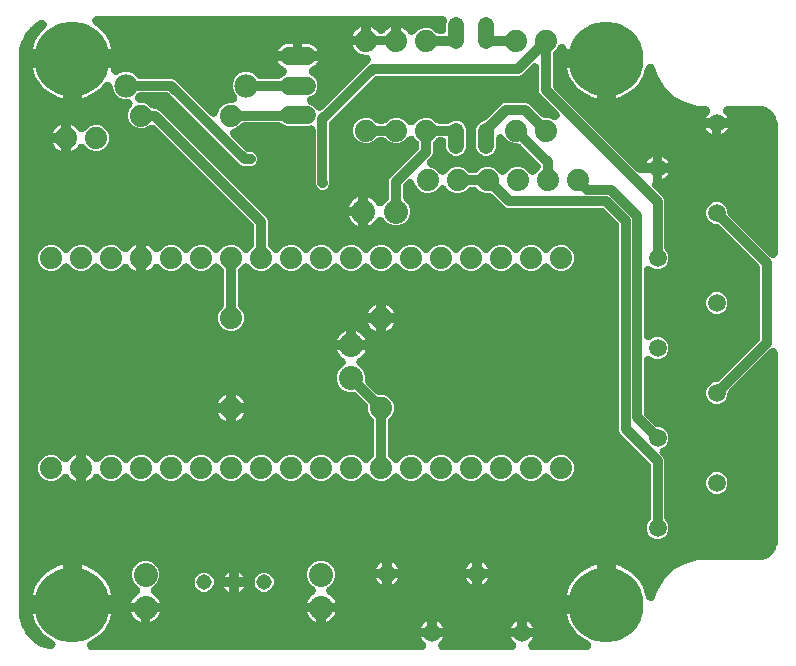
<source format=gbr>
G04 EAGLE Gerber RS-274X export*
G75*
%MOMM*%
%FSLAX34Y34*%
%LPD*%
%INTop Copper*%
%IPPOS*%
%AMOC8*
5,1,8,0,0,1.08239X$1,22.5*%
G01*
%ADD10C,2.032000*%
%ADD11C,1.981200*%
%ADD12C,1.879600*%
%ADD13C,1.320800*%
%ADD14C,1.524000*%
%ADD15C,6.350000*%
%ADD16C,1.508000*%
%ADD17C,1.308000*%
%ADD18C,0.756400*%
%ADD19C,0.812800*%

G36*
X351650Y10933D02*
X351650Y10933D01*
X351800Y10934D01*
X351934Y10953D01*
X352069Y10963D01*
X352216Y10994D01*
X352364Y11015D01*
X352494Y11053D01*
X352627Y11082D01*
X352767Y11133D01*
X352911Y11175D01*
X353034Y11231D01*
X353162Y11278D01*
X353294Y11348D01*
X353430Y11410D01*
X353545Y11482D01*
X353664Y11546D01*
X353785Y11635D01*
X353912Y11715D01*
X354015Y11803D01*
X354124Y11883D01*
X354231Y11987D01*
X354345Y12084D01*
X354435Y12186D01*
X354532Y12280D01*
X354624Y12399D01*
X354723Y12511D01*
X354798Y12624D01*
X354881Y12731D01*
X354955Y12861D01*
X355038Y12986D01*
X355096Y13108D01*
X355163Y13226D01*
X355219Y13365D01*
X355283Y13500D01*
X355323Y13629D01*
X355373Y13755D01*
X355409Y13901D01*
X355454Y14044D01*
X355476Y14177D01*
X355508Y14309D01*
X355522Y14458D01*
X355547Y14606D01*
X355550Y14741D01*
X355563Y14876D01*
X355556Y15026D01*
X355560Y15176D01*
X355544Y15310D01*
X355538Y15446D01*
X355511Y15593D01*
X355493Y15742D01*
X355459Y15873D01*
X355434Y16006D01*
X355387Y16148D01*
X355348Y16293D01*
X355296Y16418D01*
X355253Y16546D01*
X355186Y16680D01*
X355128Y16818D01*
X355059Y16934D01*
X354998Y17055D01*
X354913Y17179D01*
X354836Y17307D01*
X354751Y17413D01*
X354674Y17524D01*
X354572Y17634D01*
X354478Y17751D01*
X354404Y17817D01*
X354288Y17943D01*
X354249Y17975D01*
X352991Y19233D01*
X352058Y20517D01*
X351437Y21737D01*
X360680Y21737D01*
X369923Y21737D01*
X369302Y20517D01*
X368369Y19233D01*
X367090Y17954D01*
X367035Y17908D01*
X366935Y17796D01*
X366828Y17692D01*
X366745Y17585D01*
X366654Y17484D01*
X366571Y17360D01*
X366479Y17241D01*
X366412Y17124D01*
X366336Y17011D01*
X366271Y16876D01*
X366197Y16746D01*
X366147Y16620D01*
X366088Y16498D01*
X366042Y16356D01*
X365987Y16217D01*
X365955Y16085D01*
X365913Y15956D01*
X365888Y15809D01*
X365852Y15663D01*
X365839Y15528D01*
X365816Y15395D01*
X365812Y15245D01*
X365797Y15096D01*
X365803Y14960D01*
X365799Y14825D01*
X365815Y14676D01*
X365822Y14526D01*
X365846Y14393D01*
X365861Y14259D01*
X365898Y14114D01*
X365926Y13966D01*
X365969Y13838D01*
X366002Y13707D01*
X366059Y13568D01*
X366107Y13426D01*
X366168Y13305D01*
X366219Y13180D01*
X366295Y13051D01*
X366362Y12917D01*
X366439Y12805D01*
X366508Y12688D01*
X366601Y12571D01*
X366686Y12448D01*
X366778Y12348D01*
X366862Y12242D01*
X366971Y12139D01*
X367072Y12029D01*
X367177Y11943D01*
X367275Y11850D01*
X367397Y11763D01*
X367513Y11668D01*
X367629Y11598D01*
X367739Y11519D01*
X367872Y11450D01*
X368001Y11373D01*
X368125Y11319D01*
X368245Y11257D01*
X368387Y11207D01*
X368524Y11148D01*
X368655Y11113D01*
X368783Y11068D01*
X368930Y11038D01*
X369074Y10999D01*
X369173Y10990D01*
X369341Y10956D01*
X369777Y10931D01*
X369859Y10923D01*
X427701Y10923D01*
X427851Y10933D01*
X428002Y10934D01*
X428135Y10953D01*
X428269Y10963D01*
X428417Y10994D01*
X428566Y11016D01*
X428695Y11054D01*
X428827Y11082D01*
X428968Y11134D01*
X429113Y11176D01*
X429235Y11231D01*
X429362Y11278D01*
X429495Y11349D01*
X429632Y11411D01*
X429745Y11483D01*
X429864Y11546D01*
X429986Y11635D01*
X430113Y11716D01*
X430215Y11803D01*
X430324Y11883D01*
X430432Y11988D01*
X430547Y12086D01*
X430636Y12186D01*
X430732Y12280D01*
X430825Y12400D01*
X430924Y12512D01*
X430999Y12624D01*
X431081Y12731D01*
X431156Y12862D01*
X431239Y12987D01*
X431297Y13109D01*
X431363Y13226D01*
X431419Y13366D01*
X431484Y13502D01*
X431524Y13630D01*
X431574Y13755D01*
X431609Y13902D01*
X431654Y14046D01*
X431676Y14178D01*
X431708Y14309D01*
X431722Y14459D01*
X431747Y14608D01*
X431750Y14742D01*
X431763Y14876D01*
X431756Y15027D01*
X431760Y15177D01*
X431744Y15311D01*
X431738Y15446D01*
X431711Y15594D01*
X431693Y15743D01*
X431659Y15873D01*
X431634Y16006D01*
X431586Y16149D01*
X431548Y16294D01*
X431496Y16418D01*
X431453Y16546D01*
X431385Y16681D01*
X431327Y16820D01*
X431258Y16935D01*
X431198Y17055D01*
X431112Y17179D01*
X431035Y17309D01*
X430950Y17413D01*
X430874Y17524D01*
X430772Y17635D01*
X430677Y17752D01*
X430603Y17818D01*
X430488Y17943D01*
X430448Y17975D01*
X429191Y19233D01*
X428258Y20517D01*
X427637Y21737D01*
X436880Y21737D01*
X446123Y21737D01*
X445502Y20517D01*
X444569Y19233D01*
X443291Y17955D01*
X443236Y17909D01*
X443136Y17797D01*
X443028Y17692D01*
X442945Y17585D01*
X442855Y17485D01*
X442771Y17360D01*
X442679Y17241D01*
X442612Y17124D01*
X442537Y17013D01*
X442471Y16877D01*
X442397Y16746D01*
X442347Y16621D01*
X442288Y16500D01*
X442242Y16357D01*
X442186Y16217D01*
X442155Y16086D01*
X442114Y15958D01*
X442088Y15809D01*
X442052Y15663D01*
X442039Y15529D01*
X442016Y15396D01*
X442012Y15246D01*
X441997Y15096D01*
X442003Y14961D01*
X441999Y14827D01*
X442015Y14677D01*
X442022Y14526D01*
X442046Y14394D01*
X442061Y14260D01*
X442098Y14114D01*
X442126Y13966D01*
X442169Y13839D01*
X442202Y13708D01*
X442259Y13569D01*
X442307Y13426D01*
X442367Y13306D01*
X442418Y13181D01*
X442495Y13051D01*
X442562Y12917D01*
X442639Y12806D01*
X442707Y12690D01*
X442800Y12572D01*
X442886Y12448D01*
X442977Y12349D01*
X443061Y12243D01*
X443170Y12140D01*
X443272Y12029D01*
X443377Y11944D01*
X443474Y11851D01*
X443597Y11764D01*
X443713Y11668D01*
X443828Y11598D01*
X443938Y11520D01*
X444072Y11451D01*
X444201Y11373D01*
X444324Y11320D01*
X444444Y11258D01*
X444586Y11208D01*
X444724Y11148D01*
X444854Y11113D01*
X444981Y11068D01*
X445129Y11039D01*
X445274Y10999D01*
X445372Y10990D01*
X445540Y10956D01*
X445978Y10931D01*
X446059Y10923D01*
X491265Y10923D01*
X491408Y10933D01*
X491551Y10933D01*
X491692Y10953D01*
X491833Y10963D01*
X491974Y10993D01*
X492115Y11013D01*
X492252Y11052D01*
X492390Y11082D01*
X492525Y11131D01*
X492663Y11171D01*
X492792Y11229D01*
X492926Y11278D01*
X493052Y11345D01*
X493183Y11404D01*
X493303Y11479D01*
X493428Y11546D01*
X493544Y11631D01*
X493665Y11707D01*
X493773Y11799D01*
X493888Y11883D01*
X493991Y11983D01*
X494100Y12075D01*
X494194Y12181D01*
X494296Y12280D01*
X494384Y12393D01*
X494479Y12500D01*
X494558Y12619D01*
X494645Y12731D01*
X494716Y12855D01*
X494795Y12975D01*
X494857Y13103D01*
X494927Y13226D01*
X494980Y13359D01*
X495042Y13488D01*
X495085Y13623D01*
X495137Y13755D01*
X495171Y13895D01*
X495214Y14031D01*
X495238Y14171D01*
X495271Y14309D01*
X495285Y14452D01*
X495309Y14593D01*
X495313Y14735D01*
X495327Y14876D01*
X495320Y15020D01*
X495324Y15163D01*
X495308Y15304D01*
X495302Y15446D01*
X495276Y15586D01*
X495260Y15729D01*
X495224Y15866D01*
X495198Y16006D01*
X495153Y16141D01*
X495116Y16280D01*
X495062Y16411D01*
X495017Y16546D01*
X494953Y16674D01*
X494898Y16806D01*
X494825Y16928D01*
X494762Y17055D01*
X494680Y17173D01*
X494607Y17297D01*
X494519Y17407D01*
X494438Y17524D01*
X494341Y17630D01*
X494251Y17741D01*
X494148Y17839D01*
X494052Y17943D01*
X493940Y18034D01*
X493836Y18132D01*
X493751Y18189D01*
X493610Y18304D01*
X493258Y18518D01*
X493180Y18569D01*
X490350Y20082D01*
X487549Y21954D01*
X484944Y24092D01*
X482562Y26474D01*
X480424Y29079D01*
X478553Y31880D01*
X476964Y34851D01*
X475675Y37964D01*
X474697Y41188D01*
X474629Y41531D01*
X504064Y41531D01*
X504293Y41547D01*
X504523Y41557D01*
X504577Y41567D01*
X504632Y41571D01*
X504857Y41619D01*
X505084Y41661D01*
X505136Y41678D01*
X505189Y41690D01*
X505406Y41769D01*
X505624Y41842D01*
X505673Y41867D01*
X505724Y41886D01*
X505928Y41994D01*
X506133Y42097D01*
X506178Y42128D01*
X506227Y42154D01*
X506412Y42290D01*
X506602Y42421D01*
X506643Y42458D01*
X506687Y42491D01*
X506852Y42651D01*
X507021Y42807D01*
X507056Y42850D01*
X507095Y42888D01*
X507236Y43070D01*
X507382Y43248D01*
X507410Y43295D01*
X507444Y43339D01*
X507558Y43539D01*
X507677Y43736D01*
X507699Y43786D01*
X507726Y43834D01*
X507811Y44048D01*
X507902Y44259D01*
X507916Y44312D01*
X507936Y44363D01*
X507991Y44588D01*
X508051Y44809D01*
X508055Y44853D01*
X508070Y44917D01*
X508126Y45484D01*
X508123Y45550D01*
X508127Y45594D01*
X508127Y49403D01*
X511936Y49403D01*
X512165Y49419D01*
X512396Y49429D01*
X512450Y49439D01*
X512504Y49443D01*
X512730Y49491D01*
X512956Y49533D01*
X513008Y49551D01*
X513062Y49562D01*
X513278Y49641D01*
X513496Y49714D01*
X513545Y49739D01*
X513597Y49758D01*
X513800Y49866D01*
X514005Y49969D01*
X514051Y50001D01*
X514099Y50027D01*
X514285Y50162D01*
X514474Y50293D01*
X514515Y50331D01*
X514559Y50363D01*
X514724Y50523D01*
X514893Y50680D01*
X514928Y50722D01*
X514967Y50760D01*
X515108Y50942D01*
X515254Y51121D01*
X515282Y51168D01*
X515316Y51211D01*
X515430Y51411D01*
X515549Y51608D01*
X515571Y51658D01*
X515598Y51706D01*
X515683Y51921D01*
X515774Y52132D01*
X515788Y52184D01*
X515808Y52236D01*
X515863Y52460D01*
X515923Y52681D01*
X515927Y52726D01*
X515943Y52789D01*
X515998Y53357D01*
X515995Y53422D01*
X515999Y53466D01*
X515999Y82901D01*
X516342Y82833D01*
X519566Y81855D01*
X522679Y80566D01*
X525650Y78977D01*
X528451Y77106D01*
X531056Y74968D01*
X533438Y72586D01*
X535576Y69981D01*
X537447Y67180D01*
X539036Y64209D01*
X540325Y61096D01*
X541303Y57872D01*
X541703Y55860D01*
X541759Y55658D01*
X541806Y55454D01*
X541834Y55383D01*
X541853Y55310D01*
X541936Y55118D01*
X542012Y54922D01*
X542049Y54856D01*
X542079Y54787D01*
X542188Y54608D01*
X542290Y54425D01*
X542336Y54365D01*
X542375Y54300D01*
X542508Y54139D01*
X542635Y53972D01*
X542689Y53918D01*
X542737Y53860D01*
X542891Y53719D01*
X543041Y53571D01*
X543101Y53526D01*
X543157Y53475D01*
X543329Y53356D01*
X543498Y53231D01*
X543564Y53195D01*
X543626Y53152D01*
X543814Y53058D01*
X543998Y52958D01*
X544069Y52931D01*
X544136Y52898D01*
X544335Y52831D01*
X544531Y52758D01*
X544605Y52741D01*
X544677Y52717D01*
X544883Y52680D01*
X545088Y52634D01*
X545163Y52628D01*
X545237Y52615D01*
X545446Y52606D01*
X545656Y52590D01*
X545731Y52594D01*
X545806Y52591D01*
X546015Y52612D01*
X546224Y52625D01*
X546298Y52640D01*
X546373Y52648D01*
X546577Y52697D01*
X546782Y52739D01*
X546854Y52765D01*
X546927Y52783D01*
X547122Y52861D01*
X547319Y52931D01*
X547386Y52966D01*
X547456Y52994D01*
X547638Y53098D01*
X547824Y53196D01*
X547885Y53240D01*
X547951Y53277D01*
X548116Y53406D01*
X548286Y53528D01*
X548341Y53581D01*
X548400Y53627D01*
X548546Y53777D01*
X548698Y53922D01*
X548745Y53982D01*
X548797Y54036D01*
X548920Y54205D01*
X549050Y54370D01*
X549088Y54436D01*
X549133Y54497D01*
X549231Y54681D01*
X549336Y54863D01*
X549357Y54919D01*
X549400Y54999D01*
X549595Y55535D01*
X549603Y55575D01*
X549613Y55601D01*
X550860Y60252D01*
X556621Y70231D01*
X564769Y78379D01*
X574748Y84140D01*
X585878Y87123D01*
X637862Y87123D01*
X638030Y87135D01*
X638128Y87131D01*
X639611Y87229D01*
X639615Y87229D01*
X639619Y87229D01*
X639638Y87232D01*
X640176Y87306D01*
X640312Y87344D01*
X640397Y87358D01*
X643262Y88126D01*
X643392Y88171D01*
X643524Y88206D01*
X643620Y88250D01*
X643801Y88312D01*
X644150Y88490D01*
X644242Y88532D01*
X646811Y90015D01*
X646924Y90092D01*
X647043Y90160D01*
X647125Y90227D01*
X647283Y90334D01*
X647574Y90596D01*
X647652Y90661D01*
X649749Y92758D01*
X649839Y92862D01*
X649936Y92958D01*
X649998Y93044D01*
X650123Y93188D01*
X650336Y93517D01*
X650395Y93599D01*
X651878Y96168D01*
X651938Y96291D01*
X652007Y96410D01*
X652044Y96509D01*
X652128Y96680D01*
X652248Y97053D01*
X652284Y97148D01*
X653052Y100013D01*
X653052Y100017D01*
X653054Y100021D01*
X653057Y100041D01*
X653160Y100572D01*
X653167Y100714D01*
X653181Y100799D01*
X653279Y102282D01*
X653278Y102450D01*
X653287Y102548D01*
X653287Y262594D01*
X653279Y262709D01*
X653281Y262824D01*
X653259Y262993D01*
X653247Y263162D01*
X653223Y263275D01*
X653209Y263389D01*
X653164Y263554D01*
X653128Y263720D01*
X653089Y263828D01*
X653058Y263939D01*
X652991Y264095D01*
X652932Y264255D01*
X652878Y264356D01*
X652832Y264462D01*
X652744Y264607D01*
X652664Y264757D01*
X652596Y264850D01*
X652536Y264949D01*
X652428Y265080D01*
X652327Y265217D01*
X652247Y265300D01*
X652174Y265389D01*
X652049Y265503D01*
X651930Y265625D01*
X651839Y265696D01*
X651754Y265774D01*
X651614Y265870D01*
X651479Y265974D01*
X651379Y266031D01*
X651284Y266096D01*
X651132Y266172D01*
X650984Y266256D01*
X650877Y266299D01*
X650774Y266350D01*
X650613Y266404D01*
X650455Y266467D01*
X650342Y266494D01*
X650233Y266530D01*
X650066Y266561D01*
X649901Y266601D01*
X649786Y266612D01*
X649673Y266632D01*
X649503Y266639D01*
X649334Y266656D01*
X649219Y266651D01*
X649103Y266656D01*
X648934Y266639D01*
X648764Y266631D01*
X648651Y266610D01*
X648537Y266599D01*
X648371Y266558D01*
X648204Y266527D01*
X648095Y266491D01*
X647983Y266463D01*
X647825Y266400D01*
X647664Y266346D01*
X647561Y266294D01*
X647454Y266252D01*
X647307Y266167D01*
X647155Y266091D01*
X647060Y266025D01*
X646960Y265968D01*
X646871Y265895D01*
X646686Y265767D01*
X646442Y265542D01*
X646351Y265467D01*
X611835Y230951D01*
X611795Y230906D01*
X611751Y230865D01*
X611609Y230691D01*
X611461Y230521D01*
X611428Y230470D01*
X611390Y230424D01*
X611273Y230231D01*
X611151Y230043D01*
X611126Y229988D01*
X611095Y229936D01*
X611006Y229730D01*
X610911Y229526D01*
X610894Y229468D01*
X610870Y229413D01*
X610812Y229196D01*
X610746Y228981D01*
X610737Y228921D01*
X610721Y228863D01*
X610710Y228746D01*
X610659Y228418D01*
X610656Y228193D01*
X610645Y228078D01*
X610645Y226797D01*
X609265Y223465D01*
X606715Y220915D01*
X603383Y219535D01*
X599777Y219535D01*
X596445Y220915D01*
X593895Y223465D01*
X592515Y226797D01*
X592515Y230403D01*
X593895Y233735D01*
X596445Y236285D01*
X599777Y237665D01*
X601058Y237665D01*
X601118Y237669D01*
X601179Y237667D01*
X601402Y237689D01*
X601626Y237705D01*
X601686Y237717D01*
X601746Y237723D01*
X601964Y237777D01*
X602184Y237824D01*
X602240Y237844D01*
X602299Y237859D01*
X602508Y237942D01*
X602719Y238020D01*
X602772Y238048D01*
X602828Y238070D01*
X603023Y238182D01*
X603221Y238288D01*
X603270Y238324D01*
X603322Y238354D01*
X603413Y238429D01*
X603681Y238625D01*
X603842Y238782D01*
X603931Y238855D01*
X637111Y272035D01*
X637151Y272080D01*
X637195Y272121D01*
X637337Y272295D01*
X637485Y272465D01*
X637518Y272516D01*
X637556Y272562D01*
X637673Y272755D01*
X637795Y272943D01*
X637820Y272998D01*
X637851Y273050D01*
X637940Y273256D01*
X638035Y273460D01*
X638052Y273518D01*
X638076Y273573D01*
X638134Y273790D01*
X638200Y274005D01*
X638209Y274065D01*
X638225Y274123D01*
X638236Y274240D01*
X638287Y274568D01*
X638290Y274793D01*
X638301Y274908D01*
X638301Y334692D01*
X638297Y334752D01*
X638299Y334813D01*
X638277Y335036D01*
X638261Y335260D01*
X638249Y335320D01*
X638243Y335380D01*
X638189Y335598D01*
X638142Y335818D01*
X638122Y335874D01*
X638107Y335933D01*
X638024Y336142D01*
X637946Y336353D01*
X637918Y336406D01*
X637896Y336462D01*
X637784Y336657D01*
X637678Y336855D01*
X637642Y336904D01*
X637612Y336956D01*
X637537Y337047D01*
X637341Y337315D01*
X637184Y337476D01*
X637111Y337565D01*
X603931Y370745D01*
X603886Y370785D01*
X603845Y370829D01*
X603671Y370971D01*
X603501Y371119D01*
X603450Y371152D01*
X603404Y371190D01*
X603211Y371307D01*
X603023Y371429D01*
X602968Y371454D01*
X602916Y371485D01*
X602710Y371574D01*
X602506Y371669D01*
X602448Y371686D01*
X602393Y371710D01*
X602176Y371768D01*
X601961Y371834D01*
X601901Y371843D01*
X601843Y371859D01*
X601726Y371870D01*
X601398Y371921D01*
X601173Y371924D01*
X601058Y371935D01*
X599777Y371935D01*
X596445Y373315D01*
X593895Y375865D01*
X592515Y379197D01*
X592515Y382803D01*
X593895Y386135D01*
X596445Y388685D01*
X599777Y390065D01*
X603383Y390065D01*
X606715Y388685D01*
X609265Y386135D01*
X610645Y382803D01*
X610645Y381522D01*
X610649Y381462D01*
X610647Y381401D01*
X610669Y381178D01*
X610685Y380954D01*
X610697Y380894D01*
X610703Y380834D01*
X610757Y380616D01*
X610804Y380396D01*
X610824Y380340D01*
X610839Y380281D01*
X610922Y380072D01*
X611000Y379861D01*
X611028Y379808D01*
X611050Y379752D01*
X611162Y379557D01*
X611268Y379359D01*
X611304Y379310D01*
X611334Y379258D01*
X611409Y379167D01*
X611605Y378899D01*
X611762Y378738D01*
X611835Y378649D01*
X646351Y344133D01*
X646438Y344057D01*
X646518Y343975D01*
X646653Y343871D01*
X646781Y343759D01*
X646878Y343696D01*
X646969Y343626D01*
X647117Y343542D01*
X647259Y343449D01*
X647364Y343401D01*
X647464Y343344D01*
X647622Y343281D01*
X647776Y343209D01*
X647886Y343176D01*
X647993Y343133D01*
X648159Y343093D01*
X648321Y343044D01*
X648435Y343027D01*
X648547Y342999D01*
X648717Y342983D01*
X648884Y342957D01*
X648999Y342955D01*
X649114Y342944D01*
X649284Y342951D01*
X649454Y342949D01*
X649568Y342964D01*
X649684Y342969D01*
X649851Y343000D01*
X650019Y343021D01*
X650131Y343052D01*
X650244Y343073D01*
X650405Y343127D01*
X650569Y343172D01*
X650675Y343217D01*
X650784Y343254D01*
X650936Y343330D01*
X651092Y343398D01*
X651190Y343458D01*
X651293Y343509D01*
X651433Y343606D01*
X651578Y343694D01*
X651667Y343767D01*
X651762Y343833D01*
X651887Y343948D01*
X652019Y344056D01*
X652096Y344141D01*
X652181Y344219D01*
X652289Y344351D01*
X652404Y344476D01*
X652469Y344571D01*
X652542Y344660D01*
X652630Y344806D01*
X652726Y344946D01*
X652778Y345049D01*
X652837Y345148D01*
X652904Y345304D01*
X652980Y345456D01*
X653016Y345565D01*
X653062Y345671D01*
X653106Y345835D01*
X653160Y345997D01*
X653181Y346110D01*
X653211Y346221D01*
X653222Y346336D01*
X653262Y346557D01*
X653276Y346889D01*
X653287Y347006D01*
X653287Y456253D01*
X653275Y456420D01*
X653279Y456518D01*
X653181Y458001D01*
X653181Y458005D01*
X653181Y458009D01*
X653178Y458028D01*
X653104Y458566D01*
X653066Y458702D01*
X653052Y458787D01*
X652284Y461652D01*
X652239Y461782D01*
X652204Y461914D01*
X652160Y462010D01*
X652098Y462191D01*
X651920Y462540D01*
X651878Y462632D01*
X650395Y465201D01*
X650318Y465314D01*
X650250Y465433D01*
X650183Y465515D01*
X650076Y465673D01*
X649814Y465964D01*
X649749Y466042D01*
X647652Y468139D01*
X647548Y468229D01*
X647452Y468326D01*
X647366Y468388D01*
X647222Y468513D01*
X646893Y468726D01*
X646811Y468785D01*
X644242Y470268D01*
X644119Y470328D01*
X644000Y470397D01*
X643901Y470434D01*
X643730Y470518D01*
X643357Y470638D01*
X643262Y470674D01*
X640397Y471442D01*
X640393Y471442D01*
X640389Y471444D01*
X640369Y471447D01*
X639838Y471550D01*
X639696Y471557D01*
X639611Y471571D01*
X638128Y471669D01*
X637960Y471668D01*
X637862Y471677D01*
X611169Y471677D01*
X611054Y471669D01*
X610938Y471671D01*
X610770Y471649D01*
X610600Y471637D01*
X610487Y471613D01*
X610373Y471599D01*
X610209Y471554D01*
X610043Y471518D01*
X609935Y471479D01*
X609824Y471448D01*
X609668Y471381D01*
X609508Y471322D01*
X609406Y471268D01*
X609300Y471222D01*
X609156Y471134D01*
X609005Y471054D01*
X608913Y470986D01*
X608814Y470926D01*
X608683Y470817D01*
X608546Y470717D01*
X608463Y470637D01*
X608374Y470564D01*
X608259Y470439D01*
X608137Y470320D01*
X608067Y470229D01*
X607989Y470144D01*
X607892Y470003D01*
X607789Y469869D01*
X607732Y469769D01*
X607666Y469674D01*
X607591Y469522D01*
X607506Y469374D01*
X607464Y469267D01*
X607413Y469164D01*
X607359Y469003D01*
X607296Y468845D01*
X607269Y468732D01*
X607233Y468623D01*
X607202Y468456D01*
X607162Y468291D01*
X607151Y468176D01*
X607130Y468063D01*
X607123Y467893D01*
X607107Y467724D01*
X607112Y467609D01*
X607107Y467493D01*
X607124Y467324D01*
X607131Y467154D01*
X607152Y467041D01*
X607164Y466926D01*
X607204Y466761D01*
X607235Y466594D01*
X607272Y466485D01*
X607299Y466373D01*
X607363Y466215D01*
X607417Y466054D01*
X607468Y465951D01*
X607511Y465844D01*
X607596Y465697D01*
X607672Y465545D01*
X607737Y465450D01*
X607795Y465350D01*
X607868Y465261D01*
X607996Y465076D01*
X608221Y464832D01*
X608295Y464741D01*
X609269Y463767D01*
X610202Y462483D01*
X610823Y461263D01*
X601580Y461263D01*
X592337Y461263D01*
X592958Y462483D01*
X593891Y463767D01*
X594865Y464741D01*
X594940Y464828D01*
X595023Y464908D01*
X595127Y465043D01*
X595238Y465171D01*
X595301Y465268D01*
X595371Y465359D01*
X595456Y465507D01*
X595548Y465649D01*
X595596Y465753D01*
X595654Y465854D01*
X595717Y466012D01*
X595788Y466166D01*
X595821Y466276D01*
X595864Y466383D01*
X595904Y466549D01*
X595953Y466711D01*
X595971Y466825D01*
X595998Y466937D01*
X596014Y467107D01*
X596040Y467274D01*
X596042Y467389D01*
X596053Y467504D01*
X596046Y467674D01*
X596048Y467844D01*
X596034Y467958D01*
X596029Y468074D01*
X595998Y468241D01*
X595976Y468409D01*
X595946Y468521D01*
X595925Y468634D01*
X595871Y468795D01*
X595826Y468959D01*
X595780Y469065D01*
X595743Y469174D01*
X595667Y469326D01*
X595600Y469482D01*
X595540Y469580D01*
X595488Y469683D01*
X595392Y469823D01*
X595303Y469968D01*
X595230Y470057D01*
X595164Y470152D01*
X595049Y470277D01*
X594941Y470409D01*
X594856Y470486D01*
X594778Y470571D01*
X594646Y470679D01*
X594521Y470794D01*
X594426Y470859D01*
X594337Y470932D01*
X594191Y471020D01*
X594052Y471116D01*
X593948Y471168D01*
X593850Y471227D01*
X593694Y471294D01*
X593541Y471370D01*
X593432Y471406D01*
X593326Y471452D01*
X593162Y471496D01*
X593001Y471550D01*
X592887Y471571D01*
X592776Y471601D01*
X592661Y471612D01*
X592440Y471652D01*
X592109Y471666D01*
X591991Y471677D01*
X585878Y471677D01*
X574748Y474660D01*
X564769Y480421D01*
X556621Y488569D01*
X550860Y498548D01*
X549323Y504281D01*
X549255Y504479D01*
X549194Y504680D01*
X549162Y504748D01*
X549138Y504820D01*
X549042Y505006D01*
X548954Y505197D01*
X548913Y505260D01*
X548878Y505327D01*
X548758Y505499D01*
X548644Y505675D01*
X548594Y505732D01*
X548551Y505793D01*
X548408Y505946D01*
X548270Y506105D01*
X548213Y506154D01*
X548161Y506209D01*
X547998Y506341D01*
X547839Y506478D01*
X547776Y506519D01*
X547717Y506566D01*
X547537Y506674D01*
X547361Y506787D01*
X547293Y506819D01*
X547228Y506858D01*
X547034Y506939D01*
X546844Y507027D01*
X546772Y507049D01*
X546702Y507078D01*
X546499Y507131D01*
X546299Y507192D01*
X546224Y507203D01*
X546151Y507222D01*
X545942Y507247D01*
X545736Y507279D01*
X545660Y507280D01*
X545585Y507288D01*
X545375Y507283D01*
X545166Y507286D01*
X545091Y507276D01*
X545015Y507275D01*
X544809Y507240D01*
X544601Y507214D01*
X544528Y507194D01*
X544453Y507181D01*
X544253Y507118D01*
X544051Y507063D01*
X543982Y507033D01*
X543910Y507010D01*
X543720Y506920D01*
X543528Y506837D01*
X543464Y506797D01*
X543396Y506765D01*
X543221Y506649D01*
X543042Y506540D01*
X542983Y506491D01*
X542921Y506450D01*
X542764Y506311D01*
X542602Y506177D01*
X542551Y506122D01*
X542495Y506072D01*
X542359Y505912D01*
X542217Y505757D01*
X542175Y505695D01*
X542126Y505637D01*
X542014Y505460D01*
X541895Y505287D01*
X541861Y505220D01*
X541821Y505156D01*
X541735Y504965D01*
X541642Y504777D01*
X541624Y504719D01*
X541587Y504636D01*
X541427Y504089D01*
X541422Y504049D01*
X541413Y504022D01*
X541303Y503468D01*
X540325Y500244D01*
X539036Y497131D01*
X537447Y494160D01*
X535576Y491359D01*
X533438Y488754D01*
X531056Y486372D01*
X528451Y484234D01*
X525650Y482363D01*
X522679Y480774D01*
X519566Y479485D01*
X516342Y478507D01*
X515999Y478439D01*
X515999Y507874D01*
X515983Y508103D01*
X515973Y508333D01*
X515963Y508387D01*
X515959Y508442D01*
X515911Y508667D01*
X515869Y508894D01*
X515852Y508946D01*
X515840Y508999D01*
X515761Y509216D01*
X515688Y509434D01*
X515663Y509483D01*
X515644Y509534D01*
X515536Y509738D01*
X515433Y509943D01*
X515402Y509988D01*
X515376Y510037D01*
X515240Y510222D01*
X515109Y510412D01*
X515072Y510453D01*
X515039Y510497D01*
X514879Y510662D01*
X514723Y510831D01*
X514680Y510866D01*
X514642Y510905D01*
X514460Y511046D01*
X514282Y511192D01*
X514234Y511220D01*
X514191Y511254D01*
X513991Y511368D01*
X513794Y511487D01*
X513744Y511509D01*
X513696Y511536D01*
X513482Y511621D01*
X513271Y511712D01*
X513218Y511726D01*
X513167Y511746D01*
X512942Y511801D01*
X512721Y511861D01*
X512677Y511865D01*
X512613Y511880D01*
X512046Y511936D01*
X511980Y511933D01*
X511936Y511937D01*
X508127Y511937D01*
X508127Y515746D01*
X508111Y515975D01*
X508101Y516206D01*
X508091Y516260D01*
X508087Y516314D01*
X508039Y516539D01*
X507997Y516766D01*
X507979Y516818D01*
X507968Y516872D01*
X507889Y517088D01*
X507816Y517306D01*
X507791Y517355D01*
X507772Y517407D01*
X507664Y517610D01*
X507561Y517815D01*
X507529Y517861D01*
X507503Y517909D01*
X507368Y518095D01*
X507237Y518284D01*
X507199Y518325D01*
X507167Y518369D01*
X507007Y518534D01*
X506850Y518703D01*
X506808Y518738D01*
X506770Y518777D01*
X506588Y518918D01*
X506409Y519064D01*
X506362Y519092D01*
X506319Y519126D01*
X506119Y519240D01*
X505922Y519359D01*
X505872Y519381D01*
X505824Y519408D01*
X505609Y519493D01*
X505398Y519584D01*
X505346Y519598D01*
X505294Y519618D01*
X505070Y519673D01*
X504849Y519733D01*
X504804Y519737D01*
X504741Y519753D01*
X504173Y519808D01*
X504108Y519805D01*
X504064Y519809D01*
X474593Y519809D01*
X474602Y519880D01*
X474600Y520052D01*
X474607Y520223D01*
X474596Y520336D01*
X474594Y520450D01*
X474568Y520620D01*
X474551Y520790D01*
X474524Y520901D01*
X474506Y521013D01*
X474456Y521177D01*
X474416Y521344D01*
X474374Y521449D01*
X474341Y521558D01*
X474268Y521714D01*
X474205Y521873D01*
X474149Y521972D01*
X474100Y522075D01*
X474007Y522219D01*
X473922Y522368D01*
X473852Y522458D01*
X473790Y522553D01*
X473678Y522682D01*
X473573Y522818D01*
X473491Y522897D01*
X473416Y522983D01*
X473287Y523095D01*
X473164Y523215D01*
X473072Y523282D01*
X472986Y523356D01*
X472842Y523449D01*
X472704Y523550D01*
X472603Y523604D01*
X472508Y523666D01*
X472352Y523738D01*
X472201Y523818D01*
X472094Y523857D01*
X471991Y523905D01*
X471826Y523955D01*
X471665Y524014D01*
X471554Y524037D01*
X471445Y524070D01*
X471276Y524096D01*
X471108Y524132D01*
X470994Y524140D01*
X470882Y524157D01*
X470711Y524159D01*
X470540Y524171D01*
X470426Y524163D01*
X470312Y524164D01*
X470142Y524143D01*
X469971Y524130D01*
X469860Y524106D01*
X469747Y524092D01*
X469582Y524047D01*
X469414Y524011D01*
X469307Y523971D01*
X469198Y523941D01*
X469040Y523873D01*
X468879Y523814D01*
X468779Y523760D01*
X468675Y523715D01*
X468528Y523626D01*
X468377Y523545D01*
X468286Y523477D01*
X468189Y523418D01*
X468056Y523309D01*
X467918Y523208D01*
X467837Y523128D01*
X467749Y523056D01*
X467633Y522929D01*
X467510Y522810D01*
X467441Y522719D01*
X467364Y522635D01*
X467267Y522494D01*
X467162Y522358D01*
X467121Y522282D01*
X467042Y522166D01*
X466800Y521680D01*
X466791Y521663D01*
X466460Y520863D01*
X463979Y518382D01*
X463939Y518336D01*
X463895Y518295D01*
X463752Y518121D01*
X463605Y517952D01*
X463572Y517901D01*
X463534Y517854D01*
X463418Y517662D01*
X463295Y517473D01*
X463270Y517419D01*
X463239Y517367D01*
X463150Y517161D01*
X463055Y516957D01*
X463038Y516899D01*
X463014Y516843D01*
X462956Y516627D01*
X462890Y516411D01*
X462881Y516352D01*
X462865Y516293D01*
X462854Y516176D01*
X462803Y515848D01*
X462800Y515623D01*
X462789Y515509D01*
X462789Y489138D01*
X462793Y489078D01*
X462791Y489017D01*
X462813Y488794D01*
X462829Y488570D01*
X462841Y488510D01*
X462847Y488450D01*
X462901Y488232D01*
X462948Y488012D01*
X462968Y487956D01*
X462983Y487897D01*
X463066Y487688D01*
X463144Y487477D01*
X463172Y487424D01*
X463194Y487368D01*
X463306Y487173D01*
X463412Y486975D01*
X463448Y486926D01*
X463478Y486874D01*
X463553Y486783D01*
X463749Y486515D01*
X463906Y486354D01*
X463979Y486265D01*
X534563Y415681D01*
X534650Y415605D01*
X534730Y415523D01*
X534865Y415419D01*
X534993Y415307D01*
X535090Y415244D01*
X535181Y415174D01*
X535329Y415090D01*
X535471Y414997D01*
X535576Y414949D01*
X535676Y414892D01*
X535834Y414829D01*
X535988Y414757D01*
X536098Y414724D01*
X536205Y414681D01*
X536371Y414641D01*
X536533Y414592D01*
X536647Y414575D01*
X536759Y414547D01*
X536929Y414531D01*
X537096Y414505D01*
X537211Y414503D01*
X537326Y414492D01*
X537496Y414499D01*
X537666Y414497D01*
X537780Y414512D01*
X537896Y414517D01*
X538063Y414548D01*
X538231Y414569D01*
X538343Y414600D01*
X538456Y414621D01*
X538617Y414675D01*
X538781Y414720D01*
X538887Y414765D01*
X538996Y414802D01*
X539148Y414878D01*
X539304Y414946D01*
X539402Y415006D01*
X539464Y415037D01*
X547517Y415037D01*
X547517Y406986D01*
X547456Y406864D01*
X547372Y406716D01*
X547329Y406609D01*
X547278Y406506D01*
X547224Y406345D01*
X547161Y406187D01*
X547134Y406074D01*
X547098Y405965D01*
X547067Y405798D01*
X547027Y405633D01*
X547016Y405518D01*
X546996Y405405D01*
X546989Y405235D01*
X546972Y405066D01*
X546977Y404951D01*
X546972Y404835D01*
X546989Y404666D01*
X546997Y404496D01*
X547018Y404383D01*
X547029Y404269D01*
X547070Y404103D01*
X547101Y403936D01*
X547137Y403827D01*
X547165Y403715D01*
X547228Y403557D01*
X547282Y403396D01*
X547334Y403293D01*
X547376Y403186D01*
X547461Y403039D01*
X547537Y402887D01*
X547603Y402792D01*
X547660Y402692D01*
X547733Y402603D01*
X547861Y402418D01*
X548086Y402174D01*
X548161Y402083D01*
X556318Y393926D01*
X557169Y391872D01*
X557169Y351814D01*
X557173Y351754D01*
X557171Y351693D01*
X557193Y351470D01*
X557209Y351245D01*
X557221Y351186D01*
X557227Y351126D01*
X557281Y350908D01*
X557328Y350688D01*
X557348Y350632D01*
X557363Y350573D01*
X557446Y350364D01*
X557524Y350153D01*
X557552Y350100D01*
X557574Y350044D01*
X557686Y349849D01*
X557792Y349651D01*
X557828Y349602D01*
X557858Y349550D01*
X557933Y349459D01*
X558129Y349191D01*
X558286Y349030D01*
X558359Y348941D01*
X559265Y348035D01*
X560645Y344703D01*
X560645Y341097D01*
X559265Y337765D01*
X556715Y335215D01*
X553383Y333835D01*
X549777Y333835D01*
X546375Y335244D01*
X546257Y335347D01*
X546160Y335410D01*
X546069Y335480D01*
X545922Y335564D01*
X545779Y335657D01*
X545674Y335705D01*
X545574Y335762D01*
X545416Y335825D01*
X545262Y335897D01*
X545152Y335930D01*
X545045Y335973D01*
X544879Y336013D01*
X544717Y336062D01*
X544603Y336080D01*
X544491Y336107D01*
X544322Y336123D01*
X544154Y336149D01*
X544038Y336151D01*
X543924Y336162D01*
X543754Y336155D01*
X543584Y336157D01*
X543470Y336142D01*
X543354Y336137D01*
X543187Y336106D01*
X543019Y336085D01*
X542907Y336054D01*
X542794Y336033D01*
X542633Y335979D01*
X542469Y335935D01*
X542363Y335889D01*
X542254Y335852D01*
X542102Y335776D01*
X541946Y335709D01*
X541848Y335649D01*
X541745Y335597D01*
X541605Y335500D01*
X541460Y335412D01*
X541371Y335339D01*
X541276Y335273D01*
X541151Y335158D01*
X541020Y335050D01*
X540942Y334965D01*
X540857Y334887D01*
X540749Y334755D01*
X540634Y334630D01*
X540569Y334535D01*
X540496Y334446D01*
X540408Y334300D01*
X540312Y334161D01*
X540260Y334057D01*
X540201Y333959D01*
X540134Y333803D01*
X540058Y333650D01*
X540022Y333541D01*
X539976Y333435D01*
X539932Y333271D01*
X539878Y333110D01*
X539857Y332996D01*
X539827Y332885D01*
X539816Y332771D01*
X539776Y332549D01*
X539762Y332217D01*
X539751Y332100D01*
X539751Y277500D01*
X539759Y277385D01*
X539757Y277269D01*
X539779Y277101D01*
X539791Y276931D01*
X539815Y276818D01*
X539829Y276704D01*
X539874Y276540D01*
X539910Y276374D01*
X539949Y276266D01*
X539980Y276155D01*
X540047Y275999D01*
X540106Y275839D01*
X540160Y275737D01*
X540206Y275632D01*
X540294Y275487D01*
X540374Y275337D01*
X540442Y275244D01*
X540503Y275145D01*
X540610Y275014D01*
X540711Y274877D01*
X540791Y274794D01*
X540864Y274705D01*
X540990Y274590D01*
X541108Y274468D01*
X541200Y274398D01*
X541284Y274320D01*
X541424Y274224D01*
X541559Y274120D01*
X541659Y274063D01*
X541754Y273997D01*
X541906Y273922D01*
X542054Y273838D01*
X542161Y273795D01*
X542264Y273744D01*
X542425Y273690D01*
X542583Y273627D01*
X542696Y273600D01*
X542805Y273564D01*
X542972Y273533D01*
X543137Y273493D01*
X543252Y273482D01*
X543365Y273461D01*
X543535Y273454D01*
X543704Y273438D01*
X543820Y273443D01*
X543935Y273438D01*
X544104Y273455D01*
X544274Y273463D01*
X544387Y273484D01*
X544502Y273495D01*
X544667Y273536D01*
X544834Y273567D01*
X544943Y273603D01*
X545055Y273631D01*
X545213Y273694D01*
X545374Y273748D01*
X545477Y273800D01*
X545584Y273842D01*
X545731Y273927D01*
X545883Y274003D01*
X545978Y274068D01*
X546078Y274126D01*
X546167Y274199D01*
X546352Y274327D01*
X546390Y274362D01*
X549777Y275765D01*
X553383Y275765D01*
X556715Y274385D01*
X559265Y271835D01*
X560645Y268503D01*
X560645Y264897D01*
X559265Y261565D01*
X556715Y259015D01*
X553383Y257635D01*
X549777Y257635D01*
X546375Y259044D01*
X546257Y259147D01*
X546160Y259210D01*
X546069Y259280D01*
X545922Y259364D01*
X545779Y259457D01*
X545674Y259505D01*
X545574Y259562D01*
X545416Y259625D01*
X545262Y259697D01*
X545152Y259730D01*
X545045Y259773D01*
X544879Y259813D01*
X544717Y259862D01*
X544603Y259880D01*
X544491Y259907D01*
X544322Y259923D01*
X544154Y259949D01*
X544038Y259951D01*
X543924Y259962D01*
X543754Y259955D01*
X543584Y259957D01*
X543470Y259942D01*
X543354Y259937D01*
X543187Y259906D01*
X543019Y259885D01*
X542907Y259854D01*
X542794Y259833D01*
X542633Y259779D01*
X542469Y259735D01*
X542363Y259689D01*
X542254Y259652D01*
X542102Y259576D01*
X541946Y259509D01*
X541848Y259449D01*
X541745Y259397D01*
X541605Y259300D01*
X541460Y259212D01*
X541371Y259139D01*
X541276Y259073D01*
X541151Y258958D01*
X541020Y258850D01*
X540942Y258765D01*
X540857Y258687D01*
X540749Y258555D01*
X540634Y258430D01*
X540569Y258335D01*
X540496Y258246D01*
X540408Y258100D01*
X540312Y257961D01*
X540260Y257857D01*
X540201Y257759D01*
X540134Y257603D01*
X540058Y257450D01*
X540022Y257341D01*
X539976Y257235D01*
X539932Y257071D01*
X539878Y256910D01*
X539857Y256796D01*
X539827Y256685D01*
X539816Y256571D01*
X539776Y256349D01*
X539762Y256017D01*
X539751Y255900D01*
X539751Y211916D01*
X539755Y211856D01*
X539753Y211795D01*
X539775Y211572D01*
X539791Y211348D01*
X539803Y211288D01*
X539809Y211228D01*
X539863Y211010D01*
X539910Y210790D01*
X539930Y210734D01*
X539945Y210675D01*
X540028Y210466D01*
X540106Y210255D01*
X540134Y210202D01*
X540156Y210146D01*
X540268Y209951D01*
X540374Y209753D01*
X540410Y209704D01*
X540440Y209652D01*
X540515Y209561D01*
X540711Y209293D01*
X540868Y209132D01*
X540941Y209043D01*
X549229Y200755D01*
X549274Y200715D01*
X549315Y200671D01*
X549489Y200529D01*
X549659Y200381D01*
X549710Y200348D01*
X549756Y200310D01*
X549949Y200193D01*
X550137Y200071D01*
X550192Y200046D01*
X550244Y200015D01*
X550450Y199926D01*
X550654Y199831D01*
X550712Y199814D01*
X550767Y199790D01*
X550984Y199732D01*
X551199Y199666D01*
X551259Y199657D01*
X551317Y199641D01*
X551434Y199630D01*
X551762Y199579D01*
X551987Y199576D01*
X552102Y199565D01*
X553383Y199565D01*
X556715Y198185D01*
X559265Y195635D01*
X560645Y192303D01*
X560645Y188697D01*
X559265Y185365D01*
X556715Y182815D01*
X555699Y182394D01*
X555544Y182317D01*
X555386Y182249D01*
X555289Y182190D01*
X555189Y182140D01*
X555047Y182042D01*
X554899Y181952D01*
X554812Y181881D01*
X554720Y181817D01*
X554593Y181700D01*
X554459Y181590D01*
X554383Y181507D01*
X554300Y181431D01*
X554191Y181298D01*
X554074Y181170D01*
X554010Y181077D01*
X553939Y180991D01*
X553849Y180843D01*
X553751Y180701D01*
X553701Y180600D01*
X553643Y180504D01*
X553575Y180345D01*
X553498Y180190D01*
X553462Y180084D01*
X553418Y179980D01*
X553372Y179813D01*
X553318Y179650D01*
X553297Y179539D01*
X553268Y179431D01*
X553246Y179259D01*
X553215Y179089D01*
X553211Y178977D01*
X553197Y178865D01*
X553199Y178693D01*
X553192Y178520D01*
X553203Y178408D01*
X553205Y178296D01*
X553232Y178125D01*
X553249Y177953D01*
X553276Y177844D01*
X553293Y177733D01*
X553343Y177567D01*
X553385Y177400D01*
X553426Y177295D01*
X553459Y177187D01*
X553532Y177031D01*
X553596Y176870D01*
X553652Y176773D01*
X553700Y176671D01*
X553794Y176526D01*
X553880Y176376D01*
X553934Y176310D01*
X554010Y176193D01*
X554372Y175777D01*
X554381Y175767D01*
X556318Y173830D01*
X557169Y171776D01*
X557169Y123214D01*
X557173Y123154D01*
X557171Y123093D01*
X557193Y122870D01*
X557209Y122645D01*
X557221Y122586D01*
X557227Y122526D01*
X557281Y122308D01*
X557328Y122088D01*
X557349Y122031D01*
X557363Y121973D01*
X557446Y121765D01*
X557524Y121553D01*
X557552Y121500D01*
X557575Y121444D01*
X557686Y121249D01*
X557792Y121051D01*
X557828Y121002D01*
X557858Y120950D01*
X557933Y120859D01*
X558129Y120591D01*
X558286Y120430D01*
X558359Y120341D01*
X559265Y119435D01*
X560645Y116103D01*
X560645Y112497D01*
X559265Y109165D01*
X556715Y106615D01*
X553383Y105235D01*
X549777Y105235D01*
X546445Y106615D01*
X543895Y109165D01*
X542515Y112497D01*
X542515Y116103D01*
X543895Y119435D01*
X544801Y120341D01*
X544841Y120386D01*
X544885Y120427D01*
X545028Y120601D01*
X545175Y120771D01*
X545208Y120821D01*
X545246Y120868D01*
X545363Y121061D01*
X545485Y121249D01*
X545510Y121304D01*
X545541Y121355D01*
X545630Y121561D01*
X545725Y121766D01*
X545742Y121824D01*
X545766Y121879D01*
X545824Y122096D01*
X545890Y122311D01*
X545899Y122371D01*
X545915Y122429D01*
X545926Y122546D01*
X545977Y122874D01*
X545980Y123099D01*
X545991Y123214D01*
X545991Y166666D01*
X545987Y166726D01*
X545989Y166787D01*
X545967Y167010D01*
X545951Y167235D01*
X545939Y167294D01*
X545933Y167354D01*
X545879Y167572D01*
X545832Y167792D01*
X545812Y167848D01*
X545797Y167907D01*
X545714Y168116D01*
X545636Y168327D01*
X545608Y168380D01*
X545586Y168436D01*
X545474Y168631D01*
X545368Y168829D01*
X545332Y168878D01*
X545302Y168930D01*
X545227Y169021D01*
X545031Y169289D01*
X544874Y169450D01*
X544801Y169539D01*
X519772Y194568D01*
X519457Y195329D01*
X518921Y196622D01*
X518921Y370652D01*
X518917Y370712D01*
X518919Y370773D01*
X518897Y370996D01*
X518881Y371220D01*
X518869Y371280D01*
X518863Y371340D01*
X518809Y371558D01*
X518762Y371778D01*
X518742Y371834D01*
X518727Y371893D01*
X518644Y372102D01*
X518566Y372313D01*
X518538Y372366D01*
X518516Y372422D01*
X518404Y372617D01*
X518298Y372815D01*
X518262Y372864D01*
X518232Y372916D01*
X518157Y373007D01*
X517961Y373275D01*
X517804Y373436D01*
X517731Y373525D01*
X506875Y384381D01*
X506830Y384421D01*
X506789Y384465D01*
X506615Y384607D01*
X506445Y384755D01*
X506394Y384788D01*
X506348Y384826D01*
X506155Y384943D01*
X505967Y385065D01*
X505912Y385090D01*
X505860Y385121D01*
X505654Y385210D01*
X505450Y385305D01*
X505392Y385322D01*
X505337Y385346D01*
X505120Y385404D01*
X504905Y385470D01*
X504845Y385479D01*
X504787Y385495D01*
X504670Y385506D01*
X504342Y385557D01*
X504117Y385560D01*
X504002Y385571D01*
X424338Y385571D01*
X422284Y386422D01*
X411879Y396827D01*
X411834Y396867D01*
X411793Y396911D01*
X411619Y397053D01*
X411449Y397201D01*
X411398Y397234D01*
X411352Y397272D01*
X411159Y397389D01*
X410971Y397511D01*
X410916Y397536D01*
X410864Y397567D01*
X410658Y397656D01*
X410454Y397751D01*
X410396Y397768D01*
X410341Y397792D01*
X410124Y397850D01*
X409909Y397916D01*
X409849Y397925D01*
X409791Y397941D01*
X409674Y397952D01*
X409346Y398003D01*
X409121Y398006D01*
X409006Y398017D01*
X405497Y398017D01*
X401483Y399680D01*
X399002Y402161D01*
X398956Y402201D01*
X398915Y402245D01*
X398741Y402387D01*
X398572Y402535D01*
X398521Y402568D01*
X398474Y402606D01*
X398282Y402723D01*
X398093Y402845D01*
X398039Y402870D01*
X397987Y402901D01*
X397781Y402990D01*
X397577Y403085D01*
X397519Y403102D01*
X397463Y403126D01*
X397247Y403184D01*
X397031Y403250D01*
X396972Y403259D01*
X396913Y403275D01*
X396796Y403286D01*
X396468Y403337D01*
X396243Y403340D01*
X396129Y403351D01*
X393811Y403351D01*
X393751Y403347D01*
X393691Y403349D01*
X393467Y403327D01*
X393243Y403311D01*
X393184Y403299D01*
X393124Y403293D01*
X392905Y403239D01*
X392686Y403192D01*
X392629Y403172D01*
X392570Y403157D01*
X392362Y403074D01*
X392151Y402996D01*
X392097Y402968D01*
X392041Y402945D01*
X391847Y402834D01*
X391648Y402728D01*
X391600Y402692D01*
X391547Y402662D01*
X391456Y402587D01*
X391188Y402391D01*
X391027Y402234D01*
X390938Y402161D01*
X388457Y399680D01*
X384443Y398017D01*
X380097Y398017D01*
X376083Y399680D01*
X372443Y403320D01*
X372269Y403471D01*
X372100Y403626D01*
X372054Y403657D01*
X372013Y403693D01*
X371820Y403819D01*
X371630Y403949D01*
X371581Y403973D01*
X371535Y404003D01*
X371326Y404100D01*
X371120Y404203D01*
X371068Y404220D01*
X371018Y404243D01*
X370798Y404310D01*
X370579Y404383D01*
X370525Y404392D01*
X370473Y404408D01*
X370246Y404444D01*
X370019Y404485D01*
X369964Y404487D01*
X369910Y404496D01*
X369680Y404499D01*
X369449Y404508D01*
X369395Y404503D01*
X369340Y404503D01*
X369112Y404474D01*
X368883Y404451D01*
X368829Y404438D01*
X368775Y404431D01*
X368552Y404370D01*
X368329Y404316D01*
X368278Y404295D01*
X368225Y404281D01*
X368014Y404190D01*
X367800Y404104D01*
X367752Y404077D01*
X367702Y404055D01*
X367506Y403935D01*
X367306Y403821D01*
X367272Y403792D01*
X367216Y403758D01*
X366775Y403396D01*
X366731Y403348D01*
X366697Y403320D01*
X363057Y399680D01*
X359043Y398017D01*
X354697Y398017D01*
X350683Y399680D01*
X347610Y402753D01*
X345713Y407334D01*
X345636Y407488D01*
X345567Y407647D01*
X345508Y407743D01*
X345458Y407844D01*
X345360Y407986D01*
X345270Y408133D01*
X345199Y408220D01*
X345135Y408313D01*
X345018Y408440D01*
X344908Y408573D01*
X344826Y408649D01*
X344749Y408732D01*
X344616Y408842D01*
X344488Y408958D01*
X344396Y409022D01*
X344309Y409093D01*
X344161Y409183D01*
X344019Y409281D01*
X343918Y409331D01*
X343822Y409390D01*
X343663Y409458D01*
X343509Y409535D01*
X343402Y409570D01*
X343299Y409615D01*
X343132Y409660D01*
X342968Y409715D01*
X342857Y409735D01*
X342749Y409764D01*
X342578Y409786D01*
X342408Y409817D01*
X342295Y409822D01*
X342183Y409836D01*
X342011Y409833D01*
X341838Y409840D01*
X341726Y409829D01*
X341614Y409827D01*
X341443Y409801D01*
X341271Y409783D01*
X341162Y409757D01*
X341051Y409739D01*
X340886Y409689D01*
X340718Y409648D01*
X340613Y409606D01*
X340506Y409573D01*
X340349Y409501D01*
X340189Y409436D01*
X340091Y409380D01*
X339989Y409333D01*
X339844Y409239D01*
X339695Y409153D01*
X339629Y409098D01*
X339511Y409022D01*
X339096Y408661D01*
X339086Y408652D01*
X336979Y406545D01*
X336939Y406500D01*
X336895Y406459D01*
X336753Y406285D01*
X336605Y406115D01*
X336572Y406064D01*
X336534Y406018D01*
X336417Y405825D01*
X336295Y405637D01*
X336270Y405582D01*
X336239Y405530D01*
X336150Y405324D01*
X336055Y405120D01*
X336038Y405062D01*
X336014Y405007D01*
X335956Y404790D01*
X335890Y404575D01*
X335881Y404515D01*
X335865Y404457D01*
X335854Y404340D01*
X335803Y404012D01*
X335800Y403787D01*
X335789Y403672D01*
X335789Y394889D01*
X335793Y394829D01*
X335791Y394768D01*
X335813Y394545D01*
X335829Y394321D01*
X335841Y394261D01*
X335847Y394201D01*
X335901Y393983D01*
X335948Y393763D01*
X335968Y393707D01*
X335983Y393648D01*
X336066Y393440D01*
X336144Y393228D01*
X336172Y393175D01*
X336195Y393119D01*
X336306Y392924D01*
X336412Y392726D01*
X336448Y392677D01*
X336478Y392625D01*
X336553Y392534D01*
X336749Y392266D01*
X336906Y392105D01*
X336979Y392016D01*
X340106Y388889D01*
X341885Y384594D01*
X341885Y379946D01*
X340106Y375651D01*
X336819Y372364D01*
X332524Y370585D01*
X327876Y370585D01*
X323581Y372364D01*
X320233Y375712D01*
X320189Y375800D01*
X320113Y375911D01*
X320045Y376027D01*
X319952Y376145D01*
X319866Y376269D01*
X319775Y376368D01*
X319692Y376474D01*
X319582Y376578D01*
X319480Y376689D01*
X319377Y376774D01*
X319279Y376867D01*
X319156Y376954D01*
X319040Y377050D01*
X318925Y377120D01*
X318816Y377198D01*
X318682Y377268D01*
X318553Y377346D01*
X318429Y377399D01*
X318310Y377461D01*
X318168Y377512D01*
X318030Y377571D01*
X317900Y377606D01*
X317773Y377651D01*
X317625Y377681D01*
X317480Y377721D01*
X317346Y377738D01*
X317215Y377764D01*
X317064Y377773D01*
X316915Y377792D01*
X316780Y377790D01*
X316646Y377798D01*
X316496Y377786D01*
X316345Y377784D01*
X316212Y377763D01*
X316078Y377752D01*
X315931Y377719D01*
X315782Y377696D01*
X315653Y377657D01*
X315522Y377627D01*
X315381Y377574D01*
X315237Y377530D01*
X315115Y377473D01*
X314989Y377425D01*
X314857Y377353D01*
X314720Y377289D01*
X314607Y377216D01*
X314490Y377151D01*
X314369Y377061D01*
X314242Y376979D01*
X314141Y376890D01*
X314033Y376810D01*
X313927Y376704D01*
X313813Y376605D01*
X313725Y376503D01*
X313629Y376408D01*
X313567Y376321D01*
X313440Y376174D01*
X313232Y375852D01*
X313171Y375767D01*
X312843Y375199D01*
X311829Y373878D01*
X310652Y372701D01*
X309331Y371687D01*
X307890Y370855D01*
X306351Y370217D01*
X306323Y370210D01*
X306323Y382270D01*
X306323Y394330D01*
X306351Y394323D01*
X307890Y393685D01*
X309331Y392853D01*
X310652Y391839D01*
X311829Y390662D01*
X312843Y389341D01*
X313171Y388773D01*
X313246Y388662D01*
X313313Y388545D01*
X313405Y388426D01*
X313490Y388301D01*
X313580Y388201D01*
X313662Y388095D01*
X313770Y387990D01*
X313871Y387878D01*
X313974Y387792D01*
X314071Y387698D01*
X314193Y387609D01*
X314308Y387512D01*
X314423Y387442D01*
X314531Y387362D01*
X314664Y387291D01*
X314792Y387212D01*
X314916Y387157D01*
X315034Y387094D01*
X315176Y387043D01*
X315314Y386982D01*
X315443Y386945D01*
X315569Y386899D01*
X315717Y386868D01*
X315862Y386827D01*
X315995Y386809D01*
X316127Y386781D01*
X316277Y386770D01*
X316427Y386750D01*
X316561Y386751D01*
X316695Y386742D01*
X316846Y386752D01*
X316996Y386753D01*
X317129Y386773D01*
X317264Y386782D01*
X317411Y386814D01*
X317560Y386836D01*
X317689Y386874D01*
X317821Y386902D01*
X317962Y386954D01*
X318107Y386997D01*
X318229Y387052D01*
X318355Y387099D01*
X318488Y387170D01*
X318626Y387232D01*
X318739Y387305D01*
X318858Y387368D01*
X318979Y387457D01*
X319106Y387538D01*
X319209Y387626D01*
X319317Y387705D01*
X319425Y387810D01*
X319539Y387908D01*
X319629Y388009D01*
X319725Y388103D01*
X319817Y388222D01*
X319917Y388336D01*
X319991Y388448D01*
X320073Y388554D01*
X320123Y388649D01*
X320230Y388811D01*
X320243Y388838D01*
X323421Y392016D01*
X323461Y392061D01*
X323505Y392102D01*
X323648Y392277D01*
X323795Y392446D01*
X323828Y392497D01*
X323866Y392543D01*
X323982Y392735D01*
X324105Y392924D01*
X324130Y392979D01*
X324161Y393031D01*
X324250Y393237D01*
X324345Y393441D01*
X324362Y393499D01*
X324386Y393554D01*
X324444Y393771D01*
X324510Y393986D01*
X324519Y394046D01*
X324535Y394104D01*
X324546Y394221D01*
X324597Y394549D01*
X324600Y394774D01*
X324611Y394889D01*
X324611Y408782D01*
X325462Y410836D01*
X348821Y434195D01*
X348861Y434240D01*
X348905Y434281D01*
X349047Y434455D01*
X349195Y434625D01*
X349228Y434676D01*
X349266Y434722D01*
X349383Y434915D01*
X349505Y435103D01*
X349530Y435158D01*
X349561Y435210D01*
X349650Y435416D01*
X349745Y435620D01*
X349762Y435678D01*
X349786Y435733D01*
X349844Y435950D01*
X349910Y436165D01*
X349919Y436225D01*
X349935Y436283D01*
X349946Y436400D01*
X349997Y436728D01*
X350000Y436953D01*
X350011Y437068D01*
X350011Y439309D01*
X350007Y439369D01*
X350009Y439429D01*
X349987Y439652D01*
X349971Y439877D01*
X349959Y439936D01*
X349953Y439996D01*
X349899Y440214D01*
X349852Y440434D01*
X349832Y440491D01*
X349817Y440549D01*
X349734Y440758D01*
X349656Y440969D01*
X349628Y441023D01*
X349606Y441079D01*
X349494Y441272D01*
X349388Y441472D01*
X349352Y441520D01*
X349322Y441573D01*
X349247Y441663D01*
X349051Y441932D01*
X348894Y442093D01*
X348821Y442182D01*
X345773Y445230D01*
X345600Y445381D01*
X345430Y445536D01*
X345384Y445567D01*
X345343Y445603D01*
X345150Y445729D01*
X344960Y445859D01*
X344911Y445883D01*
X344865Y445913D01*
X344656Y446010D01*
X344450Y446113D01*
X344398Y446130D01*
X344348Y446153D01*
X344128Y446220D01*
X343909Y446293D01*
X343855Y446302D01*
X343803Y446318D01*
X343576Y446354D01*
X343349Y446395D01*
X343294Y446397D01*
X343240Y446406D01*
X343010Y446409D01*
X342779Y446418D01*
X342725Y446413D01*
X342670Y446413D01*
X342442Y446384D01*
X342213Y446361D01*
X342159Y446348D01*
X342105Y446341D01*
X341882Y446280D01*
X341659Y446226D01*
X341608Y446205D01*
X341555Y446191D01*
X341344Y446100D01*
X341130Y446014D01*
X341082Y445987D01*
X341032Y445965D01*
X340836Y445845D01*
X340636Y445731D01*
X340602Y445702D01*
X340546Y445668D01*
X340105Y445306D01*
X340061Y445258D01*
X340027Y445230D01*
X336387Y441590D01*
X332373Y439927D01*
X328027Y439927D01*
X324013Y441590D01*
X321532Y444071D01*
X321486Y444111D01*
X321445Y444155D01*
X321271Y444297D01*
X321102Y444445D01*
X321051Y444478D01*
X321004Y444516D01*
X320812Y444633D01*
X320623Y444755D01*
X320569Y444780D01*
X320517Y444811D01*
X320311Y444900D01*
X320107Y444995D01*
X320049Y445012D01*
X319993Y445036D01*
X319777Y445094D01*
X319561Y445160D01*
X319502Y445169D01*
X319443Y445185D01*
X319326Y445196D01*
X318998Y445247D01*
X318773Y445250D01*
X318659Y445261D01*
X316341Y445261D01*
X316281Y445257D01*
X316221Y445259D01*
X315997Y445237D01*
X315773Y445221D01*
X315714Y445209D01*
X315654Y445203D01*
X315435Y445149D01*
X315216Y445102D01*
X315159Y445082D01*
X315100Y445067D01*
X314892Y444984D01*
X314681Y444906D01*
X314627Y444878D01*
X314571Y444855D01*
X314377Y444744D01*
X314178Y444638D01*
X314130Y444602D01*
X314077Y444572D01*
X313986Y444497D01*
X313718Y444301D01*
X313557Y444144D01*
X313468Y444071D01*
X310987Y441590D01*
X306973Y439927D01*
X302627Y439927D01*
X298613Y441590D01*
X295540Y444663D01*
X293877Y448677D01*
X293877Y453023D01*
X295540Y457037D01*
X298613Y460110D01*
X302627Y461773D01*
X306973Y461773D01*
X310987Y460110D01*
X313468Y457629D01*
X313514Y457589D01*
X313555Y457545D01*
X313729Y457402D01*
X313898Y457255D01*
X313949Y457222D01*
X313996Y457184D01*
X314188Y457068D01*
X314377Y456945D01*
X314431Y456920D01*
X314483Y456889D01*
X314689Y456800D01*
X314893Y456705D01*
X314951Y456688D01*
X315007Y456664D01*
X315223Y456606D01*
X315439Y456540D01*
X315498Y456531D01*
X315557Y456515D01*
X315674Y456504D01*
X316002Y456453D01*
X316227Y456450D01*
X316341Y456439D01*
X318659Y456439D01*
X318719Y456443D01*
X318779Y456441D01*
X319003Y456463D01*
X319227Y456479D01*
X319286Y456491D01*
X319346Y456497D01*
X319564Y456551D01*
X319784Y456598D01*
X319841Y456618D01*
X319900Y456633D01*
X320108Y456716D01*
X320319Y456794D01*
X320373Y456822D01*
X320429Y456844D01*
X320623Y456956D01*
X320822Y457062D01*
X320870Y457098D01*
X320923Y457128D01*
X321014Y457203D01*
X321282Y457399D01*
X321443Y457556D01*
X321532Y457629D01*
X324013Y460110D01*
X328027Y461773D01*
X332373Y461773D01*
X336387Y460110D01*
X340027Y456470D01*
X340201Y456319D01*
X340370Y456164D01*
X340416Y456133D01*
X340457Y456097D01*
X340650Y455971D01*
X340840Y455841D01*
X340889Y455817D01*
X340935Y455787D01*
X341144Y455690D01*
X341350Y455587D01*
X341402Y455570D01*
X341452Y455547D01*
X341673Y455480D01*
X341891Y455407D01*
X341945Y455398D01*
X341997Y455382D01*
X342225Y455346D01*
X342451Y455305D01*
X342506Y455303D01*
X342560Y455294D01*
X342790Y455291D01*
X343021Y455282D01*
X343075Y455287D01*
X343130Y455287D01*
X343359Y455316D01*
X343588Y455339D01*
X343641Y455352D01*
X343695Y455359D01*
X343918Y455420D01*
X344141Y455474D01*
X344192Y455495D01*
X344245Y455509D01*
X344457Y455601D01*
X344670Y455686D01*
X344717Y455713D01*
X344768Y455735D01*
X344965Y455855D01*
X345164Y455969D01*
X345198Y455998D01*
X345254Y456032D01*
X345695Y456394D01*
X345739Y456442D01*
X345773Y456470D01*
X349413Y460110D01*
X353427Y461773D01*
X357773Y461773D01*
X361787Y460110D01*
X364268Y457629D01*
X364314Y457589D01*
X364355Y457545D01*
X364529Y457403D01*
X364698Y457255D01*
X364749Y457222D01*
X364796Y457184D01*
X364988Y457067D01*
X365177Y456945D01*
X365231Y456920D01*
X365283Y456889D01*
X365489Y456800D01*
X365693Y456705D01*
X365751Y456688D01*
X365807Y456664D01*
X366023Y456606D01*
X366239Y456540D01*
X366298Y456531D01*
X366357Y456515D01*
X366474Y456504D01*
X366802Y456453D01*
X367027Y456450D01*
X367141Y456439D01*
X373410Y456439D01*
X373470Y456443D01*
X373530Y456441D01*
X373754Y456463D01*
X373978Y456479D01*
X374037Y456491D01*
X374097Y456497D01*
X374316Y456551D01*
X374536Y456598D01*
X374592Y456618D01*
X374651Y456633D01*
X374860Y456716D01*
X375071Y456794D01*
X375124Y456822D01*
X375180Y456844D01*
X375375Y456956D01*
X375573Y457062D01*
X375622Y457098D01*
X375674Y457128D01*
X375765Y457203D01*
X376033Y457399D01*
X376194Y457556D01*
X376283Y457629D01*
X376395Y457741D01*
X379383Y458979D01*
X382617Y458979D01*
X385605Y457741D01*
X387891Y455455D01*
X389129Y452467D01*
X389129Y436025D01*
X387891Y433037D01*
X385605Y430751D01*
X382617Y429513D01*
X379383Y429513D01*
X376395Y430751D01*
X374109Y433037D01*
X373271Y435060D01*
X373271Y435061D01*
X372871Y436025D01*
X372871Y441198D01*
X372855Y441427D01*
X372845Y441658D01*
X372835Y441712D01*
X372831Y441766D01*
X372783Y441992D01*
X372741Y442218D01*
X372724Y442270D01*
X372712Y442324D01*
X372633Y442540D01*
X372560Y442758D01*
X372535Y442807D01*
X372516Y442859D01*
X372408Y443062D01*
X372305Y443267D01*
X372274Y443313D01*
X372248Y443361D01*
X372112Y443547D01*
X371981Y443736D01*
X371944Y443777D01*
X371911Y443821D01*
X371751Y443986D01*
X371595Y444155D01*
X371552Y444190D01*
X371514Y444229D01*
X371332Y444370D01*
X371154Y444516D01*
X371106Y444544D01*
X371063Y444578D01*
X370863Y444692D01*
X370666Y444811D01*
X370616Y444833D01*
X370568Y444860D01*
X370354Y444945D01*
X370143Y445036D01*
X370090Y445050D01*
X370039Y445070D01*
X369814Y445125D01*
X369593Y445185D01*
X369549Y445189D01*
X369485Y445205D01*
X368918Y445260D01*
X368852Y445257D01*
X368808Y445261D01*
X367141Y445261D01*
X367081Y445257D01*
X367021Y445259D01*
X366797Y445237D01*
X366573Y445221D01*
X366514Y445209D01*
X366454Y445203D01*
X366236Y445149D01*
X366016Y445102D01*
X365959Y445082D01*
X365900Y445067D01*
X365692Y444984D01*
X365481Y444906D01*
X365427Y444878D01*
X365371Y444856D01*
X365177Y444744D01*
X364978Y444638D01*
X364930Y444602D01*
X364877Y444572D01*
X364786Y444497D01*
X364518Y444301D01*
X364357Y444144D01*
X364268Y444071D01*
X362379Y442182D01*
X362339Y442136D01*
X362295Y442095D01*
X362153Y441921D01*
X362005Y441752D01*
X361972Y441701D01*
X361934Y441654D01*
X361817Y441462D01*
X361695Y441273D01*
X361670Y441219D01*
X361639Y441167D01*
X361550Y440961D01*
X361455Y440757D01*
X361438Y440699D01*
X361414Y440643D01*
X361356Y440427D01*
X361290Y440211D01*
X361281Y440152D01*
X361265Y440093D01*
X361254Y439976D01*
X361203Y439648D01*
X361200Y439423D01*
X361189Y439309D01*
X361189Y431958D01*
X360338Y429904D01*
X357158Y426724D01*
X357045Y426594D01*
X356924Y426470D01*
X356858Y426379D01*
X356784Y426294D01*
X356691Y426149D01*
X356589Y426010D01*
X356536Y425910D01*
X356475Y425816D01*
X356402Y425659D01*
X356321Y425507D01*
X356282Y425401D01*
X356235Y425299D01*
X356185Y425134D01*
X356125Y424972D01*
X356102Y424862D01*
X356070Y424754D01*
X356043Y424583D01*
X356007Y424414D01*
X355999Y424302D01*
X355982Y424191D01*
X355980Y424018D01*
X355968Y423846D01*
X355976Y423733D01*
X355975Y423621D01*
X355996Y423450D01*
X356009Y423277D01*
X356032Y423168D01*
X356047Y423056D01*
X356092Y422889D01*
X356129Y422720D01*
X356167Y422615D01*
X356197Y422506D01*
X356266Y422348D01*
X356325Y422186D01*
X356378Y422087D01*
X356423Y421983D01*
X356513Y421836D01*
X356595Y421684D01*
X356661Y421593D01*
X356720Y421497D01*
X356829Y421363D01*
X356932Y421224D01*
X357010Y421144D01*
X357082Y421057D01*
X357209Y420940D01*
X357330Y420816D01*
X357419Y420748D01*
X357501Y420672D01*
X357644Y420574D01*
X357781Y420468D01*
X357856Y420428D01*
X357971Y420349D01*
X358464Y420104D01*
X358476Y420097D01*
X363057Y418200D01*
X366697Y414560D01*
X366871Y414409D01*
X367040Y414254D01*
X367086Y414223D01*
X367127Y414187D01*
X367320Y414061D01*
X367510Y413931D01*
X367559Y413907D01*
X367605Y413877D01*
X367814Y413780D01*
X368020Y413677D01*
X368072Y413660D01*
X368122Y413637D01*
X368343Y413570D01*
X368561Y413497D01*
X368615Y413488D01*
X368667Y413472D01*
X368895Y413436D01*
X369121Y413395D01*
X369176Y413393D01*
X369230Y413384D01*
X369460Y413381D01*
X369691Y413372D01*
X369745Y413377D01*
X369800Y413377D01*
X370029Y413406D01*
X370258Y413429D01*
X370311Y413442D01*
X370365Y413449D01*
X370588Y413510D01*
X370811Y413564D01*
X370862Y413585D01*
X370915Y413599D01*
X371127Y413691D01*
X371340Y413776D01*
X371387Y413803D01*
X371438Y413825D01*
X371635Y413945D01*
X371834Y414059D01*
X371868Y414088D01*
X371924Y414122D01*
X372365Y414484D01*
X372409Y414532D01*
X372443Y414560D01*
X376083Y418200D01*
X380097Y419863D01*
X384443Y419863D01*
X388457Y418200D01*
X390938Y415719D01*
X390984Y415679D01*
X391025Y415635D01*
X391199Y415492D01*
X391368Y415345D01*
X391419Y415312D01*
X391466Y415274D01*
X391658Y415158D01*
X391847Y415035D01*
X391901Y415010D01*
X391953Y414979D01*
X392159Y414890D01*
X392363Y414795D01*
X392421Y414778D01*
X392477Y414754D01*
X392693Y414696D01*
X392909Y414630D01*
X392968Y414621D01*
X393027Y414605D01*
X393144Y414594D01*
X393472Y414543D01*
X393697Y414540D01*
X393811Y414529D01*
X396129Y414529D01*
X396189Y414533D01*
X396249Y414531D01*
X396473Y414553D01*
X396697Y414569D01*
X396756Y414581D01*
X396816Y414587D01*
X397034Y414641D01*
X397254Y414688D01*
X397311Y414708D01*
X397370Y414723D01*
X397578Y414806D01*
X397789Y414884D01*
X397843Y414912D01*
X397899Y414934D01*
X398093Y415046D01*
X398292Y415152D01*
X398340Y415188D01*
X398393Y415218D01*
X398484Y415293D01*
X398752Y415489D01*
X398913Y415646D01*
X399002Y415719D01*
X401483Y418200D01*
X405497Y419863D01*
X409843Y419863D01*
X413857Y418200D01*
X417497Y414560D01*
X417671Y414409D01*
X417840Y414254D01*
X417886Y414223D01*
X417927Y414187D01*
X418120Y414061D01*
X418310Y413931D01*
X418359Y413907D01*
X418405Y413877D01*
X418614Y413780D01*
X418820Y413677D01*
X418872Y413660D01*
X418922Y413637D01*
X419142Y413570D01*
X419361Y413497D01*
X419415Y413488D01*
X419467Y413472D01*
X419694Y413436D01*
X419921Y413395D01*
X419976Y413393D01*
X420030Y413384D01*
X420260Y413381D01*
X420491Y413372D01*
X420545Y413377D01*
X420600Y413377D01*
X420828Y413406D01*
X421057Y413429D01*
X421111Y413442D01*
X421165Y413449D01*
X421388Y413510D01*
X421611Y413564D01*
X421662Y413585D01*
X421715Y413599D01*
X421926Y413690D01*
X422140Y413776D01*
X422188Y413803D01*
X422238Y413825D01*
X422434Y413945D01*
X422634Y414059D01*
X422668Y414088D01*
X422724Y414122D01*
X423165Y414484D01*
X423209Y414532D01*
X423243Y414560D01*
X426883Y418200D01*
X430897Y419863D01*
X435243Y419863D01*
X439257Y418200D01*
X442897Y414560D01*
X443071Y414409D01*
X443240Y414254D01*
X443286Y414223D01*
X443327Y414187D01*
X443520Y414062D01*
X443710Y413931D01*
X443759Y413907D01*
X443805Y413877D01*
X444014Y413780D01*
X444220Y413677D01*
X444272Y413660D01*
X444322Y413637D01*
X444543Y413570D01*
X444761Y413497D01*
X444815Y413488D01*
X444867Y413472D01*
X445095Y413436D01*
X445321Y413395D01*
X445376Y413393D01*
X445430Y413384D01*
X445660Y413381D01*
X445891Y413372D01*
X445945Y413377D01*
X446000Y413377D01*
X446229Y413406D01*
X446458Y413429D01*
X446511Y413442D01*
X446565Y413449D01*
X446788Y413510D01*
X447011Y413564D01*
X447062Y413585D01*
X447115Y413599D01*
X447327Y413691D01*
X447540Y413776D01*
X447588Y413803D01*
X447638Y413825D01*
X447835Y413945D01*
X448034Y414059D01*
X448069Y414088D01*
X448124Y414122D01*
X448565Y414484D01*
X448609Y414532D01*
X448643Y414560D01*
X451541Y417459D01*
X451692Y417632D01*
X451848Y417802D01*
X451879Y417847D01*
X451915Y417889D01*
X452040Y418082D01*
X452171Y418272D01*
X452195Y418321D01*
X452225Y418367D01*
X452322Y418576D01*
X452424Y418782D01*
X452442Y418834D01*
X452465Y418884D01*
X452531Y419104D01*
X452604Y419322D01*
X452614Y419377D01*
X452630Y419429D01*
X452665Y419656D01*
X452707Y419883D01*
X452709Y419938D01*
X452717Y419992D01*
X452720Y420222D01*
X452730Y420452D01*
X452724Y420507D01*
X452725Y420562D01*
X452696Y420790D01*
X452673Y421019D01*
X452660Y421072D01*
X452653Y421127D01*
X452592Y421349D01*
X452537Y421573D01*
X452517Y421624D01*
X452503Y421677D01*
X452411Y421888D01*
X452326Y422102D01*
X452298Y422149D01*
X452277Y422200D01*
X452157Y422396D01*
X452042Y422596D01*
X452014Y422630D01*
X451980Y422686D01*
X451618Y423126D01*
X451570Y423171D01*
X451541Y423205D01*
X436009Y438737D01*
X435964Y438777D01*
X435923Y438821D01*
X435749Y438963D01*
X435579Y439111D01*
X435528Y439144D01*
X435482Y439182D01*
X435289Y439299D01*
X435101Y439421D01*
X435046Y439446D01*
X434994Y439477D01*
X434788Y439566D01*
X434584Y439661D01*
X434526Y439678D01*
X434471Y439702D01*
X434254Y439761D01*
X434039Y439826D01*
X433979Y439835D01*
X433921Y439851D01*
X433804Y439862D01*
X433476Y439913D01*
X433251Y439916D01*
X433136Y439927D01*
X429627Y439927D01*
X425613Y441590D01*
X422540Y444663D01*
X422346Y445132D01*
X422320Y445183D01*
X422300Y445237D01*
X422193Y445438D01*
X422092Y445641D01*
X422059Y445689D01*
X422032Y445740D01*
X421897Y445923D01*
X421768Y446111D01*
X421729Y446153D01*
X421695Y446200D01*
X421537Y446363D01*
X421383Y446530D01*
X421338Y446567D01*
X421298Y446608D01*
X421118Y446747D01*
X420942Y446891D01*
X420893Y446921D01*
X420847Y446957D01*
X420650Y447069D01*
X420455Y447188D01*
X420402Y447210D01*
X420352Y447239D01*
X420140Y447323D01*
X419932Y447413D01*
X419876Y447428D01*
X419823Y447449D01*
X419601Y447503D01*
X419382Y447562D01*
X419325Y447570D01*
X419269Y447583D01*
X419042Y447605D01*
X418817Y447634D01*
X418759Y447633D01*
X418702Y447638D01*
X418474Y447629D01*
X418247Y447625D01*
X418190Y447616D01*
X418132Y447614D01*
X417909Y447572D01*
X417684Y447537D01*
X417629Y447520D01*
X417572Y447510D01*
X417357Y447438D01*
X417139Y447371D01*
X417087Y447347D01*
X417032Y447329D01*
X416829Y447227D01*
X416622Y447131D01*
X416574Y447099D01*
X416523Y447073D01*
X416335Y446944D01*
X416145Y446820D01*
X416101Y446782D01*
X416054Y446750D01*
X415886Y446595D01*
X415715Y446446D01*
X415677Y446402D01*
X415635Y446363D01*
X415491Y446187D01*
X415342Y446015D01*
X415311Y445967D01*
X415274Y445922D01*
X415156Y445728D01*
X415033Y445537D01*
X415009Y445484D01*
X414979Y445435D01*
X414889Y445226D01*
X414794Y445020D01*
X414777Y444964D01*
X414754Y444911D01*
X414695Y444692D01*
X414629Y444474D01*
X414620Y444417D01*
X414605Y444361D01*
X414594Y444245D01*
X414543Y443911D01*
X414540Y443691D01*
X414529Y443577D01*
X414529Y436025D01*
X413291Y433037D01*
X411005Y430751D01*
X408017Y429513D01*
X404783Y429513D01*
X401795Y430751D01*
X399509Y433037D01*
X398671Y435060D01*
X398671Y435061D01*
X398271Y436025D01*
X398271Y452467D01*
X399509Y455455D01*
X401795Y457741D01*
X405138Y459126D01*
X405194Y459138D01*
X405251Y459158D01*
X405310Y459173D01*
X405518Y459256D01*
X405729Y459334D01*
X405783Y459362D01*
X405839Y459384D01*
X406034Y459496D01*
X406232Y459602D01*
X406280Y459638D01*
X406333Y459668D01*
X406424Y459743D01*
X406692Y459939D01*
X406853Y460096D01*
X406942Y460169D01*
X419887Y473114D01*
X421941Y473965D01*
X440389Y473965D01*
X442443Y473114D01*
X452594Y462963D01*
X452640Y462923D01*
X452681Y462879D01*
X452855Y462737D01*
X453024Y462589D01*
X453075Y462556D01*
X453122Y462518D01*
X453314Y462402D01*
X453503Y462279D01*
X453557Y462254D01*
X453609Y462223D01*
X453815Y462134D01*
X454019Y462039D01*
X454077Y462022D01*
X454133Y461998D01*
X454349Y461940D01*
X454565Y461874D01*
X454624Y461865D01*
X454683Y461849D01*
X454800Y461838D01*
X455128Y461787D01*
X455353Y461784D01*
X455467Y461773D01*
X459373Y461773D01*
X463189Y460192D01*
X463244Y460174D01*
X463296Y460149D01*
X463514Y460083D01*
X463730Y460011D01*
X463787Y460001D01*
X463842Y459984D01*
X464066Y459949D01*
X464290Y459908D01*
X464348Y459906D01*
X464405Y459897D01*
X464632Y459894D01*
X464859Y459884D01*
X464917Y459890D01*
X464974Y459889D01*
X465200Y459918D01*
X465426Y459940D01*
X465482Y459954D01*
X465540Y459961D01*
X465759Y460021D01*
X465980Y460075D01*
X466034Y460096D01*
X466089Y460112D01*
X466299Y460202D01*
X466509Y460286D01*
X466559Y460314D01*
X466612Y460337D01*
X466807Y460456D01*
X467004Y460569D01*
X467050Y460604D01*
X467099Y460634D01*
X467274Y460779D01*
X467454Y460918D01*
X467494Y460960D01*
X467539Y460996D01*
X467692Y461164D01*
X467851Y461327D01*
X467885Y461374D01*
X467924Y461416D01*
X468053Y461604D01*
X468187Y461787D01*
X468214Y461838D01*
X468247Y461886D01*
X468348Y462090D01*
X468455Y462290D01*
X468475Y462344D01*
X468500Y462396D01*
X468572Y462612D01*
X468650Y462825D01*
X468662Y462882D01*
X468680Y462937D01*
X468721Y463160D01*
X468768Y463383D01*
X468772Y463440D01*
X468783Y463497D01*
X468792Y463725D01*
X468808Y463951D01*
X468803Y464009D01*
X468806Y464066D01*
X468783Y464293D01*
X468767Y464520D01*
X468755Y464576D01*
X468749Y464633D01*
X468695Y464854D01*
X468647Y465077D01*
X468627Y465131D01*
X468613Y465187D01*
X468529Y465399D01*
X468450Y465611D01*
X468423Y465662D01*
X468402Y465716D01*
X468289Y465913D01*
X468181Y466113D01*
X468147Y466160D01*
X468118Y466210D01*
X468044Y466300D01*
X467844Y466573D01*
X467690Y466731D01*
X467617Y466819D01*
X454606Y479831D01*
X452462Y481974D01*
X451611Y484028D01*
X451611Y503748D01*
X451603Y503863D01*
X451605Y503978D01*
X451583Y504147D01*
X451571Y504316D01*
X451547Y504429D01*
X451533Y504543D01*
X451488Y504708D01*
X451452Y504874D01*
X451413Y504982D01*
X451382Y505093D01*
X451315Y505249D01*
X451256Y505409D01*
X451202Y505510D01*
X451156Y505616D01*
X451068Y505761D01*
X450988Y505911D01*
X450920Y506004D01*
X450860Y506103D01*
X450752Y506234D01*
X450651Y506371D01*
X450571Y506454D01*
X450498Y506543D01*
X450373Y506657D01*
X450254Y506779D01*
X450163Y506850D01*
X450078Y506928D01*
X449938Y507024D01*
X449803Y507128D01*
X449703Y507185D01*
X449608Y507250D01*
X449456Y507326D01*
X449308Y507410D01*
X449201Y507453D01*
X449098Y507504D01*
X448937Y507558D01*
X448779Y507621D01*
X448666Y507648D01*
X448557Y507684D01*
X448390Y507715D01*
X448225Y507755D01*
X448110Y507766D01*
X447997Y507786D01*
X447827Y507793D01*
X447658Y507810D01*
X447543Y507805D01*
X447427Y507810D01*
X447258Y507793D01*
X447088Y507785D01*
X446975Y507764D01*
X446861Y507753D01*
X446695Y507712D01*
X446528Y507681D01*
X446419Y507645D01*
X446307Y507617D01*
X446149Y507554D01*
X445988Y507500D01*
X445885Y507448D01*
X445778Y507406D01*
X445631Y507321D01*
X445479Y507245D01*
X445384Y507179D01*
X445284Y507122D01*
X445195Y507049D01*
X445010Y506921D01*
X444766Y506696D01*
X444675Y506621D01*
X438379Y500326D01*
X436236Y498182D01*
X434182Y497331D01*
X314307Y497331D01*
X314247Y497327D01*
X314187Y497329D01*
X313963Y497307D01*
X313739Y497291D01*
X313680Y497279D01*
X313620Y497273D01*
X313401Y497219D01*
X313182Y497172D01*
X313125Y497152D01*
X313066Y497137D01*
X312858Y497054D01*
X312647Y496976D01*
X312593Y496948D01*
X312537Y496926D01*
X312342Y496814D01*
X312144Y496708D01*
X312095Y496672D01*
X312043Y496642D01*
X311952Y496567D01*
X311684Y496371D01*
X311523Y496214D01*
X311434Y496141D01*
X274507Y459214D01*
X274467Y459168D01*
X274423Y459127D01*
X274281Y458953D01*
X274133Y458784D01*
X274100Y458733D01*
X274062Y458686D01*
X273945Y458494D01*
X273823Y458306D01*
X273798Y458251D01*
X273767Y458199D01*
X273678Y457993D01*
X273583Y457789D01*
X273566Y457731D01*
X273542Y457675D01*
X273484Y457459D01*
X273418Y457243D01*
X273409Y457184D01*
X273393Y457125D01*
X273382Y457008D01*
X273331Y456680D01*
X273328Y456455D01*
X273317Y456341D01*
X273317Y408904D01*
X273325Y408786D01*
X273324Y408669D01*
X273345Y408503D01*
X273357Y408336D01*
X273381Y408220D01*
X273396Y408103D01*
X273430Y407994D01*
X273476Y407779D01*
X273559Y407552D01*
X273559Y405288D01*
X272708Y403234D01*
X271136Y401662D01*
X269082Y400811D01*
X266858Y400811D01*
X264804Y401662D01*
X262990Y403476D01*
X262139Y405530D01*
X262139Y451127D01*
X262127Y451299D01*
X262125Y451472D01*
X262107Y451583D01*
X262099Y451695D01*
X262063Y451864D01*
X262037Y452035D01*
X262004Y452142D01*
X261980Y452252D01*
X261921Y452414D01*
X261871Y452580D01*
X261823Y452682D01*
X261784Y452787D01*
X261703Y452940D01*
X261630Y453096D01*
X261569Y453191D01*
X261516Y453290D01*
X261414Y453429D01*
X261320Y453574D01*
X261246Y453659D01*
X261179Y453750D01*
X261059Y453874D01*
X260945Y454004D01*
X260860Y454077D01*
X260782Y454158D01*
X260645Y454264D01*
X260515Y454377D01*
X260420Y454438D01*
X260331Y454507D01*
X260181Y454592D01*
X260036Y454686D01*
X259934Y454733D01*
X259836Y454789D01*
X259675Y454853D01*
X259519Y454925D01*
X259411Y454958D01*
X259307Y454999D01*
X259139Y455040D01*
X258973Y455090D01*
X258862Y455107D01*
X258753Y455133D01*
X258581Y455150D01*
X258410Y455176D01*
X258298Y455178D01*
X258186Y455189D01*
X258013Y455181D01*
X257840Y455183D01*
X257729Y455169D01*
X257616Y455164D01*
X257446Y455132D01*
X257275Y455110D01*
X257194Y455085D01*
X257056Y455060D01*
X256533Y454884D01*
X256521Y454881D01*
X256516Y454879D01*
X256339Y454805D01*
X237461Y454805D01*
X234100Y456197D01*
X233526Y456771D01*
X233481Y456811D01*
X233440Y456855D01*
X233266Y456998D01*
X233096Y457145D01*
X233046Y457178D01*
X232999Y457216D01*
X232806Y457333D01*
X232618Y457455D01*
X232563Y457480D01*
X232511Y457511D01*
X232305Y457600D01*
X232101Y457694D01*
X232043Y457712D01*
X231988Y457736D01*
X231771Y457795D01*
X231556Y457860D01*
X231496Y457869D01*
X231438Y457885D01*
X231321Y457896D01*
X230993Y457947D01*
X230768Y457950D01*
X230653Y457961D01*
X202041Y457961D01*
X201981Y457957D01*
X201921Y457959D01*
X201697Y457937D01*
X201473Y457921D01*
X201414Y457909D01*
X201354Y457903D01*
X201135Y457849D01*
X200916Y457802D01*
X200859Y457782D01*
X200800Y457767D01*
X200592Y457684D01*
X200381Y457606D01*
X200327Y457578D01*
X200271Y457555D01*
X200077Y457444D01*
X199878Y457338D01*
X199830Y457302D01*
X199777Y457272D01*
X199686Y457197D01*
X199418Y457001D01*
X199257Y456844D01*
X199168Y456771D01*
X196687Y454290D01*
X192106Y452393D01*
X191952Y452316D01*
X191793Y452247D01*
X191697Y452188D01*
X191596Y452138D01*
X191454Y452040D01*
X191307Y451950D01*
X191220Y451879D01*
X191127Y451815D01*
X191000Y451698D01*
X190867Y451588D01*
X190791Y451506D01*
X190708Y451429D01*
X190598Y451296D01*
X190482Y451168D01*
X190418Y451076D01*
X190347Y450989D01*
X190257Y450841D01*
X190159Y450699D01*
X190109Y450598D01*
X190050Y450502D01*
X189982Y450343D01*
X189905Y450189D01*
X189870Y450082D01*
X189825Y449979D01*
X189780Y449812D01*
X189725Y449648D01*
X189705Y449537D01*
X189676Y449429D01*
X189654Y449258D01*
X189623Y449088D01*
X189618Y448975D01*
X189604Y448863D01*
X189607Y448691D01*
X189600Y448518D01*
X189611Y448406D01*
X189613Y448294D01*
X189639Y448123D01*
X189657Y447951D01*
X189683Y447842D01*
X189701Y447731D01*
X189751Y447566D01*
X189792Y447398D01*
X189834Y447293D01*
X189867Y447186D01*
X189939Y447029D01*
X190004Y446869D01*
X190060Y446771D01*
X190107Y446669D01*
X190201Y446524D01*
X190287Y446375D01*
X190342Y446309D01*
X190418Y446191D01*
X190779Y445776D01*
X190788Y445766D01*
X203055Y433499D01*
X203100Y433459D01*
X203141Y433415D01*
X203315Y433273D01*
X203485Y433125D01*
X203536Y433092D01*
X203582Y433054D01*
X203775Y432937D01*
X203963Y432815D01*
X204018Y432790D01*
X204070Y432759D01*
X204276Y432670D01*
X204480Y432575D01*
X204538Y432558D01*
X204593Y432534D01*
X204810Y432476D01*
X205025Y432410D01*
X205085Y432401D01*
X205143Y432385D01*
X205260Y432374D01*
X205588Y432323D01*
X205813Y432320D01*
X205928Y432309D01*
X208122Y432309D01*
X210176Y431458D01*
X211748Y429886D01*
X212599Y427832D01*
X212599Y425608D01*
X211748Y423554D01*
X210176Y421982D01*
X208122Y421131D01*
X200818Y421131D01*
X198764Y421982D01*
X138575Y482171D01*
X138530Y482211D01*
X138489Y482255D01*
X138315Y482397D01*
X138145Y482545D01*
X138094Y482578D01*
X138048Y482616D01*
X137855Y482733D01*
X137667Y482855D01*
X137612Y482880D01*
X137560Y482911D01*
X137354Y483000D01*
X137150Y483095D01*
X137092Y483112D01*
X137037Y483136D01*
X136820Y483194D01*
X136605Y483260D01*
X136545Y483269D01*
X136487Y483285D01*
X136370Y483296D01*
X136042Y483347D01*
X135817Y483350D01*
X135702Y483361D01*
X113860Y483361D01*
X113800Y483357D01*
X113739Y483359D01*
X113516Y483337D01*
X113291Y483321D01*
X113232Y483309D01*
X113172Y483303D01*
X112954Y483249D01*
X112734Y483202D01*
X112678Y483182D01*
X112619Y483167D01*
X112410Y483084D01*
X112199Y483006D01*
X112146Y482978D01*
X112090Y482956D01*
X111895Y482844D01*
X111697Y482738D01*
X111648Y482702D01*
X111596Y482672D01*
X111505Y482597D01*
X111237Y482401D01*
X111076Y482244D01*
X110987Y482171D01*
X110225Y481409D01*
X110149Y481322D01*
X110066Y481242D01*
X109962Y481107D01*
X109851Y480979D01*
X109788Y480882D01*
X109718Y480791D01*
X109634Y480643D01*
X109541Y480501D01*
X109493Y480396D01*
X109436Y480296D01*
X109373Y480138D01*
X109301Y479984D01*
X109268Y479874D01*
X109225Y479767D01*
X109185Y479601D01*
X109136Y479439D01*
X109118Y479325D01*
X109091Y479213D01*
X109075Y479043D01*
X109049Y478876D01*
X109047Y478761D01*
X109036Y478646D01*
X109043Y478476D01*
X109041Y478306D01*
X109056Y478192D01*
X109061Y478076D01*
X109092Y477909D01*
X109113Y477741D01*
X109144Y477629D01*
X109165Y477516D01*
X109219Y477355D01*
X109264Y477191D01*
X109309Y477085D01*
X109346Y476976D01*
X109422Y476824D01*
X109489Y476668D01*
X109549Y476570D01*
X109601Y476467D01*
X109698Y476327D01*
X109786Y476182D01*
X109859Y476093D01*
X109925Y475998D01*
X110040Y475873D01*
X110148Y475741D01*
X110233Y475664D01*
X110311Y475579D01*
X110443Y475471D01*
X110568Y475356D01*
X110663Y475291D01*
X110752Y475218D01*
X110898Y475130D01*
X111038Y475034D01*
X111141Y474982D01*
X111239Y474923D01*
X111396Y474856D01*
X111548Y474780D01*
X111657Y474744D01*
X111763Y474698D01*
X111927Y474654D01*
X112088Y474600D01*
X112202Y474579D01*
X112313Y474549D01*
X112428Y474538D01*
X112649Y474498D01*
X112981Y474484D01*
X113098Y474473D01*
X116473Y474473D01*
X120487Y472810D01*
X122968Y470329D01*
X123014Y470289D01*
X123055Y470245D01*
X123229Y470102D01*
X123398Y469955D01*
X123449Y469922D01*
X123496Y469884D01*
X123688Y469768D01*
X123877Y469645D01*
X123931Y469620D01*
X123983Y469589D01*
X124189Y469500D01*
X124393Y469405D01*
X124451Y469388D01*
X124507Y469364D01*
X124723Y469306D01*
X124939Y469240D01*
X124998Y469231D01*
X125057Y469215D01*
X125174Y469204D01*
X125502Y469153D01*
X125727Y469150D01*
X125841Y469139D01*
X126842Y469139D01*
X128896Y468288D01*
X220638Y376546D01*
X221489Y374492D01*
X221489Y354441D01*
X221493Y354381D01*
X221491Y354321D01*
X221513Y354097D01*
X221529Y353873D01*
X221541Y353814D01*
X221547Y353754D01*
X221601Y353536D01*
X221648Y353316D01*
X221668Y353259D01*
X221683Y353200D01*
X221766Y352992D01*
X221844Y352781D01*
X221872Y352727D01*
X221894Y352671D01*
X222006Y352477D01*
X222112Y352278D01*
X222148Y352230D01*
X222178Y352177D01*
X222253Y352086D01*
X222449Y351818D01*
X222606Y351657D01*
X222679Y351568D01*
X225727Y348520D01*
X225901Y348369D01*
X226070Y348214D01*
X226116Y348183D01*
X226157Y348147D01*
X226350Y348021D01*
X226540Y347891D01*
X226589Y347867D01*
X226635Y347837D01*
X226844Y347740D01*
X227050Y347637D01*
X227102Y347620D01*
X227152Y347597D01*
X227373Y347530D01*
X227591Y347457D01*
X227645Y347448D01*
X227697Y347432D01*
X227925Y347396D01*
X228151Y347355D01*
X228206Y347353D01*
X228260Y347344D01*
X228490Y347341D01*
X228721Y347332D01*
X228775Y347337D01*
X228830Y347337D01*
X229059Y347366D01*
X229288Y347389D01*
X229341Y347402D01*
X229395Y347409D01*
X229618Y347470D01*
X229841Y347524D01*
X229892Y347545D01*
X229945Y347559D01*
X230157Y347651D01*
X230370Y347736D01*
X230417Y347763D01*
X230468Y347785D01*
X230665Y347905D01*
X230864Y348019D01*
X230898Y348048D01*
X230954Y348082D01*
X231395Y348444D01*
X231439Y348492D01*
X231473Y348520D01*
X235113Y352160D01*
X239127Y353823D01*
X243473Y353823D01*
X247487Y352160D01*
X251127Y348520D01*
X251301Y348369D01*
X251470Y348214D01*
X251516Y348183D01*
X251557Y348147D01*
X251750Y348021D01*
X251940Y347891D01*
X251989Y347867D01*
X252035Y347837D01*
X252244Y347740D01*
X252450Y347637D01*
X252502Y347620D01*
X252552Y347597D01*
X252773Y347530D01*
X252991Y347457D01*
X253045Y347448D01*
X253097Y347432D01*
X253325Y347396D01*
X253551Y347355D01*
X253606Y347353D01*
X253660Y347344D01*
X253890Y347341D01*
X254121Y347332D01*
X254175Y347337D01*
X254230Y347337D01*
X254459Y347366D01*
X254688Y347389D01*
X254741Y347402D01*
X254795Y347409D01*
X255018Y347470D01*
X255241Y347524D01*
X255292Y347545D01*
X255345Y347559D01*
X255557Y347651D01*
X255770Y347736D01*
X255817Y347763D01*
X255868Y347785D01*
X256065Y347905D01*
X256264Y348019D01*
X256298Y348048D01*
X256354Y348082D01*
X256795Y348444D01*
X256839Y348492D01*
X256873Y348520D01*
X260513Y352160D01*
X264527Y353823D01*
X268873Y353823D01*
X272887Y352160D01*
X276527Y348520D01*
X276701Y348369D01*
X276870Y348214D01*
X276916Y348183D01*
X276957Y348147D01*
X277150Y348021D01*
X277340Y347891D01*
X277389Y347867D01*
X277435Y347837D01*
X277644Y347740D01*
X277850Y347637D01*
X277902Y347620D01*
X277952Y347597D01*
X278173Y347530D01*
X278391Y347457D01*
X278445Y347448D01*
X278497Y347432D01*
X278725Y347396D01*
X278951Y347355D01*
X279006Y347353D01*
X279060Y347344D01*
X279290Y347341D01*
X279521Y347332D01*
X279575Y347337D01*
X279630Y347337D01*
X279859Y347366D01*
X280088Y347389D01*
X280141Y347402D01*
X280195Y347409D01*
X280418Y347470D01*
X280641Y347524D01*
X280692Y347545D01*
X280745Y347559D01*
X280957Y347651D01*
X281170Y347736D01*
X281217Y347763D01*
X281268Y347785D01*
X281465Y347905D01*
X281664Y348019D01*
X281698Y348048D01*
X281754Y348082D01*
X282195Y348444D01*
X282239Y348492D01*
X282273Y348520D01*
X285913Y352160D01*
X289927Y353823D01*
X294273Y353823D01*
X298287Y352160D01*
X301927Y348520D01*
X302101Y348369D01*
X302270Y348214D01*
X302316Y348183D01*
X302357Y348147D01*
X302550Y348021D01*
X302740Y347891D01*
X302789Y347867D01*
X302835Y347837D01*
X303044Y347740D01*
X303250Y347637D01*
X303302Y347620D01*
X303352Y347597D01*
X303573Y347530D01*
X303791Y347457D01*
X303845Y347448D01*
X303897Y347432D01*
X304125Y347396D01*
X304351Y347355D01*
X304406Y347353D01*
X304460Y347344D01*
X304690Y347341D01*
X304921Y347332D01*
X304975Y347337D01*
X305030Y347337D01*
X305259Y347366D01*
X305488Y347389D01*
X305541Y347402D01*
X305595Y347409D01*
X305818Y347470D01*
X306041Y347524D01*
X306092Y347545D01*
X306145Y347559D01*
X306357Y347651D01*
X306570Y347736D01*
X306617Y347763D01*
X306668Y347785D01*
X306865Y347905D01*
X307064Y348019D01*
X307098Y348048D01*
X307154Y348082D01*
X307595Y348444D01*
X307639Y348492D01*
X307673Y348520D01*
X311313Y352160D01*
X315327Y353823D01*
X319673Y353823D01*
X323687Y352160D01*
X327327Y348520D01*
X327501Y348369D01*
X327670Y348214D01*
X327716Y348183D01*
X327757Y348147D01*
X327950Y348021D01*
X328140Y347891D01*
X328189Y347867D01*
X328235Y347837D01*
X328444Y347740D01*
X328650Y347637D01*
X328702Y347620D01*
X328752Y347597D01*
X328973Y347530D01*
X329191Y347457D01*
X329245Y347448D01*
X329297Y347432D01*
X329525Y347396D01*
X329751Y347355D01*
X329806Y347353D01*
X329860Y347344D01*
X330090Y347341D01*
X330321Y347332D01*
X330375Y347337D01*
X330430Y347337D01*
X330659Y347366D01*
X330888Y347389D01*
X330941Y347402D01*
X330995Y347409D01*
X331218Y347470D01*
X331441Y347524D01*
X331492Y347545D01*
X331545Y347559D01*
X331757Y347651D01*
X331970Y347736D01*
X332017Y347763D01*
X332068Y347785D01*
X332265Y347905D01*
X332464Y348019D01*
X332498Y348048D01*
X332554Y348082D01*
X332995Y348444D01*
X333039Y348492D01*
X333073Y348520D01*
X336713Y352160D01*
X340727Y353823D01*
X345073Y353823D01*
X349087Y352160D01*
X352727Y348520D01*
X352901Y348369D01*
X353070Y348214D01*
X353116Y348183D01*
X353157Y348147D01*
X353350Y348021D01*
X353540Y347891D01*
X353589Y347867D01*
X353635Y347837D01*
X353844Y347740D01*
X354050Y347637D01*
X354102Y347620D01*
X354152Y347597D01*
X354373Y347530D01*
X354591Y347457D01*
X354645Y347448D01*
X354697Y347432D01*
X354925Y347396D01*
X355151Y347355D01*
X355206Y347353D01*
X355260Y347344D01*
X355490Y347341D01*
X355721Y347332D01*
X355775Y347337D01*
X355830Y347337D01*
X356059Y347366D01*
X356288Y347389D01*
X356341Y347402D01*
X356395Y347409D01*
X356618Y347470D01*
X356841Y347524D01*
X356892Y347545D01*
X356945Y347559D01*
X357157Y347651D01*
X357370Y347736D01*
X357417Y347763D01*
X357468Y347785D01*
X357665Y347905D01*
X357864Y348019D01*
X357898Y348048D01*
X357954Y348082D01*
X358395Y348444D01*
X358439Y348492D01*
X358473Y348520D01*
X362113Y352160D01*
X366127Y353823D01*
X370473Y353823D01*
X374487Y352160D01*
X378127Y348520D01*
X378301Y348369D01*
X378470Y348214D01*
X378516Y348183D01*
X378557Y348147D01*
X378750Y348021D01*
X378940Y347891D01*
X378989Y347867D01*
X379035Y347837D01*
X379244Y347740D01*
X379450Y347637D01*
X379502Y347620D01*
X379552Y347597D01*
X379773Y347530D01*
X379991Y347457D01*
X380045Y347448D01*
X380097Y347432D01*
X380325Y347396D01*
X380551Y347355D01*
X380606Y347353D01*
X380660Y347344D01*
X380890Y347341D01*
X381121Y347332D01*
X381175Y347337D01*
X381230Y347337D01*
X381459Y347366D01*
X381688Y347389D01*
X381741Y347402D01*
X381795Y347409D01*
X382018Y347470D01*
X382241Y347524D01*
X382292Y347545D01*
X382345Y347559D01*
X382557Y347651D01*
X382770Y347736D01*
X382817Y347763D01*
X382868Y347785D01*
X383065Y347905D01*
X383264Y348019D01*
X383298Y348048D01*
X383354Y348082D01*
X383795Y348444D01*
X383839Y348492D01*
X383873Y348520D01*
X387513Y352160D01*
X391527Y353823D01*
X395873Y353823D01*
X399887Y352160D01*
X403527Y348520D01*
X403701Y348369D01*
X403870Y348214D01*
X403916Y348183D01*
X403957Y348147D01*
X404150Y348021D01*
X404340Y347891D01*
X404389Y347867D01*
X404435Y347837D01*
X404644Y347740D01*
X404850Y347637D01*
X404902Y347620D01*
X404952Y347597D01*
X405173Y347530D01*
X405391Y347457D01*
X405445Y347448D01*
X405497Y347432D01*
X405725Y347396D01*
X405951Y347355D01*
X406006Y347353D01*
X406060Y347344D01*
X406290Y347341D01*
X406521Y347332D01*
X406575Y347337D01*
X406630Y347337D01*
X406859Y347366D01*
X407088Y347389D01*
X407141Y347402D01*
X407195Y347409D01*
X407418Y347470D01*
X407641Y347524D01*
X407692Y347545D01*
X407745Y347559D01*
X407957Y347651D01*
X408170Y347736D01*
X408217Y347763D01*
X408268Y347785D01*
X408465Y347905D01*
X408664Y348019D01*
X408698Y348048D01*
X408754Y348082D01*
X409195Y348444D01*
X409239Y348492D01*
X409273Y348520D01*
X412913Y352160D01*
X416927Y353823D01*
X421273Y353823D01*
X425287Y352160D01*
X428927Y348520D01*
X429101Y348369D01*
X429270Y348214D01*
X429316Y348183D01*
X429357Y348147D01*
X429550Y348021D01*
X429740Y347891D01*
X429789Y347867D01*
X429835Y347837D01*
X430044Y347740D01*
X430250Y347637D01*
X430302Y347620D01*
X430352Y347597D01*
X430573Y347530D01*
X430791Y347457D01*
X430845Y347448D01*
X430897Y347432D01*
X431125Y347396D01*
X431351Y347355D01*
X431406Y347353D01*
X431460Y347344D01*
X431690Y347341D01*
X431921Y347332D01*
X431975Y347337D01*
X432030Y347337D01*
X432259Y347366D01*
X432488Y347389D01*
X432541Y347402D01*
X432595Y347409D01*
X432818Y347470D01*
X433041Y347524D01*
X433092Y347545D01*
X433145Y347559D01*
X433357Y347651D01*
X433570Y347736D01*
X433617Y347763D01*
X433668Y347785D01*
X433865Y347905D01*
X434064Y348019D01*
X434098Y348048D01*
X434154Y348082D01*
X434595Y348444D01*
X434639Y348492D01*
X434673Y348520D01*
X438313Y352160D01*
X442327Y353823D01*
X446673Y353823D01*
X450687Y352160D01*
X454327Y348520D01*
X454501Y348369D01*
X454670Y348214D01*
X454716Y348183D01*
X454757Y348147D01*
X454950Y348021D01*
X455140Y347891D01*
X455189Y347867D01*
X455235Y347837D01*
X455444Y347740D01*
X455650Y347637D01*
X455702Y347620D01*
X455752Y347597D01*
X455973Y347530D01*
X456191Y347457D01*
X456245Y347448D01*
X456297Y347432D01*
X456525Y347396D01*
X456751Y347355D01*
X456806Y347353D01*
X456860Y347344D01*
X457090Y347341D01*
X457321Y347332D01*
X457375Y347337D01*
X457430Y347337D01*
X457659Y347366D01*
X457888Y347389D01*
X457941Y347402D01*
X457995Y347409D01*
X458218Y347470D01*
X458441Y347524D01*
X458492Y347545D01*
X458545Y347559D01*
X458757Y347651D01*
X458970Y347736D01*
X459017Y347763D01*
X459068Y347785D01*
X459265Y347905D01*
X459464Y348019D01*
X459498Y348048D01*
X459554Y348082D01*
X459995Y348444D01*
X460039Y348492D01*
X460073Y348520D01*
X463713Y352160D01*
X467727Y353823D01*
X472073Y353823D01*
X476087Y352160D01*
X479160Y349087D01*
X480823Y345073D01*
X480823Y340727D01*
X479160Y336713D01*
X476087Y333640D01*
X472073Y331977D01*
X467727Y331977D01*
X463713Y333640D01*
X460073Y337280D01*
X459899Y337431D01*
X459730Y337586D01*
X459684Y337617D01*
X459643Y337653D01*
X459450Y337779D01*
X459260Y337909D01*
X459211Y337933D01*
X459165Y337963D01*
X458956Y338060D01*
X458750Y338163D01*
X458698Y338180D01*
X458648Y338203D01*
X458428Y338270D01*
X458209Y338343D01*
X458155Y338352D01*
X458103Y338368D01*
X457876Y338404D01*
X457649Y338445D01*
X457594Y338447D01*
X457540Y338456D01*
X457310Y338459D01*
X457079Y338468D01*
X457025Y338463D01*
X456970Y338463D01*
X456742Y338434D01*
X456513Y338411D01*
X456459Y338398D01*
X456405Y338391D01*
X456182Y338330D01*
X455959Y338276D01*
X455908Y338255D01*
X455855Y338241D01*
X455644Y338150D01*
X455430Y338064D01*
X455382Y338037D01*
X455332Y338015D01*
X455136Y337895D01*
X454936Y337781D01*
X454902Y337752D01*
X454846Y337718D01*
X454405Y337356D01*
X454361Y337308D01*
X454327Y337280D01*
X450687Y333640D01*
X446673Y331977D01*
X442327Y331977D01*
X438313Y333640D01*
X434673Y337280D01*
X434499Y337431D01*
X434330Y337586D01*
X434284Y337617D01*
X434243Y337653D01*
X434050Y337779D01*
X433860Y337909D01*
X433811Y337933D01*
X433765Y337963D01*
X433556Y338060D01*
X433350Y338163D01*
X433298Y338180D01*
X433248Y338203D01*
X433028Y338270D01*
X432809Y338343D01*
X432755Y338352D01*
X432703Y338368D01*
X432476Y338404D01*
X432249Y338445D01*
X432194Y338447D01*
X432140Y338456D01*
X431910Y338459D01*
X431679Y338468D01*
X431625Y338463D01*
X431570Y338463D01*
X431342Y338434D01*
X431113Y338411D01*
X431059Y338398D01*
X431005Y338391D01*
X430782Y338330D01*
X430559Y338276D01*
X430508Y338255D01*
X430455Y338241D01*
X430244Y338150D01*
X430030Y338064D01*
X429982Y338037D01*
X429932Y338015D01*
X429736Y337895D01*
X429536Y337781D01*
X429502Y337752D01*
X429446Y337718D01*
X429005Y337356D01*
X428961Y337308D01*
X428927Y337280D01*
X425287Y333640D01*
X421273Y331977D01*
X416927Y331977D01*
X412913Y333640D01*
X409273Y337280D01*
X409099Y337431D01*
X408930Y337586D01*
X408884Y337617D01*
X408843Y337653D01*
X408650Y337779D01*
X408460Y337909D01*
X408411Y337933D01*
X408365Y337963D01*
X408156Y338060D01*
X407950Y338163D01*
X407898Y338180D01*
X407848Y338203D01*
X407628Y338270D01*
X407409Y338343D01*
X407355Y338352D01*
X407303Y338368D01*
X407076Y338404D01*
X406849Y338445D01*
X406794Y338447D01*
X406740Y338456D01*
X406510Y338459D01*
X406279Y338468D01*
X406225Y338463D01*
X406170Y338463D01*
X405942Y338434D01*
X405713Y338411D01*
X405659Y338398D01*
X405605Y338391D01*
X405382Y338330D01*
X405159Y338276D01*
X405108Y338255D01*
X405055Y338241D01*
X404844Y338150D01*
X404630Y338064D01*
X404582Y338037D01*
X404532Y338015D01*
X404336Y337895D01*
X404136Y337781D01*
X404102Y337752D01*
X404046Y337718D01*
X403605Y337356D01*
X403561Y337308D01*
X403527Y337280D01*
X399887Y333640D01*
X395873Y331977D01*
X391527Y331977D01*
X387513Y333640D01*
X383873Y337280D01*
X383699Y337431D01*
X383530Y337586D01*
X383484Y337617D01*
X383443Y337653D01*
X383250Y337779D01*
X383060Y337909D01*
X383011Y337933D01*
X382965Y337963D01*
X382756Y338060D01*
X382550Y338163D01*
X382498Y338180D01*
X382448Y338203D01*
X382228Y338270D01*
X382009Y338343D01*
X381955Y338352D01*
X381903Y338368D01*
X381676Y338404D01*
X381449Y338445D01*
X381394Y338447D01*
X381340Y338456D01*
X381110Y338459D01*
X380879Y338468D01*
X380825Y338463D01*
X380770Y338463D01*
X380542Y338434D01*
X380313Y338411D01*
X380259Y338398D01*
X380205Y338391D01*
X379982Y338330D01*
X379759Y338276D01*
X379708Y338255D01*
X379655Y338241D01*
X379444Y338150D01*
X379230Y338064D01*
X379182Y338037D01*
X379132Y338015D01*
X378936Y337895D01*
X378736Y337781D01*
X378702Y337752D01*
X378646Y337718D01*
X378205Y337356D01*
X378161Y337308D01*
X378127Y337280D01*
X374487Y333640D01*
X370473Y331977D01*
X366127Y331977D01*
X362113Y333640D01*
X358473Y337280D01*
X358299Y337431D01*
X358130Y337586D01*
X358084Y337617D01*
X358043Y337653D01*
X357850Y337779D01*
X357660Y337909D01*
X357611Y337933D01*
X357565Y337963D01*
X357356Y338060D01*
X357150Y338163D01*
X357098Y338180D01*
X357048Y338203D01*
X356828Y338270D01*
X356609Y338343D01*
X356555Y338352D01*
X356503Y338368D01*
X356276Y338404D01*
X356049Y338445D01*
X355994Y338447D01*
X355940Y338456D01*
X355710Y338459D01*
X355479Y338468D01*
X355425Y338463D01*
X355370Y338463D01*
X355142Y338434D01*
X354913Y338411D01*
X354859Y338398D01*
X354805Y338391D01*
X354582Y338330D01*
X354359Y338276D01*
X354308Y338255D01*
X354255Y338241D01*
X354044Y338150D01*
X353830Y338064D01*
X353782Y338037D01*
X353732Y338015D01*
X353536Y337895D01*
X353336Y337781D01*
X353302Y337752D01*
X353246Y337718D01*
X352805Y337356D01*
X352761Y337308D01*
X352727Y337280D01*
X349087Y333640D01*
X345073Y331977D01*
X340727Y331977D01*
X336713Y333640D01*
X333073Y337280D01*
X332899Y337431D01*
X332730Y337586D01*
X332684Y337617D01*
X332643Y337653D01*
X332450Y337779D01*
X332260Y337909D01*
X332211Y337933D01*
X332165Y337963D01*
X331956Y338060D01*
X331750Y338163D01*
X331698Y338180D01*
X331648Y338203D01*
X331428Y338270D01*
X331209Y338343D01*
X331155Y338352D01*
X331103Y338368D01*
X330876Y338404D01*
X330649Y338445D01*
X330594Y338447D01*
X330540Y338456D01*
X330310Y338459D01*
X330079Y338468D01*
X330025Y338463D01*
X329970Y338463D01*
X329742Y338434D01*
X329513Y338411D01*
X329459Y338398D01*
X329405Y338391D01*
X329182Y338330D01*
X328959Y338276D01*
X328908Y338255D01*
X328855Y338241D01*
X328644Y338150D01*
X328430Y338064D01*
X328382Y338037D01*
X328332Y338015D01*
X328136Y337895D01*
X327936Y337781D01*
X327902Y337752D01*
X327846Y337718D01*
X327405Y337356D01*
X327361Y337308D01*
X327327Y337280D01*
X323687Y333640D01*
X319673Y331977D01*
X315327Y331977D01*
X311313Y333640D01*
X307673Y337280D01*
X307499Y337431D01*
X307330Y337586D01*
X307284Y337617D01*
X307243Y337653D01*
X307050Y337779D01*
X306860Y337909D01*
X306811Y337933D01*
X306765Y337963D01*
X306556Y338060D01*
X306350Y338163D01*
X306298Y338180D01*
X306248Y338203D01*
X306028Y338270D01*
X305809Y338343D01*
X305755Y338352D01*
X305703Y338368D01*
X305476Y338404D01*
X305249Y338445D01*
X305194Y338447D01*
X305140Y338456D01*
X304910Y338459D01*
X304679Y338468D01*
X304625Y338463D01*
X304570Y338463D01*
X304342Y338434D01*
X304113Y338411D01*
X304059Y338398D01*
X304005Y338391D01*
X303782Y338330D01*
X303559Y338276D01*
X303508Y338255D01*
X303455Y338241D01*
X303244Y338150D01*
X303030Y338064D01*
X302982Y338037D01*
X302932Y338015D01*
X302736Y337895D01*
X302536Y337781D01*
X302502Y337752D01*
X302446Y337718D01*
X302005Y337356D01*
X301961Y337308D01*
X301927Y337280D01*
X298287Y333640D01*
X294273Y331977D01*
X289927Y331977D01*
X285913Y333640D01*
X282273Y337280D01*
X282099Y337431D01*
X281930Y337586D01*
X281884Y337617D01*
X281843Y337653D01*
X281650Y337779D01*
X281460Y337909D01*
X281411Y337933D01*
X281365Y337963D01*
X281156Y338060D01*
X280950Y338163D01*
X280898Y338180D01*
X280848Y338203D01*
X280628Y338270D01*
X280409Y338343D01*
X280355Y338352D01*
X280303Y338368D01*
X280076Y338404D01*
X279849Y338445D01*
X279794Y338447D01*
X279740Y338456D01*
X279510Y338459D01*
X279279Y338468D01*
X279225Y338463D01*
X279170Y338463D01*
X278942Y338434D01*
X278713Y338411D01*
X278659Y338398D01*
X278605Y338391D01*
X278382Y338330D01*
X278159Y338276D01*
X278108Y338255D01*
X278055Y338241D01*
X277844Y338150D01*
X277630Y338064D01*
X277582Y338037D01*
X277532Y338015D01*
X277336Y337895D01*
X277136Y337781D01*
X277102Y337752D01*
X277046Y337718D01*
X276605Y337356D01*
X276561Y337308D01*
X276527Y337280D01*
X272887Y333640D01*
X268873Y331977D01*
X264527Y331977D01*
X260513Y333640D01*
X256873Y337280D01*
X256699Y337431D01*
X256530Y337586D01*
X256484Y337617D01*
X256443Y337653D01*
X256250Y337779D01*
X256060Y337909D01*
X256011Y337933D01*
X255965Y337963D01*
X255756Y338060D01*
X255550Y338163D01*
X255498Y338180D01*
X255448Y338203D01*
X255228Y338270D01*
X255009Y338343D01*
X254955Y338352D01*
X254903Y338368D01*
X254676Y338404D01*
X254449Y338445D01*
X254394Y338447D01*
X254340Y338456D01*
X254110Y338459D01*
X253879Y338468D01*
X253825Y338463D01*
X253770Y338463D01*
X253542Y338434D01*
X253313Y338411D01*
X253259Y338398D01*
X253205Y338391D01*
X252982Y338330D01*
X252759Y338276D01*
X252708Y338255D01*
X252655Y338241D01*
X252444Y338150D01*
X252230Y338064D01*
X252182Y338037D01*
X252132Y338015D01*
X251936Y337895D01*
X251736Y337781D01*
X251702Y337752D01*
X251646Y337718D01*
X251205Y337356D01*
X251161Y337308D01*
X251127Y337280D01*
X247487Y333640D01*
X243473Y331977D01*
X239127Y331977D01*
X235113Y333640D01*
X231473Y337280D01*
X231299Y337431D01*
X231130Y337586D01*
X231084Y337617D01*
X231043Y337653D01*
X230850Y337779D01*
X230660Y337909D01*
X230611Y337933D01*
X230565Y337963D01*
X230356Y338060D01*
X230150Y338163D01*
X230098Y338180D01*
X230048Y338203D01*
X229828Y338270D01*
X229609Y338343D01*
X229555Y338352D01*
X229503Y338368D01*
X229276Y338404D01*
X229049Y338445D01*
X228994Y338447D01*
X228940Y338456D01*
X228710Y338459D01*
X228479Y338468D01*
X228425Y338463D01*
X228370Y338463D01*
X228142Y338434D01*
X227913Y338411D01*
X227859Y338398D01*
X227805Y338391D01*
X227582Y338330D01*
X227359Y338276D01*
X227308Y338255D01*
X227255Y338241D01*
X227044Y338150D01*
X226830Y338064D01*
X226782Y338037D01*
X226732Y338015D01*
X226536Y337895D01*
X226336Y337781D01*
X226302Y337752D01*
X226246Y337718D01*
X225805Y337356D01*
X225761Y337308D01*
X225727Y337280D01*
X222087Y333640D01*
X218073Y331977D01*
X213727Y331977D01*
X209713Y333640D01*
X206073Y337280D01*
X205899Y337431D01*
X205730Y337586D01*
X205684Y337617D01*
X205643Y337653D01*
X205450Y337779D01*
X205260Y337909D01*
X205211Y337933D01*
X205165Y337963D01*
X204956Y338060D01*
X204750Y338163D01*
X204698Y338180D01*
X204648Y338203D01*
X204428Y338270D01*
X204209Y338343D01*
X204155Y338352D01*
X204103Y338368D01*
X203876Y338404D01*
X203649Y338445D01*
X203594Y338447D01*
X203540Y338456D01*
X203310Y338459D01*
X203079Y338468D01*
X203025Y338463D01*
X202970Y338463D01*
X202742Y338434D01*
X202513Y338411D01*
X202459Y338398D01*
X202405Y338391D01*
X202182Y338330D01*
X201959Y338276D01*
X201908Y338255D01*
X201855Y338241D01*
X201644Y338150D01*
X201430Y338064D01*
X201382Y338037D01*
X201332Y338015D01*
X201136Y337895D01*
X200936Y337781D01*
X200902Y337752D01*
X200846Y337718D01*
X200405Y337356D01*
X200361Y337308D01*
X200327Y337280D01*
X197279Y334232D01*
X197239Y334186D01*
X197195Y334145D01*
X197053Y333971D01*
X196905Y333802D01*
X196872Y333751D01*
X196834Y333704D01*
X196717Y333512D01*
X196595Y333323D01*
X196570Y333269D01*
X196539Y333217D01*
X196450Y333011D01*
X196355Y332807D01*
X196338Y332749D01*
X196314Y332693D01*
X196256Y332477D01*
X196190Y332261D01*
X196181Y332202D01*
X196165Y332143D01*
X196154Y332026D01*
X196103Y331698D01*
X196100Y331473D01*
X196089Y331359D01*
X196089Y303641D01*
X196093Y303581D01*
X196091Y303521D01*
X196113Y303297D01*
X196129Y303073D01*
X196141Y303014D01*
X196147Y302954D01*
X196201Y302735D01*
X196248Y302516D01*
X196268Y302459D01*
X196283Y302400D01*
X196366Y302192D01*
X196444Y301981D01*
X196472Y301927D01*
X196495Y301871D01*
X196606Y301677D01*
X196712Y301478D01*
X196748Y301430D01*
X196778Y301377D01*
X196853Y301286D01*
X197049Y301018D01*
X197206Y300857D01*
X197279Y300768D01*
X199760Y298287D01*
X201423Y294273D01*
X201423Y289927D01*
X199760Y285913D01*
X196687Y282840D01*
X192673Y281177D01*
X188327Y281177D01*
X184313Y282840D01*
X181240Y285913D01*
X179577Y289927D01*
X179577Y294273D01*
X181240Y298287D01*
X183721Y300768D01*
X183761Y300814D01*
X183805Y300855D01*
X183948Y301029D01*
X184095Y301198D01*
X184128Y301249D01*
X184166Y301296D01*
X184282Y301488D01*
X184405Y301677D01*
X184430Y301731D01*
X184461Y301783D01*
X184550Y301989D01*
X184645Y302193D01*
X184662Y302251D01*
X184686Y302307D01*
X184744Y302523D01*
X184810Y302739D01*
X184819Y302798D01*
X184835Y302857D01*
X184846Y302974D01*
X184897Y303302D01*
X184900Y303527D01*
X184911Y303641D01*
X184911Y331359D01*
X184907Y331419D01*
X184909Y331479D01*
X184887Y331702D01*
X184871Y331927D01*
X184859Y331986D01*
X184853Y332046D01*
X184799Y332264D01*
X184752Y332484D01*
X184732Y332541D01*
X184717Y332599D01*
X184634Y332808D01*
X184556Y333019D01*
X184528Y333073D01*
X184506Y333129D01*
X184394Y333323D01*
X184288Y333522D01*
X184252Y333570D01*
X184222Y333623D01*
X184147Y333713D01*
X183951Y333982D01*
X183794Y334143D01*
X183721Y334232D01*
X180673Y337280D01*
X180500Y337431D01*
X180330Y337586D01*
X180284Y337617D01*
X180243Y337653D01*
X180050Y337779D01*
X179860Y337909D01*
X179811Y337933D01*
X179765Y337963D01*
X179556Y338060D01*
X179350Y338163D01*
X179298Y338180D01*
X179248Y338203D01*
X179028Y338270D01*
X178809Y338343D01*
X178755Y338352D01*
X178703Y338368D01*
X178476Y338404D01*
X178249Y338445D01*
X178194Y338447D01*
X178140Y338456D01*
X177910Y338459D01*
X177679Y338468D01*
X177625Y338463D01*
X177570Y338463D01*
X177342Y338434D01*
X177113Y338411D01*
X177059Y338398D01*
X177005Y338391D01*
X176782Y338330D01*
X176559Y338276D01*
X176508Y338255D01*
X176455Y338241D01*
X176244Y338150D01*
X176030Y338064D01*
X175982Y338037D01*
X175932Y338015D01*
X175736Y337895D01*
X175536Y337781D01*
X175502Y337752D01*
X175446Y337718D01*
X175005Y337356D01*
X174961Y337308D01*
X174927Y337280D01*
X171287Y333640D01*
X167273Y331977D01*
X162927Y331977D01*
X158913Y333640D01*
X155273Y337280D01*
X155099Y337431D01*
X154930Y337586D01*
X154884Y337617D01*
X154843Y337653D01*
X154650Y337779D01*
X154460Y337909D01*
X154411Y337933D01*
X154365Y337963D01*
X154156Y338060D01*
X153950Y338163D01*
X153898Y338180D01*
X153848Y338203D01*
X153628Y338270D01*
X153409Y338343D01*
X153355Y338352D01*
X153303Y338368D01*
X153076Y338404D01*
X152849Y338445D01*
X152794Y338447D01*
X152740Y338456D01*
X152510Y338459D01*
X152279Y338468D01*
X152225Y338463D01*
X152170Y338463D01*
X151942Y338434D01*
X151713Y338411D01*
X151659Y338398D01*
X151605Y338391D01*
X151382Y338330D01*
X151159Y338276D01*
X151108Y338255D01*
X151055Y338241D01*
X150844Y338150D01*
X150630Y338064D01*
X150582Y338037D01*
X150532Y338015D01*
X150336Y337895D01*
X150136Y337781D01*
X150102Y337752D01*
X150046Y337718D01*
X149605Y337356D01*
X149561Y337308D01*
X149527Y337280D01*
X145887Y333640D01*
X141873Y331977D01*
X137527Y331977D01*
X133513Y333640D01*
X130399Y336753D01*
X130200Y336927D01*
X130002Y337102D01*
X129985Y337113D01*
X129969Y337127D01*
X129748Y337270D01*
X129528Y337417D01*
X129509Y337426D01*
X129491Y337437D01*
X129251Y337548D01*
X129013Y337662D01*
X128993Y337668D01*
X128974Y337677D01*
X128721Y337754D01*
X128470Y337833D01*
X128449Y337836D01*
X128429Y337842D01*
X128168Y337882D01*
X127907Y337926D01*
X127886Y337926D01*
X127866Y337929D01*
X127603Y337933D01*
X127338Y337939D01*
X127317Y337937D01*
X127296Y337937D01*
X127034Y337904D01*
X126772Y337873D01*
X126752Y337868D01*
X126731Y337865D01*
X126475Y337795D01*
X126221Y337728D01*
X126202Y337720D01*
X126181Y337714D01*
X125938Y337610D01*
X125695Y337508D01*
X125678Y337497D01*
X125658Y337489D01*
X125432Y337351D01*
X125206Y337216D01*
X125190Y337203D01*
X125172Y337192D01*
X124968Y337024D01*
X124762Y336858D01*
X124751Y336845D01*
X124732Y336830D01*
X124347Y336410D01*
X124285Y336321D01*
X124239Y336269D01*
X123406Y335122D01*
X122078Y333794D01*
X120557Y332689D01*
X118883Y331836D01*
X118363Y331667D01*
X118363Y342900D01*
X118363Y354133D01*
X118883Y353964D01*
X120557Y353111D01*
X122078Y352006D01*
X123406Y350678D01*
X124239Y349531D01*
X124411Y349327D01*
X124577Y349125D01*
X124592Y349111D01*
X124605Y349095D01*
X124803Y348918D01*
X124997Y348740D01*
X125014Y348728D01*
X125029Y348714D01*
X125249Y348566D01*
X125466Y348417D01*
X125485Y348408D01*
X125502Y348396D01*
X125741Y348281D01*
X125976Y348164D01*
X125996Y348157D01*
X126015Y348148D01*
X126266Y348067D01*
X126517Y347984D01*
X126538Y347980D01*
X126557Y347974D01*
X126817Y347929D01*
X127078Y347881D01*
X127099Y347880D01*
X127119Y347877D01*
X127381Y347869D01*
X127647Y347858D01*
X127668Y347860D01*
X127689Y347860D01*
X127951Y347889D01*
X128214Y347915D01*
X128234Y347920D01*
X128255Y347922D01*
X128511Y347988D01*
X128767Y348051D01*
X128787Y348058D01*
X128807Y348064D01*
X129050Y348164D01*
X129296Y348262D01*
X129315Y348273D01*
X129334Y348281D01*
X129561Y348414D01*
X129791Y348546D01*
X129804Y348557D01*
X129825Y348569D01*
X130271Y348924D01*
X130346Y349002D01*
X130399Y349047D01*
X133513Y352160D01*
X137527Y353823D01*
X141873Y353823D01*
X145887Y352160D01*
X149527Y348520D01*
X149701Y348369D01*
X149870Y348214D01*
X149916Y348183D01*
X149957Y348147D01*
X150150Y348021D01*
X150340Y347891D01*
X150389Y347867D01*
X150435Y347837D01*
X150644Y347740D01*
X150850Y347637D01*
X150902Y347620D01*
X150952Y347597D01*
X151173Y347530D01*
X151391Y347457D01*
X151445Y347448D01*
X151497Y347432D01*
X151725Y347396D01*
X151951Y347355D01*
X152006Y347353D01*
X152060Y347344D01*
X152290Y347341D01*
X152521Y347332D01*
X152575Y347337D01*
X152630Y347337D01*
X152859Y347366D01*
X153088Y347389D01*
X153141Y347402D01*
X153195Y347409D01*
X153418Y347470D01*
X153641Y347524D01*
X153692Y347545D01*
X153745Y347559D01*
X153957Y347651D01*
X154170Y347736D01*
X154217Y347763D01*
X154268Y347785D01*
X154465Y347905D01*
X154664Y348019D01*
X154698Y348048D01*
X154754Y348082D01*
X155195Y348444D01*
X155239Y348492D01*
X155273Y348520D01*
X158913Y352160D01*
X162927Y353823D01*
X167273Y353823D01*
X171287Y352160D01*
X174927Y348520D01*
X175101Y348369D01*
X175270Y348214D01*
X175316Y348183D01*
X175357Y348147D01*
X175550Y348021D01*
X175740Y347891D01*
X175789Y347867D01*
X175835Y347837D01*
X176044Y347740D01*
X176250Y347637D01*
X176302Y347620D01*
X176352Y347597D01*
X176573Y347530D01*
X176791Y347457D01*
X176845Y347448D01*
X176897Y347432D01*
X177125Y347396D01*
X177351Y347355D01*
X177406Y347353D01*
X177460Y347344D01*
X177690Y347341D01*
X177921Y347332D01*
X177975Y347337D01*
X178030Y347337D01*
X178259Y347366D01*
X178488Y347389D01*
X178541Y347402D01*
X178595Y347409D01*
X178818Y347470D01*
X179041Y347524D01*
X179092Y347545D01*
X179145Y347559D01*
X179357Y347651D01*
X179570Y347736D01*
X179617Y347763D01*
X179668Y347785D01*
X179865Y347905D01*
X180064Y348019D01*
X180098Y348048D01*
X180154Y348082D01*
X180595Y348444D01*
X180639Y348492D01*
X180673Y348520D01*
X184313Y352160D01*
X188327Y353823D01*
X192673Y353823D01*
X196687Y352160D01*
X200327Y348520D01*
X200501Y348369D01*
X200670Y348214D01*
X200716Y348183D01*
X200757Y348147D01*
X200950Y348022D01*
X201140Y347891D01*
X201189Y347867D01*
X201235Y347837D01*
X201444Y347740D01*
X201650Y347637D01*
X201702Y347620D01*
X201752Y347597D01*
X201973Y347530D01*
X202191Y347457D01*
X202245Y347448D01*
X202297Y347432D01*
X202525Y347396D01*
X202751Y347355D01*
X202806Y347353D01*
X202860Y347344D01*
X203090Y347341D01*
X203321Y347332D01*
X203375Y347337D01*
X203430Y347337D01*
X203659Y347366D01*
X203888Y347389D01*
X203941Y347402D01*
X203995Y347409D01*
X204218Y347470D01*
X204441Y347524D01*
X204492Y347545D01*
X204545Y347559D01*
X204757Y347651D01*
X204970Y347736D01*
X205018Y347763D01*
X205068Y347785D01*
X205265Y347905D01*
X205464Y348019D01*
X205499Y348048D01*
X205554Y348082D01*
X205995Y348444D01*
X206039Y348492D01*
X206073Y348520D01*
X209121Y351568D01*
X209161Y351614D01*
X209205Y351655D01*
X209348Y351829D01*
X209495Y351998D01*
X209528Y352049D01*
X209566Y352096D01*
X209683Y352288D01*
X209805Y352477D01*
X209830Y352531D01*
X209861Y352583D01*
X209950Y352790D01*
X210045Y352993D01*
X210062Y353051D01*
X210086Y353107D01*
X210145Y353324D01*
X210210Y353539D01*
X210219Y353598D01*
X210235Y353657D01*
X210246Y353774D01*
X210297Y354102D01*
X210300Y354327D01*
X210311Y354441D01*
X210311Y369382D01*
X210307Y369442D01*
X210309Y369503D01*
X210287Y369726D01*
X210271Y369950D01*
X210259Y370010D01*
X210253Y370070D01*
X210199Y370288D01*
X210152Y370508D01*
X210132Y370564D01*
X210117Y370623D01*
X210034Y370832D01*
X209956Y371043D01*
X209928Y371096D01*
X209906Y371152D01*
X209794Y371347D01*
X209688Y371545D01*
X209652Y371594D01*
X209622Y371646D01*
X209547Y371737D01*
X209351Y372005D01*
X209194Y372166D01*
X209121Y372255D01*
X126660Y454716D01*
X126486Y454867D01*
X126316Y455023D01*
X126271Y455054D01*
X126230Y455090D01*
X126036Y455215D01*
X125847Y455346D01*
X125798Y455370D01*
X125751Y455400D01*
X125543Y455497D01*
X125337Y455599D01*
X125284Y455617D01*
X125235Y455640D01*
X125015Y455706D01*
X124796Y455779D01*
X124742Y455789D01*
X124689Y455805D01*
X124462Y455840D01*
X124235Y455882D01*
X124180Y455884D01*
X124126Y455892D01*
X123897Y455895D01*
X123666Y455905D01*
X123611Y455899D01*
X123557Y455900D01*
X123328Y455871D01*
X123099Y455848D01*
X123046Y455835D01*
X122991Y455828D01*
X122769Y455767D01*
X122546Y455712D01*
X122495Y455692D01*
X122442Y455678D01*
X122230Y455586D01*
X122017Y455501D01*
X121969Y455473D01*
X121919Y455452D01*
X121722Y455332D01*
X121522Y455217D01*
X121488Y455189D01*
X121432Y455155D01*
X120992Y454793D01*
X120948Y454745D01*
X120914Y454716D01*
X120487Y454290D01*
X116473Y452627D01*
X112127Y452627D01*
X108113Y454290D01*
X105040Y457363D01*
X103377Y461377D01*
X103377Y465723D01*
X105040Y469737D01*
X105886Y470583D01*
X105961Y470670D01*
X106044Y470750D01*
X106148Y470885D01*
X106259Y471013D01*
X106322Y471110D01*
X106393Y471201D01*
X106477Y471349D01*
X106569Y471491D01*
X106618Y471596D01*
X106675Y471696D01*
X106738Y471854D01*
X106809Y472008D01*
X106843Y472118D01*
X106885Y472225D01*
X106925Y472391D01*
X106974Y472553D01*
X106992Y472667D01*
X107019Y472779D01*
X107036Y472949D01*
X107062Y473116D01*
X107063Y473231D01*
X107074Y473346D01*
X107067Y473516D01*
X107069Y473686D01*
X107055Y473800D01*
X107050Y473916D01*
X107019Y474083D01*
X106997Y474251D01*
X106967Y474363D01*
X106946Y474476D01*
X106892Y474637D01*
X106847Y474801D01*
X106801Y474907D01*
X106765Y475016D01*
X106688Y475168D01*
X106621Y475324D01*
X106561Y475422D01*
X106509Y475525D01*
X106413Y475665D01*
X106324Y475810D01*
X106251Y475899D01*
X106186Y475994D01*
X106070Y476119D01*
X105962Y476251D01*
X105878Y476328D01*
X105799Y476413D01*
X105668Y476521D01*
X105542Y476636D01*
X105448Y476701D01*
X105358Y476774D01*
X105213Y476862D01*
X105073Y476958D01*
X104970Y477010D01*
X104871Y477069D01*
X104715Y477136D01*
X104563Y477212D01*
X104453Y477248D01*
X104347Y477294D01*
X104183Y477338D01*
X104022Y477392D01*
X103908Y477413D01*
X103797Y477443D01*
X103683Y477454D01*
X103461Y477494D01*
X103130Y477508D01*
X103013Y477519D01*
X99326Y477519D01*
X95125Y479260D01*
X91910Y482475D01*
X90169Y486676D01*
X90169Y488183D01*
X90167Y488212D01*
X90169Y488242D01*
X90147Y488495D01*
X90129Y488751D01*
X90123Y488780D01*
X90121Y488809D01*
X90064Y489059D01*
X90010Y489308D01*
X90000Y489336D01*
X89994Y489365D01*
X89902Y489604D01*
X89814Y489843D01*
X89800Y489870D01*
X89790Y489897D01*
X89667Y490120D01*
X89546Y490346D01*
X89528Y490370D01*
X89514Y490396D01*
X89360Y490599D01*
X89209Y490806D01*
X89189Y490827D01*
X89171Y490851D01*
X88990Y491031D01*
X88812Y491214D01*
X88788Y491232D01*
X88768Y491253D01*
X88563Y491407D01*
X88361Y491563D01*
X88336Y491577D01*
X88312Y491595D01*
X88088Y491718D01*
X87866Y491845D01*
X87839Y491856D01*
X87813Y491870D01*
X87575Y491961D01*
X87337Y492055D01*
X87308Y492062D01*
X87280Y492073D01*
X87032Y492129D01*
X86783Y492189D01*
X86753Y492192D01*
X86725Y492199D01*
X86471Y492220D01*
X86216Y492245D01*
X86186Y492243D01*
X86157Y492246D01*
X85902Y492231D01*
X85646Y492220D01*
X85617Y492215D01*
X85588Y492213D01*
X85337Y492162D01*
X85086Y492116D01*
X85058Y492107D01*
X85029Y492101D01*
X84788Y492016D01*
X84546Y491935D01*
X84520Y491921D01*
X84492Y491912D01*
X84266Y491794D01*
X84037Y491680D01*
X84012Y491663D01*
X83986Y491649D01*
X83778Y491501D01*
X83568Y491356D01*
X83546Y491336D01*
X83522Y491319D01*
X83459Y491255D01*
X83149Y490969D01*
X83037Y490832D01*
X82965Y490760D01*
X81318Y488754D01*
X78936Y486372D01*
X76331Y484234D01*
X73530Y482363D01*
X70559Y480774D01*
X67446Y479485D01*
X64222Y478507D01*
X63879Y478439D01*
X63879Y503811D01*
X89251Y503811D01*
X89183Y503468D01*
X89148Y503353D01*
X89104Y503158D01*
X89051Y502964D01*
X89040Y502880D01*
X89022Y502798D01*
X89005Y502598D01*
X88980Y502398D01*
X88981Y502314D01*
X88974Y502230D01*
X88985Y502029D01*
X88988Y501828D01*
X89001Y501745D01*
X89006Y501661D01*
X89045Y501464D01*
X89076Y501266D01*
X89101Y501185D01*
X89117Y501102D01*
X89184Y500912D01*
X89242Y500720D01*
X89278Y500644D01*
X89305Y500564D01*
X89398Y500386D01*
X89483Y500204D01*
X89529Y500133D01*
X89567Y500058D01*
X89684Y499894D01*
X89793Y499726D01*
X89848Y499663D01*
X89897Y499594D01*
X90035Y499448D01*
X90167Y499296D01*
X90231Y499241D01*
X90289Y499180D01*
X90446Y499055D01*
X90598Y498923D01*
X90669Y498878D01*
X90735Y498825D01*
X90908Y498723D01*
X91077Y498614D01*
X91153Y498579D01*
X91226Y498536D01*
X91411Y498459D01*
X91594Y498375D01*
X91675Y498351D01*
X91752Y498319D01*
X91946Y498269D01*
X92139Y498211D01*
X92223Y498198D01*
X92304Y498177D01*
X92503Y498155D01*
X92702Y498124D01*
X92787Y498123D01*
X92870Y498114D01*
X93071Y498120D01*
X93272Y498117D01*
X93356Y498128D01*
X93440Y498130D01*
X93638Y498164D01*
X93837Y498190D01*
X93901Y498209D01*
X94002Y498226D01*
X94544Y498400D01*
X94571Y498413D01*
X94592Y498420D01*
X99326Y500381D01*
X103874Y500381D01*
X108075Y498640D01*
X110987Y495729D01*
X111032Y495689D01*
X111073Y495645D01*
X111247Y495502D01*
X111417Y495355D01*
X111467Y495322D01*
X111514Y495284D01*
X111706Y495168D01*
X111895Y495045D01*
X111950Y495020D01*
X112001Y494989D01*
X112208Y494900D01*
X112412Y494805D01*
X112470Y494788D01*
X112525Y494764D01*
X112742Y494706D01*
X112957Y494640D01*
X113017Y494631D01*
X113075Y494615D01*
X113192Y494604D01*
X113520Y494553D01*
X113745Y494550D01*
X113860Y494539D01*
X140812Y494539D01*
X142866Y493688D01*
X172716Y463838D01*
X172846Y463725D01*
X172970Y463604D01*
X173061Y463538D01*
X173146Y463464D01*
X173291Y463371D01*
X173430Y463269D01*
X173530Y463216D01*
X173624Y463155D01*
X173781Y463082D01*
X173933Y463001D01*
X174039Y462962D01*
X174141Y462915D01*
X174306Y462865D01*
X174468Y462805D01*
X174578Y462782D01*
X174686Y462750D01*
X174857Y462723D01*
X175026Y462687D01*
X175138Y462679D01*
X175249Y462662D01*
X175422Y462660D01*
X175594Y462648D01*
X175707Y462656D01*
X175819Y462655D01*
X175990Y462676D01*
X176163Y462689D01*
X176272Y462712D01*
X176384Y462727D01*
X176551Y462772D01*
X176720Y462809D01*
X176825Y462847D01*
X176934Y462877D01*
X177092Y462946D01*
X177254Y463005D01*
X177353Y463058D01*
X177457Y463103D01*
X177604Y463193D01*
X177756Y463275D01*
X177847Y463341D01*
X177943Y463400D01*
X178077Y463509D01*
X178216Y463612D01*
X178296Y463690D01*
X178383Y463762D01*
X178500Y463889D01*
X178624Y464010D01*
X178692Y464099D01*
X178768Y464181D01*
X178866Y464324D01*
X178972Y464461D01*
X179012Y464536D01*
X179091Y464651D01*
X179336Y465144D01*
X179343Y465156D01*
X181240Y469737D01*
X184313Y472810D01*
X188327Y474473D01*
X191702Y474473D01*
X191817Y474481D01*
X191932Y474479D01*
X192101Y474501D01*
X192271Y474513D01*
X192384Y474537D01*
X192498Y474551D01*
X192662Y474596D01*
X192828Y474632D01*
X192936Y474671D01*
X193047Y474702D01*
X193203Y474769D01*
X193363Y474828D01*
X193465Y474882D01*
X193570Y474928D01*
X193715Y475016D01*
X193865Y475096D01*
X193958Y475164D01*
X194057Y475224D01*
X194188Y475332D01*
X194325Y475433D01*
X194408Y475513D01*
X194497Y475586D01*
X194612Y475712D01*
X194734Y475830D01*
X194804Y475921D01*
X194882Y476006D01*
X194978Y476146D01*
X195082Y476281D01*
X195139Y476381D01*
X195205Y476476D01*
X195280Y476628D01*
X195364Y476776D01*
X195407Y476883D01*
X195458Y476986D01*
X195512Y477147D01*
X195575Y477305D01*
X195602Y477418D01*
X195638Y477527D01*
X195669Y477694D01*
X195709Y477859D01*
X195720Y477974D01*
X195741Y478087D01*
X195748Y478257D01*
X195764Y478426D01*
X195759Y478541D01*
X195764Y478657D01*
X195747Y478826D01*
X195739Y478996D01*
X195718Y479109D01*
X195707Y479224D01*
X195666Y479389D01*
X195635Y479556D01*
X195599Y479665D01*
X195571Y479777D01*
X195508Y479935D01*
X195454Y480096D01*
X195402Y480199D01*
X195360Y480306D01*
X195275Y480453D01*
X195199Y480605D01*
X195133Y480700D01*
X195076Y480800D01*
X195003Y480889D01*
X194875Y481074D01*
X194650Y481318D01*
X194575Y481409D01*
X193509Y482475D01*
X191769Y486676D01*
X191769Y491224D01*
X193510Y495425D01*
X196725Y498640D01*
X200926Y500381D01*
X205474Y500381D01*
X209675Y498640D01*
X212587Y495729D01*
X212632Y495689D01*
X212673Y495645D01*
X212847Y495502D01*
X213017Y495355D01*
X213067Y495322D01*
X213114Y495284D01*
X213306Y495168D01*
X213495Y495045D01*
X213550Y495020D01*
X213601Y494989D01*
X213808Y494900D01*
X214012Y494805D01*
X214070Y494788D01*
X214125Y494764D01*
X214342Y494706D01*
X214557Y494640D01*
X214617Y494631D01*
X214675Y494615D01*
X214792Y494604D01*
X215120Y494553D01*
X215345Y494550D01*
X215460Y494539D01*
X230253Y494539D01*
X230313Y494543D01*
X230374Y494541D01*
X230597Y494563D01*
X230821Y494579D01*
X230881Y494591D01*
X230941Y494597D01*
X231159Y494651D01*
X231379Y494698D01*
X231435Y494719D01*
X231494Y494733D01*
X231702Y494816D01*
X231914Y494894D01*
X231967Y494922D01*
X232023Y494945D01*
X232218Y495056D01*
X232416Y495162D01*
X232465Y495198D01*
X232517Y495228D01*
X232608Y495303D01*
X232876Y495499D01*
X233037Y495656D01*
X233126Y495729D01*
X234100Y496703D01*
X235140Y497134D01*
X235356Y497241D01*
X235573Y497344D01*
X235610Y497368D01*
X235650Y497388D01*
X235849Y497525D01*
X236050Y497657D01*
X236083Y497686D01*
X236120Y497711D01*
X236296Y497874D01*
X236477Y498033D01*
X236506Y498067D01*
X236539Y498097D01*
X236692Y498283D01*
X236848Y498466D01*
X236872Y498503D01*
X236900Y498537D01*
X237026Y498743D01*
X237155Y498946D01*
X237173Y498986D01*
X237196Y499024D01*
X237291Y499245D01*
X237391Y499464D01*
X237404Y499507D01*
X237422Y499548D01*
X237485Y499780D01*
X237553Y500011D01*
X237560Y500055D01*
X237571Y500097D01*
X237601Y500336D01*
X237637Y500574D01*
X237637Y500619D01*
X237643Y500663D01*
X237639Y500902D01*
X237641Y501144D01*
X237635Y501188D01*
X237634Y501232D01*
X237597Y501471D01*
X237565Y501709D01*
X237553Y501751D01*
X237546Y501795D01*
X237476Y502026D01*
X237411Y502257D01*
X237393Y502298D01*
X237380Y502341D01*
X237279Y502558D01*
X237182Y502779D01*
X237158Y502817D01*
X237140Y502857D01*
X237009Y503058D01*
X236882Y503263D01*
X236853Y503298D01*
X236829Y503335D01*
X236671Y503516D01*
X236517Y503701D01*
X236484Y503731D01*
X236455Y503764D01*
X236273Y503922D01*
X236095Y504084D01*
X236064Y504103D01*
X236024Y504138D01*
X235546Y504447D01*
X235474Y504480D01*
X235430Y504508D01*
X233955Y505260D01*
X232661Y506200D01*
X231530Y507331D01*
X230590Y508625D01*
X229947Y509887D01*
X246900Y509887D01*
X263853Y509887D01*
X263210Y508625D01*
X262270Y507331D01*
X261139Y506200D01*
X259845Y505260D01*
X258370Y504508D01*
X258164Y504384D01*
X257955Y504264D01*
X257920Y504237D01*
X257881Y504214D01*
X257695Y504063D01*
X257505Y503915D01*
X257473Y503883D01*
X257439Y503855D01*
X257276Y503680D01*
X257108Y503506D01*
X257081Y503470D01*
X257051Y503438D01*
X256914Y503241D01*
X256772Y503046D01*
X256751Y503007D01*
X256726Y502970D01*
X256617Y502756D01*
X256504Y502543D01*
X256489Y502501D01*
X256469Y502462D01*
X256391Y502234D01*
X256309Y502008D01*
X256299Y501964D01*
X256285Y501922D01*
X256240Y501686D01*
X256190Y501450D01*
X256187Y501406D01*
X256179Y501362D01*
X256168Y501122D01*
X256151Y500882D01*
X256154Y500838D01*
X256152Y500793D01*
X256175Y500554D01*
X256192Y500314D01*
X256201Y500270D01*
X256205Y500226D01*
X256261Y499992D01*
X256312Y499757D01*
X256327Y499715D01*
X256337Y499672D01*
X256425Y499447D01*
X256508Y499222D01*
X256529Y499183D01*
X256546Y499141D01*
X256664Y498931D01*
X256778Y498720D01*
X256804Y498684D01*
X256826Y498645D01*
X256972Y498455D01*
X257115Y498260D01*
X257146Y498228D01*
X257173Y498193D01*
X257344Y498025D01*
X257513Y497853D01*
X257548Y497825D01*
X257580Y497794D01*
X257773Y497652D01*
X257964Y497505D01*
X257996Y497487D01*
X258038Y497456D01*
X258540Y497185D01*
X258613Y497158D01*
X258660Y497134D01*
X259700Y496703D01*
X262273Y494130D01*
X263665Y490769D01*
X263665Y487131D01*
X262273Y483770D01*
X259700Y481197D01*
X257302Y480204D01*
X257198Y480152D01*
X257091Y480110D01*
X256944Y480025D01*
X256792Y479950D01*
X256697Y479884D01*
X256597Y479827D01*
X256462Y479723D01*
X256322Y479626D01*
X256237Y479548D01*
X256147Y479478D01*
X256028Y479356D01*
X255903Y479241D01*
X255830Y479151D01*
X255750Y479069D01*
X255650Y478932D01*
X255542Y478800D01*
X255482Y478701D01*
X255414Y478608D01*
X255334Y478459D01*
X255246Y478313D01*
X255200Y478207D01*
X255146Y478106D01*
X255088Y477946D01*
X255020Y477790D01*
X254990Y477679D01*
X254951Y477570D01*
X254915Y477404D01*
X254871Y477240D01*
X254856Y477126D01*
X254832Y477013D01*
X254821Y476843D01*
X254799Y476675D01*
X254801Y476559D01*
X254793Y476444D01*
X254805Y476275D01*
X254808Y476105D01*
X254826Y475991D01*
X254834Y475876D01*
X254870Y475710D01*
X254896Y475542D01*
X254929Y475432D01*
X254954Y475319D01*
X255012Y475159D01*
X255062Y474997D01*
X255110Y474893D01*
X255150Y474784D01*
X255231Y474634D01*
X255302Y474480D01*
X255365Y474384D01*
X255420Y474282D01*
X255520Y474145D01*
X255613Y474003D01*
X255689Y473916D01*
X255757Y473823D01*
X255876Y473701D01*
X255987Y473573D01*
X256074Y473498D01*
X256155Y473415D01*
X256289Y473311D01*
X256418Y473200D01*
X256514Y473137D01*
X256606Y473067D01*
X256707Y473013D01*
X256896Y472891D01*
X257198Y472751D01*
X257302Y472696D01*
X259700Y471703D01*
X262571Y468832D01*
X262745Y468681D01*
X262914Y468525D01*
X262960Y468494D01*
X263001Y468458D01*
X263194Y468333D01*
X263384Y468203D01*
X263433Y468178D01*
X263479Y468148D01*
X263688Y468051D01*
X263894Y467949D01*
X263946Y467931D01*
X263996Y467908D01*
X264216Y467842D01*
X264435Y467769D01*
X264489Y467759D01*
X264541Y467743D01*
X264769Y467708D01*
X264995Y467666D01*
X265050Y467664D01*
X265105Y467656D01*
X265334Y467653D01*
X265565Y467643D01*
X265619Y467649D01*
X265674Y467648D01*
X265903Y467677D01*
X266132Y467700D01*
X266185Y467713D01*
X266239Y467720D01*
X266462Y467781D01*
X266685Y467836D01*
X266736Y467856D01*
X266789Y467871D01*
X267000Y467962D01*
X267214Y468047D01*
X267262Y468075D01*
X267312Y468096D01*
X267508Y468216D01*
X267708Y468331D01*
X267743Y468359D01*
X267799Y468393D01*
X268239Y468755D01*
X268283Y468803D01*
X268317Y468832D01*
X307661Y508175D01*
X307736Y508262D01*
X307819Y508342D01*
X307923Y508477D01*
X308034Y508605D01*
X308097Y508702D01*
X308167Y508793D01*
X308252Y508941D01*
X308344Y509083D01*
X308392Y509188D01*
X308450Y509288D01*
X308512Y509446D01*
X308584Y509600D01*
X308617Y509710D01*
X308660Y509817D01*
X308700Y509983D01*
X308749Y510145D01*
X308767Y510259D01*
X308794Y510371D01*
X308810Y510540D01*
X308836Y510708D01*
X308838Y510823D01*
X308849Y510938D01*
X308842Y511108D01*
X308844Y511278D01*
X308830Y511392D01*
X308825Y511508D01*
X308794Y511675D01*
X308772Y511843D01*
X308742Y511955D01*
X308721Y512068D01*
X308667Y512229D01*
X308622Y512393D01*
X308576Y512499D01*
X308539Y512608D01*
X308463Y512760D01*
X308396Y512916D01*
X308336Y513014D01*
X308284Y513117D01*
X308187Y513257D01*
X308099Y513402D01*
X308026Y513491D01*
X307960Y513586D01*
X307845Y513711D01*
X307737Y513843D01*
X307652Y513920D01*
X307574Y514005D01*
X307442Y514113D01*
X307317Y514228D01*
X307222Y514293D01*
X307133Y514366D01*
X306987Y514454D01*
X306847Y514550D01*
X306744Y514602D01*
X306646Y514661D01*
X306490Y514728D01*
X306337Y514804D01*
X306228Y514840D01*
X306122Y514886D01*
X305958Y514930D01*
X305797Y514984D01*
X305683Y515005D01*
X305572Y515035D01*
X305458Y515046D01*
X305236Y515086D01*
X304904Y515100D01*
X304787Y515111D01*
X303860Y515111D01*
X302004Y515405D01*
X300217Y515986D01*
X298543Y516839D01*
X297022Y517944D01*
X295694Y519272D01*
X294589Y520793D01*
X293736Y522467D01*
X293567Y522987D01*
X304800Y522987D01*
X330200Y522987D01*
X330429Y523003D01*
X330659Y523013D01*
X330713Y523023D01*
X330768Y523027D01*
X330993Y523075D01*
X331219Y523117D01*
X331272Y523134D01*
X331325Y523146D01*
X331541Y523225D01*
X331760Y523298D01*
X331809Y523323D01*
X331860Y523341D01*
X332063Y523450D01*
X332269Y523553D01*
X332314Y523584D01*
X332363Y523610D01*
X332548Y523746D01*
X332738Y523877D01*
X332778Y523914D01*
X332823Y523947D01*
X332987Y524107D01*
X333157Y524263D01*
X333157Y524264D01*
X333192Y524306D01*
X333231Y524344D01*
X333231Y524345D01*
X333372Y524526D01*
X333518Y524705D01*
X333547Y524752D01*
X333580Y524795D01*
X333694Y524995D01*
X333813Y525192D01*
X333835Y525242D01*
X333862Y525290D01*
X333948Y525505D01*
X334038Y525716D01*
X334052Y525768D01*
X334073Y525820D01*
X334127Y526044D01*
X334187Y526266D01*
X334191Y526310D01*
X334207Y526374D01*
X334262Y526941D01*
X334259Y527006D01*
X334263Y527050D01*
X334263Y538283D01*
X334783Y538114D01*
X336457Y537261D01*
X337978Y536156D01*
X339306Y534828D01*
X340139Y533681D01*
X340310Y533478D01*
X340477Y533275D01*
X340492Y533261D01*
X340505Y533245D01*
X340702Y533068D01*
X340897Y532890D01*
X340914Y532878D01*
X340929Y532864D01*
X341149Y532716D01*
X341366Y532567D01*
X341385Y532558D01*
X341402Y532546D01*
X341641Y532431D01*
X341876Y532314D01*
X341896Y532307D01*
X341915Y532298D01*
X342166Y532217D01*
X342417Y532134D01*
X342438Y532130D01*
X342457Y532124D01*
X342717Y532079D01*
X342978Y532031D01*
X342999Y532030D01*
X343019Y532027D01*
X343281Y532019D01*
X343547Y532008D01*
X343568Y532010D01*
X343589Y532010D01*
X343851Y532039D01*
X344114Y532065D01*
X344134Y532070D01*
X344155Y532072D01*
X344411Y532138D01*
X344667Y532201D01*
X344687Y532208D01*
X344707Y532214D01*
X344950Y532314D01*
X345196Y532412D01*
X345215Y532423D01*
X345234Y532431D01*
X345461Y532564D01*
X345691Y532696D01*
X345704Y532707D01*
X345725Y532719D01*
X346171Y533074D01*
X346246Y533152D01*
X346299Y533197D01*
X349413Y536310D01*
X353427Y537973D01*
X357773Y537973D01*
X361787Y536310D01*
X364268Y533829D01*
X364314Y533789D01*
X364355Y533745D01*
X364529Y533603D01*
X364698Y533455D01*
X364749Y533422D01*
X364796Y533384D01*
X364988Y533267D01*
X365177Y533145D01*
X365231Y533120D01*
X365283Y533089D01*
X365489Y533000D01*
X365693Y532905D01*
X365751Y532888D01*
X365807Y532864D01*
X366023Y532806D01*
X366239Y532740D01*
X366298Y532731D01*
X366357Y532715D01*
X366474Y532704D01*
X366802Y532653D01*
X367027Y532650D01*
X367141Y532639D01*
X368808Y532639D01*
X369037Y532655D01*
X369268Y532665D01*
X369322Y532675D01*
X369376Y532679D01*
X369602Y532727D01*
X369828Y532769D01*
X369880Y532786D01*
X369934Y532798D01*
X370150Y532877D01*
X370368Y532950D01*
X370417Y532975D01*
X370469Y532994D01*
X370672Y533102D01*
X370877Y533205D01*
X370923Y533236D01*
X370971Y533262D01*
X371157Y533398D01*
X371346Y533529D01*
X371387Y533566D01*
X371431Y533599D01*
X371596Y533759D01*
X371765Y533915D01*
X371800Y533958D01*
X371839Y533996D01*
X371980Y534178D01*
X372126Y534356D01*
X372154Y534404D01*
X372188Y534447D01*
X372302Y534647D01*
X372421Y534844D01*
X372443Y534894D01*
X372470Y534942D01*
X372555Y535156D01*
X372646Y535367D01*
X372660Y535420D01*
X372680Y535471D01*
X372735Y535696D01*
X372795Y535917D01*
X372799Y535961D01*
X372815Y536025D01*
X372870Y536592D01*
X372867Y536658D01*
X372871Y536702D01*
X372871Y541875D01*
X373030Y542259D01*
X373085Y542422D01*
X373149Y542583D01*
X373175Y542693D01*
X373211Y542799D01*
X373242Y542969D01*
X373283Y543137D01*
X373294Y543249D01*
X373314Y543360D01*
X373321Y543532D01*
X373338Y543704D01*
X373333Y543817D01*
X373338Y543929D01*
X373321Y544101D01*
X373314Y544274D01*
X373293Y544384D01*
X373282Y544496D01*
X373241Y544664D01*
X373210Y544834D01*
X373174Y544940D01*
X373147Y545050D01*
X373083Y545210D01*
X373028Y545374D01*
X372978Y545475D01*
X372936Y545579D01*
X372851Y545729D01*
X372773Y545883D01*
X372709Y545976D01*
X372653Y546074D01*
X372548Y546210D01*
X372449Y546352D01*
X372373Y546435D01*
X372304Y546524D01*
X372180Y546644D01*
X372063Y546771D01*
X371976Y546843D01*
X371895Y546921D01*
X371756Y547022D01*
X371622Y547132D01*
X371526Y547190D01*
X371435Y547257D01*
X371282Y547338D01*
X371135Y547427D01*
X371032Y547472D01*
X370932Y547525D01*
X370770Y547584D01*
X370611Y547652D01*
X370503Y547681D01*
X370397Y547720D01*
X370228Y547756D01*
X370061Y547801D01*
X369976Y547809D01*
X369840Y547838D01*
X369289Y547876D01*
X369276Y547877D01*
X77018Y547877D01*
X76789Y547861D01*
X76561Y547851D01*
X76506Y547841D01*
X76450Y547837D01*
X76226Y547790D01*
X76001Y547748D01*
X75947Y547730D01*
X75892Y547718D01*
X75678Y547640D01*
X75460Y547567D01*
X75410Y547542D01*
X75357Y547522D01*
X75155Y547414D01*
X74951Y547312D01*
X74904Y547280D01*
X74855Y547254D01*
X74670Y547119D01*
X74482Y546989D01*
X74440Y546950D01*
X74395Y546917D01*
X74231Y546758D01*
X74063Y546603D01*
X74027Y546559D01*
X73987Y546520D01*
X73846Y546338D01*
X73702Y546162D01*
X73672Y546114D01*
X73638Y546069D01*
X73524Y545870D01*
X73406Y545675D01*
X73384Y545623D01*
X73356Y545574D01*
X73271Y545361D01*
X73181Y545151D01*
X73166Y545097D01*
X73145Y545045D01*
X73092Y544822D01*
X73032Y544601D01*
X73025Y544546D01*
X73011Y544491D01*
X72989Y544263D01*
X72961Y544036D01*
X72962Y543980D01*
X72956Y543924D01*
X72966Y543695D01*
X72970Y543466D01*
X72978Y543411D01*
X72981Y543354D01*
X73022Y543130D01*
X73058Y542903D01*
X73074Y542849D01*
X73085Y542794D01*
X73158Y542577D01*
X73224Y542358D01*
X73248Y542307D01*
X73266Y542254D01*
X73369Y542049D01*
X73465Y541842D01*
X73496Y541795D01*
X73521Y541745D01*
X73651Y541556D01*
X73776Y541364D01*
X73813Y541322D01*
X73845Y541276D01*
X74000Y541107D01*
X74151Y540935D01*
X74186Y540906D01*
X74231Y540857D01*
X74672Y540496D01*
X74727Y540463D01*
X74761Y540436D01*
X76332Y539386D01*
X78936Y537248D01*
X81318Y534866D01*
X83456Y532261D01*
X85327Y529460D01*
X86916Y526489D01*
X88205Y523376D01*
X89183Y520152D01*
X89251Y519809D01*
X59816Y519809D01*
X59587Y519793D01*
X59357Y519783D01*
X59303Y519773D01*
X59248Y519769D01*
X59023Y519721D01*
X58796Y519679D01*
X58744Y519662D01*
X58691Y519650D01*
X58474Y519571D01*
X58256Y519498D01*
X58207Y519473D01*
X58156Y519454D01*
X57952Y519346D01*
X57747Y519243D01*
X57702Y519212D01*
X57653Y519186D01*
X57468Y519050D01*
X57278Y518919D01*
X57237Y518882D01*
X57193Y518849D01*
X57028Y518689D01*
X56859Y518533D01*
X56824Y518490D01*
X56785Y518452D01*
X56644Y518270D01*
X56498Y518092D01*
X56470Y518044D01*
X56436Y518001D01*
X56322Y517801D01*
X56203Y517604D01*
X56181Y517554D01*
X56154Y517506D01*
X56069Y517292D01*
X55978Y517081D01*
X55964Y517028D01*
X55944Y516977D01*
X55889Y516752D01*
X55884Y516730D01*
X55877Y516766D01*
X55859Y516818D01*
X55848Y516872D01*
X55769Y517088D01*
X55696Y517306D01*
X55671Y517355D01*
X55652Y517407D01*
X55544Y517610D01*
X55441Y517815D01*
X55409Y517861D01*
X55383Y517909D01*
X55248Y518095D01*
X55117Y518284D01*
X55079Y518325D01*
X55047Y518369D01*
X54887Y518534D01*
X54730Y518703D01*
X54688Y518738D01*
X54650Y518777D01*
X54468Y518918D01*
X54289Y519064D01*
X54242Y519092D01*
X54199Y519126D01*
X53999Y519240D01*
X53802Y519359D01*
X53752Y519381D01*
X53704Y519408D01*
X53489Y519493D01*
X53278Y519584D01*
X53226Y519598D01*
X53174Y519618D01*
X52950Y519673D01*
X52729Y519733D01*
X52684Y519737D01*
X52621Y519753D01*
X52053Y519808D01*
X51988Y519805D01*
X51944Y519809D01*
X22509Y519809D01*
X22577Y520152D01*
X23555Y523376D01*
X24844Y526489D01*
X26433Y529460D01*
X28304Y532261D01*
X30442Y534866D01*
X32824Y537248D01*
X32912Y537321D01*
X32975Y537380D01*
X33043Y537433D01*
X33182Y537576D01*
X33326Y537712D01*
X33380Y537780D01*
X33440Y537841D01*
X33558Y538002D01*
X33682Y538158D01*
X33725Y538232D01*
X33776Y538302D01*
X33870Y538477D01*
X33971Y538649D01*
X34004Y538728D01*
X34045Y538804D01*
X34113Y538991D01*
X34189Y539175D01*
X34210Y539259D01*
X34240Y539339D01*
X34282Y539534D01*
X34331Y539727D01*
X34341Y539812D01*
X34359Y539897D01*
X34372Y540096D01*
X34395Y540293D01*
X34392Y540379D01*
X34398Y540465D01*
X34384Y540664D01*
X34378Y540863D01*
X34364Y540947D01*
X34358Y541034D01*
X34316Y541228D01*
X34283Y541424D01*
X34256Y541506D01*
X34238Y541591D01*
X34170Y541778D01*
X34109Y541967D01*
X34072Y542045D01*
X34042Y542126D01*
X33948Y542301D01*
X33861Y542480D01*
X33814Y542552D01*
X33773Y542628D01*
X33655Y542788D01*
X33544Y542954D01*
X33487Y543018D01*
X33436Y543087D01*
X33297Y543230D01*
X33164Y543378D01*
X33099Y543434D01*
X33038Y543495D01*
X32881Y543617D01*
X32729Y543745D01*
X32656Y543791D01*
X32587Y543844D01*
X32414Y543942D01*
X32246Y544048D01*
X32167Y544083D01*
X32092Y544126D01*
X31907Y544199D01*
X31725Y544280D01*
X31643Y544304D01*
X31563Y544335D01*
X31369Y544382D01*
X31178Y544437D01*
X31092Y544449D01*
X31009Y544469D01*
X30811Y544488D01*
X30613Y544516D01*
X30527Y544516D01*
X30441Y544524D01*
X30243Y544515D01*
X30044Y544515D01*
X29958Y544503D01*
X29872Y544499D01*
X29677Y544462D01*
X29479Y544434D01*
X29397Y544410D01*
X29312Y544394D01*
X29198Y544353D01*
X28932Y544276D01*
X28686Y544165D01*
X28572Y544123D01*
X26501Y543126D01*
X26448Y543095D01*
X26392Y543071D01*
X26293Y543007D01*
X26007Y542843D01*
X25828Y542705D01*
X25731Y542642D01*
X20763Y538680D01*
X20718Y538639D01*
X20669Y538603D01*
X20587Y538518D01*
X20344Y538294D01*
X20200Y538119D01*
X20120Y538037D01*
X16158Y533069D01*
X16124Y533019D01*
X16084Y532972D01*
X16022Y532872D01*
X15835Y532600D01*
X15734Y532397D01*
X15674Y532299D01*
X13949Y528716D01*
X13948Y528715D01*
X12917Y526574D01*
X12895Y526517D01*
X12866Y526463D01*
X12829Y526351D01*
X12707Y526045D01*
X12653Y525825D01*
X12617Y525715D01*
X11203Y519521D01*
X11115Y518958D01*
X11115Y518890D01*
X11108Y518844D01*
X10929Y515667D01*
X10931Y515526D01*
X10923Y515440D01*
X10923Y43360D01*
X10933Y43219D01*
X10929Y43133D01*
X11108Y39956D01*
X11179Y39390D01*
X11197Y39325D01*
X11203Y39279D01*
X12617Y33085D01*
X12635Y33026D01*
X12646Y32966D01*
X12686Y32856D01*
X12782Y32540D01*
X12878Y32334D01*
X12917Y32226D01*
X15674Y26501D01*
X15705Y26448D01*
X15729Y26392D01*
X15793Y26293D01*
X15957Y26007D01*
X16096Y25828D01*
X16158Y25731D01*
X20120Y20763D01*
X20161Y20718D01*
X20197Y20669D01*
X20282Y20587D01*
X20506Y20344D01*
X20681Y20200D01*
X20763Y20120D01*
X25731Y16158D01*
X25781Y16124D01*
X25828Y16084D01*
X25928Y16022D01*
X26200Y15835D01*
X26403Y15734D01*
X26501Y15674D01*
X32226Y12917D01*
X32283Y12895D01*
X32337Y12866D01*
X32449Y12829D01*
X32755Y12707D01*
X32975Y12653D01*
X33085Y12617D01*
X36884Y11750D01*
X36913Y11745D01*
X36941Y11737D01*
X37193Y11702D01*
X37447Y11662D01*
X37476Y11662D01*
X37505Y11658D01*
X37761Y11658D01*
X38017Y11654D01*
X38046Y11658D01*
X38075Y11658D01*
X38327Y11694D01*
X38582Y11726D01*
X38610Y11734D01*
X38639Y11738D01*
X38885Y11809D01*
X39132Y11876D01*
X39158Y11888D01*
X39186Y11896D01*
X39421Y12001D01*
X39655Y12102D01*
X39680Y12117D01*
X39706Y12129D01*
X39923Y12265D01*
X40142Y12399D01*
X40164Y12417D01*
X40188Y12432D01*
X40384Y12598D01*
X40582Y12760D01*
X40601Y12782D01*
X40623Y12800D01*
X40793Y12991D01*
X40967Y13180D01*
X40984Y13204D01*
X41003Y13226D01*
X41144Y13437D01*
X41290Y13650D01*
X41303Y13676D01*
X41319Y13700D01*
X41429Y13929D01*
X41544Y14160D01*
X41553Y14187D01*
X41565Y14213D01*
X41643Y14458D01*
X41724Y14700D01*
X41729Y14729D01*
X41738Y14756D01*
X41781Y15010D01*
X41827Y15261D01*
X41828Y15290D01*
X41833Y15318D01*
X41839Y15575D01*
X41850Y15830D01*
X41847Y15859D01*
X41848Y15888D01*
X41819Y16143D01*
X41793Y16397D01*
X41786Y16425D01*
X41783Y16454D01*
X41719Y16702D01*
X41658Y16950D01*
X41647Y16977D01*
X41640Y17005D01*
X41542Y17241D01*
X41447Y17480D01*
X41432Y17505D01*
X41421Y17531D01*
X41291Y17751D01*
X41163Y17974D01*
X41145Y17997D01*
X41131Y18022D01*
X40971Y18222D01*
X40813Y18424D01*
X40793Y18444D01*
X40775Y18466D01*
X40589Y18642D01*
X40404Y18820D01*
X40381Y18837D01*
X40360Y18857D01*
X40286Y18906D01*
X39944Y19156D01*
X39788Y19238D01*
X39704Y19295D01*
X38230Y20082D01*
X35429Y21954D01*
X32824Y24092D01*
X30442Y26474D01*
X28304Y29079D01*
X26433Y31880D01*
X24844Y34851D01*
X23555Y37964D01*
X22577Y41188D01*
X22509Y41531D01*
X51944Y41531D01*
X52173Y41547D01*
X52403Y41557D01*
X52457Y41567D01*
X52512Y41571D01*
X52737Y41619D01*
X52964Y41661D01*
X53016Y41678D01*
X53069Y41690D01*
X53286Y41769D01*
X53504Y41842D01*
X53553Y41867D01*
X53604Y41886D01*
X53808Y41994D01*
X54013Y42097D01*
X54058Y42128D01*
X54107Y42154D01*
X54292Y42290D01*
X54482Y42421D01*
X54523Y42458D01*
X54567Y42491D01*
X54732Y42651D01*
X54901Y42807D01*
X54936Y42850D01*
X54975Y42888D01*
X55116Y43070D01*
X55262Y43248D01*
X55290Y43295D01*
X55324Y43339D01*
X55438Y43539D01*
X55557Y43736D01*
X55579Y43786D01*
X55606Y43834D01*
X55691Y44048D01*
X55782Y44259D01*
X55796Y44312D01*
X55816Y44363D01*
X55871Y44588D01*
X55876Y44610D01*
X55883Y44574D01*
X55901Y44522D01*
X55912Y44468D01*
X55991Y44252D01*
X56064Y44034D01*
X56089Y43985D01*
X56108Y43933D01*
X56216Y43730D01*
X56319Y43525D01*
X56351Y43479D01*
X56377Y43431D01*
X56512Y43245D01*
X56643Y43056D01*
X56681Y43015D01*
X56713Y42971D01*
X56873Y42806D01*
X57030Y42637D01*
X57072Y42602D01*
X57110Y42563D01*
X57292Y42422D01*
X57471Y42276D01*
X57518Y42248D01*
X57561Y42214D01*
X57761Y42100D01*
X57958Y41981D01*
X58008Y41959D01*
X58056Y41932D01*
X58271Y41847D01*
X58482Y41756D01*
X58534Y41742D01*
X58586Y41722D01*
X58810Y41667D01*
X59031Y41607D01*
X59076Y41603D01*
X59139Y41587D01*
X59707Y41532D01*
X59772Y41535D01*
X59816Y41531D01*
X89251Y41531D01*
X89183Y41188D01*
X88205Y37964D01*
X86916Y34851D01*
X85327Y31880D01*
X83456Y29079D01*
X81318Y26474D01*
X78936Y24092D01*
X76331Y21954D01*
X73530Y20082D01*
X70700Y18569D01*
X70578Y18493D01*
X70452Y18426D01*
X70338Y18342D01*
X70217Y18266D01*
X70108Y18174D01*
X69992Y18089D01*
X69890Y17990D01*
X69782Y17899D01*
X69687Y17792D01*
X69584Y17692D01*
X69497Y17579D01*
X69402Y17474D01*
X69323Y17355D01*
X69235Y17241D01*
X69165Y17118D01*
X69086Y17000D01*
X69024Y16871D01*
X68953Y16746D01*
X68900Y16614D01*
X68839Y16486D01*
X68796Y16350D01*
X68743Y16217D01*
X68709Y16078D01*
X68666Y15943D01*
X68642Y15802D01*
X68609Y15663D01*
X68595Y15521D01*
X68571Y15382D01*
X68567Y15239D01*
X68553Y15096D01*
X68559Y14954D01*
X68556Y14812D01*
X68572Y14670D01*
X68578Y14526D01*
X68604Y14387D01*
X68620Y14246D01*
X68656Y14107D01*
X68682Y13966D01*
X68727Y13832D01*
X68763Y13694D01*
X68818Y13562D01*
X68863Y13426D01*
X68927Y13299D01*
X68981Y13168D01*
X69054Y13045D01*
X69118Y12917D01*
X69199Y12800D01*
X69271Y12678D01*
X69361Y12566D01*
X69442Y12448D01*
X69538Y12343D01*
X69627Y12233D01*
X69731Y12134D01*
X69828Y12029D01*
X69938Y11939D01*
X70042Y11842D01*
X70158Y11759D01*
X70270Y11668D01*
X70391Y11594D01*
X70507Y11513D01*
X70634Y11447D01*
X70757Y11373D01*
X70887Y11317D01*
X71013Y11252D01*
X71149Y11205D01*
X71280Y11148D01*
X71417Y11111D01*
X71551Y11064D01*
X71692Y11037D01*
X71830Y10999D01*
X71933Y10989D01*
X72111Y10954D01*
X72522Y10932D01*
X72615Y10923D01*
X351501Y10923D01*
X351650Y10933D01*
G37*
%LPC*%
G36*
X67563Y165100D02*
X67563Y165100D01*
X67563Y176333D01*
X68083Y176164D01*
X69757Y175311D01*
X71278Y174206D01*
X72606Y172878D01*
X73439Y171731D01*
X73610Y171528D01*
X73777Y171325D01*
X73792Y171311D01*
X73805Y171295D01*
X74002Y171118D01*
X74197Y170940D01*
X74214Y170928D01*
X74229Y170914D01*
X74449Y170766D01*
X74666Y170617D01*
X74685Y170608D01*
X74702Y170596D01*
X74941Y170481D01*
X75176Y170364D01*
X75196Y170357D01*
X75215Y170348D01*
X75466Y170267D01*
X75717Y170184D01*
X75738Y170180D01*
X75757Y170174D01*
X76017Y170129D01*
X76278Y170081D01*
X76299Y170080D01*
X76319Y170077D01*
X76581Y170069D01*
X76847Y170058D01*
X76868Y170060D01*
X76889Y170060D01*
X77151Y170089D01*
X77414Y170115D01*
X77434Y170120D01*
X77455Y170122D01*
X77711Y170188D01*
X77967Y170251D01*
X77987Y170258D01*
X78007Y170264D01*
X78250Y170364D01*
X78496Y170462D01*
X78515Y170473D01*
X78534Y170481D01*
X78761Y170614D01*
X78991Y170746D01*
X79004Y170757D01*
X79025Y170769D01*
X79471Y171124D01*
X79546Y171202D01*
X79599Y171247D01*
X82713Y174360D01*
X86727Y176023D01*
X91073Y176023D01*
X95087Y174360D01*
X98727Y170720D01*
X98901Y170569D01*
X99070Y170414D01*
X99116Y170383D01*
X99157Y170347D01*
X99350Y170221D01*
X99540Y170091D01*
X99589Y170067D01*
X99635Y170037D01*
X99844Y169940D01*
X100050Y169837D01*
X100102Y169820D01*
X100152Y169797D01*
X100372Y169730D01*
X100591Y169657D01*
X100645Y169648D01*
X100697Y169632D01*
X100924Y169596D01*
X101151Y169555D01*
X101206Y169553D01*
X101260Y169544D01*
X101490Y169541D01*
X101721Y169532D01*
X101775Y169537D01*
X101830Y169537D01*
X102058Y169566D01*
X102287Y169589D01*
X102341Y169602D01*
X102395Y169609D01*
X102618Y169670D01*
X102841Y169724D01*
X102892Y169745D01*
X102945Y169759D01*
X103156Y169850D01*
X103370Y169936D01*
X103418Y169963D01*
X103468Y169985D01*
X103664Y170105D01*
X103864Y170219D01*
X103898Y170248D01*
X103954Y170282D01*
X104395Y170644D01*
X104439Y170692D01*
X104473Y170720D01*
X108113Y174360D01*
X112127Y176023D01*
X116473Y176023D01*
X120487Y174360D01*
X124127Y170720D01*
X124301Y170569D01*
X124470Y170414D01*
X124516Y170383D01*
X124557Y170347D01*
X124750Y170221D01*
X124940Y170091D01*
X124989Y170067D01*
X125035Y170037D01*
X125244Y169940D01*
X125450Y169837D01*
X125502Y169820D01*
X125552Y169797D01*
X125772Y169730D01*
X125991Y169657D01*
X126045Y169648D01*
X126097Y169632D01*
X126324Y169596D01*
X126551Y169555D01*
X126606Y169553D01*
X126660Y169544D01*
X126890Y169541D01*
X127121Y169532D01*
X127175Y169537D01*
X127230Y169537D01*
X127458Y169566D01*
X127687Y169589D01*
X127741Y169602D01*
X127795Y169609D01*
X128018Y169670D01*
X128241Y169724D01*
X128292Y169745D01*
X128345Y169759D01*
X128556Y169850D01*
X128770Y169936D01*
X128818Y169963D01*
X128868Y169985D01*
X129064Y170105D01*
X129264Y170219D01*
X129298Y170248D01*
X129354Y170282D01*
X129795Y170644D01*
X129839Y170692D01*
X129873Y170720D01*
X133513Y174360D01*
X137527Y176023D01*
X141873Y176023D01*
X145887Y174360D01*
X149527Y170720D01*
X149701Y170569D01*
X149870Y170414D01*
X149916Y170383D01*
X149957Y170347D01*
X150150Y170221D01*
X150340Y170091D01*
X150389Y170067D01*
X150435Y170037D01*
X150644Y169940D01*
X150850Y169837D01*
X150902Y169820D01*
X150952Y169797D01*
X151172Y169730D01*
X151391Y169657D01*
X151445Y169648D01*
X151497Y169632D01*
X151724Y169596D01*
X151951Y169555D01*
X152006Y169553D01*
X152060Y169544D01*
X152290Y169541D01*
X152521Y169532D01*
X152575Y169537D01*
X152630Y169537D01*
X152858Y169566D01*
X153087Y169589D01*
X153141Y169602D01*
X153195Y169609D01*
X153418Y169670D01*
X153641Y169724D01*
X153692Y169745D01*
X153745Y169759D01*
X153956Y169850D01*
X154170Y169936D01*
X154218Y169963D01*
X154268Y169985D01*
X154464Y170105D01*
X154664Y170219D01*
X154698Y170248D01*
X154754Y170282D01*
X155195Y170644D01*
X155239Y170692D01*
X155273Y170720D01*
X158913Y174360D01*
X162927Y176023D01*
X167273Y176023D01*
X171287Y174360D01*
X174927Y170720D01*
X175101Y170569D01*
X175270Y170414D01*
X175316Y170383D01*
X175357Y170347D01*
X175550Y170221D01*
X175740Y170091D01*
X175789Y170067D01*
X175835Y170037D01*
X176044Y169940D01*
X176250Y169837D01*
X176302Y169820D01*
X176352Y169797D01*
X176572Y169730D01*
X176791Y169657D01*
X176845Y169648D01*
X176897Y169632D01*
X177124Y169596D01*
X177351Y169555D01*
X177406Y169553D01*
X177460Y169544D01*
X177690Y169541D01*
X177921Y169532D01*
X177975Y169537D01*
X178030Y169537D01*
X178258Y169566D01*
X178487Y169589D01*
X178541Y169602D01*
X178595Y169609D01*
X178818Y169670D01*
X179041Y169724D01*
X179092Y169745D01*
X179145Y169759D01*
X179356Y169850D01*
X179570Y169936D01*
X179618Y169963D01*
X179668Y169985D01*
X179864Y170105D01*
X180064Y170219D01*
X180098Y170248D01*
X180154Y170282D01*
X180595Y170644D01*
X180639Y170692D01*
X180673Y170720D01*
X184313Y174360D01*
X188327Y176023D01*
X192673Y176023D01*
X196687Y174360D01*
X200327Y170720D01*
X200501Y170569D01*
X200670Y170414D01*
X200716Y170383D01*
X200757Y170347D01*
X200950Y170221D01*
X201140Y170091D01*
X201189Y170067D01*
X201235Y170037D01*
X201444Y169940D01*
X201650Y169837D01*
X201702Y169820D01*
X201752Y169797D01*
X201972Y169730D01*
X202191Y169657D01*
X202245Y169648D01*
X202297Y169632D01*
X202524Y169596D01*
X202751Y169555D01*
X202806Y169553D01*
X202860Y169544D01*
X203090Y169541D01*
X203321Y169532D01*
X203375Y169537D01*
X203430Y169537D01*
X203658Y169566D01*
X203887Y169589D01*
X203941Y169602D01*
X203995Y169609D01*
X204218Y169670D01*
X204441Y169724D01*
X204492Y169745D01*
X204545Y169759D01*
X204756Y169850D01*
X204970Y169936D01*
X205018Y169963D01*
X205068Y169985D01*
X205264Y170105D01*
X205464Y170219D01*
X205498Y170248D01*
X205554Y170282D01*
X205995Y170644D01*
X206039Y170692D01*
X206073Y170720D01*
X209713Y174360D01*
X213727Y176023D01*
X218073Y176023D01*
X222087Y174360D01*
X225727Y170720D01*
X225901Y170569D01*
X226070Y170414D01*
X226116Y170383D01*
X226157Y170347D01*
X226350Y170221D01*
X226540Y170091D01*
X226589Y170067D01*
X226635Y170037D01*
X226844Y169940D01*
X227050Y169837D01*
X227102Y169820D01*
X227152Y169797D01*
X227372Y169730D01*
X227591Y169657D01*
X227645Y169648D01*
X227697Y169632D01*
X227924Y169596D01*
X228151Y169555D01*
X228206Y169553D01*
X228260Y169544D01*
X228490Y169541D01*
X228721Y169532D01*
X228775Y169537D01*
X228830Y169537D01*
X229058Y169566D01*
X229287Y169589D01*
X229341Y169602D01*
X229395Y169609D01*
X229618Y169670D01*
X229841Y169724D01*
X229892Y169745D01*
X229945Y169759D01*
X230156Y169850D01*
X230370Y169936D01*
X230418Y169963D01*
X230468Y169985D01*
X230664Y170105D01*
X230864Y170219D01*
X230898Y170248D01*
X230954Y170282D01*
X231395Y170644D01*
X231439Y170692D01*
X231473Y170720D01*
X235113Y174360D01*
X239127Y176023D01*
X243473Y176023D01*
X247487Y174360D01*
X251127Y170720D01*
X251301Y170569D01*
X251470Y170414D01*
X251516Y170383D01*
X251557Y170347D01*
X251750Y170221D01*
X251940Y170091D01*
X251989Y170067D01*
X252035Y170037D01*
X252244Y169940D01*
X252450Y169837D01*
X252502Y169820D01*
X252552Y169797D01*
X252772Y169730D01*
X252991Y169657D01*
X253045Y169648D01*
X253097Y169632D01*
X253324Y169596D01*
X253551Y169555D01*
X253606Y169553D01*
X253660Y169544D01*
X253890Y169541D01*
X254121Y169532D01*
X254175Y169537D01*
X254230Y169537D01*
X254458Y169566D01*
X254687Y169589D01*
X254741Y169602D01*
X254795Y169609D01*
X255018Y169670D01*
X255241Y169724D01*
X255292Y169745D01*
X255345Y169759D01*
X255556Y169850D01*
X255770Y169936D01*
X255818Y169963D01*
X255868Y169985D01*
X256064Y170105D01*
X256264Y170219D01*
X256298Y170248D01*
X256354Y170282D01*
X256795Y170644D01*
X256839Y170692D01*
X256873Y170720D01*
X260513Y174360D01*
X264527Y176023D01*
X268873Y176023D01*
X272887Y174360D01*
X276527Y170720D01*
X276701Y170569D01*
X276870Y170414D01*
X276916Y170383D01*
X276957Y170347D01*
X277150Y170221D01*
X277340Y170091D01*
X277389Y170067D01*
X277435Y170037D01*
X277644Y169940D01*
X277850Y169837D01*
X277902Y169820D01*
X277952Y169797D01*
X278172Y169730D01*
X278391Y169657D01*
X278445Y169648D01*
X278497Y169632D01*
X278724Y169596D01*
X278951Y169555D01*
X279006Y169553D01*
X279060Y169544D01*
X279290Y169541D01*
X279521Y169532D01*
X279575Y169537D01*
X279630Y169537D01*
X279858Y169566D01*
X280087Y169589D01*
X280141Y169602D01*
X280195Y169609D01*
X280418Y169670D01*
X280641Y169724D01*
X280692Y169745D01*
X280745Y169759D01*
X280956Y169850D01*
X281170Y169936D01*
X281218Y169963D01*
X281268Y169985D01*
X281464Y170105D01*
X281664Y170219D01*
X281698Y170248D01*
X281754Y170282D01*
X282195Y170644D01*
X282239Y170692D01*
X282273Y170720D01*
X285913Y174360D01*
X289927Y176023D01*
X294273Y176023D01*
X298287Y174360D01*
X301927Y170720D01*
X302101Y170569D01*
X302270Y170414D01*
X302316Y170383D01*
X302357Y170347D01*
X302550Y170221D01*
X302740Y170091D01*
X302789Y170067D01*
X302835Y170037D01*
X303044Y169940D01*
X303250Y169837D01*
X303302Y169820D01*
X303352Y169797D01*
X303572Y169730D01*
X303791Y169657D01*
X303845Y169648D01*
X303897Y169632D01*
X304124Y169596D01*
X304351Y169555D01*
X304406Y169553D01*
X304460Y169544D01*
X304690Y169541D01*
X304921Y169532D01*
X304975Y169537D01*
X305030Y169537D01*
X305258Y169566D01*
X305487Y169589D01*
X305541Y169602D01*
X305595Y169609D01*
X305818Y169670D01*
X306041Y169724D01*
X306092Y169745D01*
X306145Y169759D01*
X306356Y169850D01*
X306570Y169936D01*
X306618Y169963D01*
X306668Y169985D01*
X306864Y170105D01*
X307064Y170219D01*
X307098Y170248D01*
X307154Y170282D01*
X307595Y170644D01*
X307639Y170692D01*
X307673Y170720D01*
X310721Y173768D01*
X310761Y173814D01*
X310805Y173855D01*
X310947Y174029D01*
X311095Y174198D01*
X311128Y174249D01*
X311166Y174296D01*
X311283Y174488D01*
X311405Y174677D01*
X311430Y174731D01*
X311461Y174783D01*
X311550Y174989D01*
X311645Y175193D01*
X311662Y175251D01*
X311686Y175307D01*
X311744Y175523D01*
X311810Y175739D01*
X311819Y175798D01*
X311835Y175857D01*
X311846Y175974D01*
X311897Y176302D01*
X311900Y176527D01*
X311911Y176641D01*
X311911Y204359D01*
X311907Y204419D01*
X311909Y204479D01*
X311887Y204703D01*
X311871Y204927D01*
X311859Y204986D01*
X311853Y205046D01*
X311799Y205265D01*
X311752Y205484D01*
X311732Y205541D01*
X311717Y205600D01*
X311634Y205808D01*
X311556Y206019D01*
X311528Y206073D01*
X311505Y206129D01*
X311394Y206323D01*
X311288Y206522D01*
X311252Y206570D01*
X311222Y206623D01*
X311147Y206714D01*
X310951Y206982D01*
X310794Y207143D01*
X310721Y207232D01*
X308240Y209713D01*
X306577Y213727D01*
X306577Y217236D01*
X306573Y217296D01*
X306575Y217357D01*
X306553Y217580D01*
X306537Y217804D01*
X306525Y217864D01*
X306519Y217924D01*
X306465Y218142D01*
X306418Y218362D01*
X306398Y218418D01*
X306383Y218477D01*
X306300Y218686D01*
X306222Y218897D01*
X306194Y218950D01*
X306172Y219006D01*
X306060Y219201D01*
X305954Y219399D01*
X305918Y219448D01*
X305888Y219500D01*
X305813Y219591D01*
X305617Y219859D01*
X305460Y220020D01*
X305387Y220109D01*
X297071Y228425D01*
X297026Y228465D01*
X296985Y228509D01*
X296811Y228651D01*
X296641Y228799D01*
X296590Y228832D01*
X296544Y228870D01*
X296351Y228987D01*
X296163Y229109D01*
X296108Y229134D01*
X296056Y229165D01*
X295850Y229254D01*
X295646Y229349D01*
X295588Y229366D01*
X295533Y229390D01*
X295316Y229448D01*
X295101Y229514D01*
X295041Y229523D01*
X294983Y229539D01*
X294866Y229550D01*
X294538Y229601D01*
X294313Y229604D01*
X294198Y229615D01*
X289776Y229615D01*
X285481Y231394D01*
X282194Y234681D01*
X280415Y238976D01*
X280415Y243624D01*
X282194Y247919D01*
X285542Y251267D01*
X285630Y251311D01*
X285741Y251387D01*
X285857Y251455D01*
X285975Y251548D01*
X286099Y251634D01*
X286198Y251725D01*
X286304Y251808D01*
X286408Y251918D01*
X286519Y252020D01*
X286604Y252123D01*
X286697Y252221D01*
X286784Y252344D01*
X286880Y252460D01*
X286950Y252575D01*
X287028Y252684D01*
X287098Y252818D01*
X287176Y252947D01*
X287229Y253071D01*
X287291Y253190D01*
X287342Y253332D01*
X287401Y253470D01*
X287436Y253600D01*
X287481Y253727D01*
X287511Y253875D01*
X287551Y254020D01*
X287568Y254154D01*
X287594Y254285D01*
X287603Y254436D01*
X287622Y254585D01*
X287620Y254720D01*
X287628Y254854D01*
X287616Y255004D01*
X287614Y255155D01*
X287593Y255288D01*
X287582Y255422D01*
X287549Y255569D01*
X287526Y255718D01*
X287487Y255847D01*
X287457Y255978D01*
X287404Y256119D01*
X287360Y256263D01*
X287303Y256385D01*
X287255Y256511D01*
X287183Y256643D01*
X287119Y256780D01*
X287046Y256893D01*
X286981Y257010D01*
X286891Y257131D01*
X286809Y257258D01*
X286720Y257359D01*
X286640Y257467D01*
X286534Y257573D01*
X286435Y257687D01*
X286333Y257775D01*
X286238Y257871D01*
X286151Y257933D01*
X286004Y258060D01*
X285682Y258268D01*
X285597Y258329D01*
X285029Y258657D01*
X283708Y259671D01*
X282531Y260848D01*
X281517Y262169D01*
X280685Y263610D01*
X280047Y265149D01*
X280040Y265177D01*
X292100Y265177D01*
X304160Y265177D01*
X304153Y265149D01*
X303515Y263610D01*
X302683Y262169D01*
X301669Y260848D01*
X300492Y259671D01*
X299171Y258657D01*
X298603Y258329D01*
X298492Y258254D01*
X298375Y258187D01*
X298256Y258095D01*
X298131Y258010D01*
X298031Y257920D01*
X297925Y257838D01*
X297820Y257730D01*
X297708Y257629D01*
X297622Y257526D01*
X297528Y257429D01*
X297439Y257307D01*
X297342Y257192D01*
X297272Y257077D01*
X297192Y256969D01*
X297121Y256836D01*
X297042Y256708D01*
X296987Y256584D01*
X296924Y256466D01*
X296873Y256324D01*
X296812Y256186D01*
X296775Y256057D01*
X296729Y255931D01*
X296698Y255783D01*
X296657Y255638D01*
X296639Y255505D01*
X296611Y255373D01*
X296600Y255223D01*
X296580Y255073D01*
X296581Y254939D01*
X296572Y254805D01*
X296582Y254654D01*
X296583Y254504D01*
X296603Y254371D01*
X296612Y254236D01*
X296644Y254089D01*
X296666Y253940D01*
X296704Y253811D01*
X296732Y253679D01*
X296784Y253538D01*
X296827Y253393D01*
X296882Y253271D01*
X296929Y253145D01*
X297000Y253012D01*
X297062Y252874D01*
X297135Y252761D01*
X297198Y252642D01*
X297287Y252521D01*
X297368Y252394D01*
X297456Y252291D01*
X297535Y252183D01*
X297640Y252075D01*
X297738Y251961D01*
X297839Y251871D01*
X297933Y251775D01*
X298052Y251683D01*
X298166Y251583D01*
X298278Y251509D01*
X298384Y251427D01*
X298479Y251377D01*
X298641Y251270D01*
X298667Y251257D01*
X302006Y247919D01*
X303202Y245032D01*
X303202Y245031D01*
X303785Y243624D01*
X303785Y239202D01*
X303789Y239142D01*
X303787Y239081D01*
X303809Y238858D01*
X303825Y238634D01*
X303837Y238574D01*
X303843Y238514D01*
X303897Y238296D01*
X303944Y238076D01*
X303964Y238020D01*
X303979Y237961D01*
X304062Y237752D01*
X304140Y237541D01*
X304168Y237488D01*
X304190Y237432D01*
X304302Y237237D01*
X304408Y237039D01*
X304444Y236990D01*
X304474Y236938D01*
X304549Y236847D01*
X304745Y236579D01*
X304902Y236418D01*
X304975Y236329D01*
X313291Y228013D01*
X313336Y227973D01*
X313377Y227929D01*
X313551Y227787D01*
X313721Y227639D01*
X313772Y227606D01*
X313818Y227568D01*
X314011Y227451D01*
X314199Y227329D01*
X314254Y227304D01*
X314306Y227273D01*
X314512Y227184D01*
X314716Y227089D01*
X314774Y227072D01*
X314829Y227048D01*
X315046Y226990D01*
X315261Y226924D01*
X315321Y226915D01*
X315379Y226899D01*
X315496Y226888D01*
X315824Y226837D01*
X316049Y226834D01*
X316164Y226823D01*
X319673Y226823D01*
X323687Y225160D01*
X326760Y222087D01*
X328423Y218073D01*
X328423Y213727D01*
X326760Y209713D01*
X324279Y207232D01*
X324239Y207186D01*
X324195Y207145D01*
X324052Y206971D01*
X323905Y206802D01*
X323872Y206751D01*
X323834Y206704D01*
X323718Y206512D01*
X323595Y206323D01*
X323570Y206269D01*
X323539Y206217D01*
X323450Y206011D01*
X323355Y205807D01*
X323338Y205749D01*
X323314Y205693D01*
X323256Y205477D01*
X323190Y205261D01*
X323181Y205202D01*
X323165Y205143D01*
X323154Y205026D01*
X323103Y204698D01*
X323100Y204473D01*
X323089Y204359D01*
X323089Y176641D01*
X323093Y176581D01*
X323091Y176521D01*
X323113Y176297D01*
X323129Y176073D01*
X323141Y176014D01*
X323147Y175954D01*
X323201Y175736D01*
X323248Y175516D01*
X323268Y175459D01*
X323283Y175400D01*
X323366Y175192D01*
X323444Y174981D01*
X323472Y174927D01*
X323494Y174871D01*
X323606Y174677D01*
X323712Y174478D01*
X323748Y174430D01*
X323778Y174377D01*
X323853Y174286D01*
X324049Y174018D01*
X324206Y173857D01*
X324279Y173768D01*
X327327Y170720D01*
X327501Y170569D01*
X327670Y170414D01*
X327716Y170383D01*
X327757Y170347D01*
X327950Y170221D01*
X328140Y170091D01*
X328189Y170067D01*
X328235Y170037D01*
X328444Y169940D01*
X328650Y169837D01*
X328702Y169820D01*
X328752Y169797D01*
X328973Y169730D01*
X329191Y169657D01*
X329245Y169648D01*
X329297Y169632D01*
X329525Y169596D01*
X329751Y169555D01*
X329806Y169553D01*
X329860Y169544D01*
X330090Y169541D01*
X330321Y169532D01*
X330375Y169537D01*
X330430Y169537D01*
X330659Y169566D01*
X330888Y169589D01*
X330941Y169602D01*
X330995Y169609D01*
X331218Y169670D01*
X331441Y169724D01*
X331492Y169745D01*
X331545Y169759D01*
X331757Y169851D01*
X331970Y169936D01*
X332017Y169963D01*
X332068Y169985D01*
X332265Y170105D01*
X332464Y170219D01*
X332498Y170248D01*
X332554Y170282D01*
X332995Y170644D01*
X333039Y170692D01*
X333073Y170720D01*
X336713Y174360D01*
X340727Y176023D01*
X345073Y176023D01*
X349087Y174360D01*
X352727Y170720D01*
X352901Y170569D01*
X353070Y170414D01*
X353116Y170383D01*
X353157Y170347D01*
X353350Y170221D01*
X353540Y170091D01*
X353589Y170067D01*
X353635Y170037D01*
X353844Y169940D01*
X354050Y169837D01*
X354102Y169820D01*
X354152Y169797D01*
X354372Y169730D01*
X354591Y169657D01*
X354645Y169648D01*
X354697Y169632D01*
X354924Y169596D01*
X355151Y169555D01*
X355206Y169553D01*
X355260Y169544D01*
X355490Y169541D01*
X355721Y169532D01*
X355775Y169537D01*
X355830Y169537D01*
X356058Y169566D01*
X356287Y169589D01*
X356341Y169602D01*
X356395Y169609D01*
X356618Y169670D01*
X356841Y169724D01*
X356892Y169745D01*
X356945Y169759D01*
X357156Y169850D01*
X357370Y169936D01*
X357418Y169963D01*
X357468Y169985D01*
X357664Y170105D01*
X357864Y170219D01*
X357898Y170248D01*
X357954Y170282D01*
X358395Y170644D01*
X358439Y170692D01*
X358473Y170720D01*
X362113Y174360D01*
X366127Y176023D01*
X370473Y176023D01*
X374487Y174360D01*
X378127Y170720D01*
X378301Y170569D01*
X378470Y170414D01*
X378516Y170383D01*
X378557Y170347D01*
X378750Y170221D01*
X378940Y170091D01*
X378989Y170067D01*
X379035Y170037D01*
X379244Y169940D01*
X379450Y169837D01*
X379502Y169820D01*
X379552Y169797D01*
X379772Y169730D01*
X379991Y169657D01*
X380045Y169648D01*
X380097Y169632D01*
X380324Y169596D01*
X380551Y169555D01*
X380606Y169553D01*
X380660Y169544D01*
X380890Y169541D01*
X381121Y169532D01*
X381175Y169537D01*
X381230Y169537D01*
X381458Y169566D01*
X381687Y169589D01*
X381741Y169602D01*
X381795Y169609D01*
X382018Y169670D01*
X382241Y169724D01*
X382292Y169745D01*
X382345Y169759D01*
X382556Y169850D01*
X382770Y169936D01*
X382818Y169963D01*
X382868Y169985D01*
X383064Y170105D01*
X383264Y170219D01*
X383298Y170248D01*
X383354Y170282D01*
X383795Y170644D01*
X383839Y170692D01*
X383873Y170720D01*
X387513Y174360D01*
X391527Y176023D01*
X395873Y176023D01*
X399887Y174360D01*
X403527Y170720D01*
X403701Y170569D01*
X403870Y170414D01*
X403916Y170383D01*
X403957Y170347D01*
X404150Y170221D01*
X404340Y170091D01*
X404389Y170067D01*
X404435Y170037D01*
X404644Y169940D01*
X404850Y169837D01*
X404902Y169820D01*
X404952Y169797D01*
X405172Y169730D01*
X405391Y169657D01*
X405445Y169648D01*
X405497Y169632D01*
X405724Y169596D01*
X405951Y169555D01*
X406006Y169553D01*
X406060Y169544D01*
X406290Y169541D01*
X406521Y169532D01*
X406575Y169537D01*
X406630Y169537D01*
X406858Y169566D01*
X407087Y169589D01*
X407141Y169602D01*
X407195Y169609D01*
X407418Y169670D01*
X407641Y169724D01*
X407692Y169745D01*
X407745Y169759D01*
X407956Y169850D01*
X408170Y169936D01*
X408218Y169963D01*
X408268Y169985D01*
X408464Y170105D01*
X408664Y170219D01*
X408698Y170248D01*
X408754Y170282D01*
X409195Y170644D01*
X409239Y170692D01*
X409273Y170720D01*
X412913Y174360D01*
X416927Y176023D01*
X421273Y176023D01*
X425287Y174360D01*
X428927Y170720D01*
X429101Y170569D01*
X429270Y170414D01*
X429316Y170383D01*
X429357Y170347D01*
X429550Y170221D01*
X429740Y170091D01*
X429789Y170067D01*
X429835Y170037D01*
X430044Y169940D01*
X430250Y169837D01*
X430302Y169820D01*
X430352Y169797D01*
X430572Y169730D01*
X430791Y169657D01*
X430845Y169648D01*
X430897Y169632D01*
X431124Y169596D01*
X431351Y169555D01*
X431406Y169553D01*
X431460Y169544D01*
X431690Y169541D01*
X431921Y169532D01*
X431975Y169537D01*
X432030Y169537D01*
X432258Y169566D01*
X432487Y169589D01*
X432541Y169602D01*
X432595Y169609D01*
X432818Y169670D01*
X433041Y169724D01*
X433092Y169745D01*
X433145Y169759D01*
X433356Y169850D01*
X433570Y169936D01*
X433618Y169963D01*
X433668Y169985D01*
X433864Y170105D01*
X434064Y170219D01*
X434098Y170248D01*
X434154Y170282D01*
X434595Y170644D01*
X434639Y170692D01*
X434673Y170720D01*
X438313Y174360D01*
X442327Y176023D01*
X446673Y176023D01*
X450687Y174360D01*
X454327Y170720D01*
X454501Y170569D01*
X454670Y170414D01*
X454716Y170383D01*
X454757Y170347D01*
X454950Y170221D01*
X455140Y170091D01*
X455189Y170067D01*
X455235Y170037D01*
X455444Y169940D01*
X455650Y169837D01*
X455702Y169820D01*
X455752Y169797D01*
X455972Y169730D01*
X456191Y169657D01*
X456245Y169648D01*
X456297Y169632D01*
X456524Y169596D01*
X456751Y169555D01*
X456806Y169553D01*
X456860Y169544D01*
X457090Y169541D01*
X457321Y169532D01*
X457375Y169537D01*
X457430Y169537D01*
X457658Y169566D01*
X457887Y169589D01*
X457941Y169602D01*
X457995Y169609D01*
X458218Y169670D01*
X458441Y169724D01*
X458492Y169745D01*
X458545Y169759D01*
X458756Y169850D01*
X458970Y169936D01*
X459018Y169963D01*
X459068Y169985D01*
X459264Y170105D01*
X459464Y170219D01*
X459498Y170248D01*
X459554Y170282D01*
X459995Y170644D01*
X460039Y170692D01*
X460073Y170720D01*
X463713Y174360D01*
X467727Y176023D01*
X472073Y176023D01*
X476087Y174360D01*
X479160Y171287D01*
X480823Y167273D01*
X480823Y162927D01*
X479160Y158913D01*
X476087Y155840D01*
X472073Y154177D01*
X467727Y154177D01*
X463713Y155840D01*
X460073Y159480D01*
X459899Y159631D01*
X459730Y159786D01*
X459684Y159817D01*
X459643Y159853D01*
X459450Y159979D01*
X459260Y160109D01*
X459211Y160133D01*
X459165Y160163D01*
X458956Y160260D01*
X458750Y160363D01*
X458698Y160380D01*
X458648Y160403D01*
X458427Y160470D01*
X458209Y160543D01*
X458155Y160552D01*
X458103Y160568D01*
X457875Y160604D01*
X457649Y160645D01*
X457594Y160647D01*
X457540Y160656D01*
X457310Y160659D01*
X457079Y160668D01*
X457025Y160663D01*
X456970Y160663D01*
X456741Y160634D01*
X456512Y160611D01*
X456459Y160598D01*
X456405Y160591D01*
X456182Y160530D01*
X455959Y160476D01*
X455908Y160455D01*
X455855Y160441D01*
X455643Y160349D01*
X455430Y160264D01*
X455383Y160237D01*
X455332Y160215D01*
X455135Y160095D01*
X454936Y159981D01*
X454902Y159952D01*
X454846Y159918D01*
X454405Y159556D01*
X454361Y159508D01*
X454327Y159480D01*
X450687Y155840D01*
X446673Y154177D01*
X442327Y154177D01*
X438313Y155840D01*
X434673Y159480D01*
X434499Y159631D01*
X434330Y159786D01*
X434284Y159817D01*
X434243Y159853D01*
X434050Y159979D01*
X433860Y160109D01*
X433811Y160133D01*
X433765Y160163D01*
X433556Y160260D01*
X433350Y160363D01*
X433298Y160380D01*
X433248Y160403D01*
X433027Y160470D01*
X432809Y160543D01*
X432755Y160552D01*
X432703Y160568D01*
X432475Y160604D01*
X432249Y160645D01*
X432194Y160647D01*
X432140Y160656D01*
X431910Y160659D01*
X431679Y160668D01*
X431625Y160663D01*
X431570Y160663D01*
X431341Y160634D01*
X431112Y160611D01*
X431059Y160598D01*
X431005Y160591D01*
X430782Y160530D01*
X430559Y160476D01*
X430508Y160455D01*
X430455Y160441D01*
X430243Y160349D01*
X430030Y160264D01*
X429983Y160237D01*
X429932Y160215D01*
X429735Y160095D01*
X429536Y159981D01*
X429502Y159952D01*
X429446Y159918D01*
X429005Y159556D01*
X428961Y159508D01*
X428927Y159480D01*
X425287Y155840D01*
X421273Y154177D01*
X416927Y154177D01*
X412913Y155840D01*
X409273Y159480D01*
X409099Y159631D01*
X408930Y159786D01*
X408884Y159817D01*
X408843Y159853D01*
X408650Y159979D01*
X408460Y160109D01*
X408411Y160133D01*
X408365Y160163D01*
X408156Y160260D01*
X407950Y160363D01*
X407898Y160380D01*
X407848Y160403D01*
X407627Y160470D01*
X407409Y160543D01*
X407355Y160552D01*
X407303Y160568D01*
X407075Y160604D01*
X406849Y160645D01*
X406794Y160647D01*
X406740Y160656D01*
X406510Y160659D01*
X406279Y160668D01*
X406225Y160663D01*
X406170Y160663D01*
X405941Y160634D01*
X405712Y160611D01*
X405659Y160598D01*
X405605Y160591D01*
X405382Y160530D01*
X405159Y160476D01*
X405108Y160455D01*
X405055Y160441D01*
X404843Y160349D01*
X404630Y160264D01*
X404583Y160237D01*
X404532Y160215D01*
X404335Y160095D01*
X404136Y159981D01*
X404102Y159952D01*
X404046Y159918D01*
X403605Y159556D01*
X403561Y159508D01*
X403527Y159480D01*
X399887Y155840D01*
X395873Y154177D01*
X391527Y154177D01*
X387513Y155840D01*
X383873Y159480D01*
X383699Y159631D01*
X383530Y159786D01*
X383484Y159817D01*
X383443Y159853D01*
X383250Y159979D01*
X383060Y160109D01*
X383011Y160133D01*
X382965Y160163D01*
X382756Y160260D01*
X382550Y160363D01*
X382498Y160380D01*
X382448Y160403D01*
X382227Y160470D01*
X382009Y160543D01*
X381955Y160552D01*
X381903Y160568D01*
X381675Y160604D01*
X381449Y160645D01*
X381394Y160647D01*
X381340Y160656D01*
X381110Y160659D01*
X380879Y160668D01*
X380825Y160663D01*
X380770Y160663D01*
X380541Y160634D01*
X380312Y160611D01*
X380259Y160598D01*
X380205Y160591D01*
X379982Y160530D01*
X379759Y160476D01*
X379708Y160455D01*
X379655Y160441D01*
X379443Y160349D01*
X379230Y160264D01*
X379183Y160237D01*
X379132Y160215D01*
X378935Y160095D01*
X378736Y159981D01*
X378702Y159952D01*
X378646Y159918D01*
X378205Y159556D01*
X378161Y159508D01*
X378127Y159480D01*
X374487Y155840D01*
X370473Y154177D01*
X366127Y154177D01*
X362113Y155840D01*
X358473Y159480D01*
X358299Y159631D01*
X358130Y159786D01*
X358084Y159817D01*
X358043Y159853D01*
X357850Y159979D01*
X357660Y160109D01*
X357611Y160133D01*
X357565Y160163D01*
X357356Y160260D01*
X357150Y160363D01*
X357098Y160380D01*
X357048Y160403D01*
X356827Y160470D01*
X356609Y160543D01*
X356555Y160552D01*
X356503Y160568D01*
X356275Y160604D01*
X356049Y160645D01*
X355994Y160647D01*
X355940Y160656D01*
X355710Y160659D01*
X355479Y160668D01*
X355425Y160663D01*
X355370Y160663D01*
X355141Y160634D01*
X354912Y160611D01*
X354859Y160598D01*
X354805Y160591D01*
X354582Y160530D01*
X354359Y160476D01*
X354308Y160455D01*
X354255Y160441D01*
X354043Y160349D01*
X353830Y160264D01*
X353783Y160237D01*
X353732Y160215D01*
X353535Y160095D01*
X353336Y159981D01*
X353302Y159952D01*
X353246Y159918D01*
X352805Y159556D01*
X352761Y159508D01*
X352727Y159480D01*
X349087Y155840D01*
X345073Y154177D01*
X340727Y154177D01*
X336713Y155840D01*
X333073Y159480D01*
X332899Y159631D01*
X332730Y159786D01*
X332684Y159817D01*
X332643Y159853D01*
X332450Y159979D01*
X332260Y160109D01*
X332211Y160133D01*
X332165Y160163D01*
X331956Y160260D01*
X331750Y160363D01*
X331698Y160380D01*
X331648Y160403D01*
X331428Y160470D01*
X331209Y160543D01*
X331155Y160552D01*
X331103Y160568D01*
X330876Y160604D01*
X330649Y160645D01*
X330594Y160647D01*
X330540Y160656D01*
X330310Y160659D01*
X330079Y160668D01*
X330025Y160663D01*
X329970Y160663D01*
X329742Y160634D01*
X329513Y160611D01*
X329459Y160598D01*
X329405Y160591D01*
X329182Y160530D01*
X328959Y160476D01*
X328908Y160455D01*
X328855Y160441D01*
X328644Y160350D01*
X328430Y160264D01*
X328382Y160237D01*
X328332Y160215D01*
X328136Y160095D01*
X327936Y159981D01*
X327902Y159952D01*
X327846Y159918D01*
X327405Y159556D01*
X327361Y159508D01*
X327327Y159480D01*
X323687Y155840D01*
X319673Y154177D01*
X315327Y154177D01*
X311313Y155840D01*
X307673Y159480D01*
X307499Y159631D01*
X307330Y159786D01*
X307284Y159817D01*
X307243Y159853D01*
X307050Y159979D01*
X306860Y160109D01*
X306811Y160133D01*
X306765Y160163D01*
X306556Y160260D01*
X306350Y160363D01*
X306298Y160380D01*
X306248Y160403D01*
X306027Y160470D01*
X305809Y160543D01*
X305755Y160552D01*
X305703Y160568D01*
X305475Y160604D01*
X305249Y160645D01*
X305194Y160647D01*
X305140Y160656D01*
X304910Y160659D01*
X304679Y160668D01*
X304625Y160663D01*
X304570Y160663D01*
X304341Y160634D01*
X304112Y160611D01*
X304059Y160598D01*
X304005Y160591D01*
X303782Y160530D01*
X303559Y160476D01*
X303508Y160455D01*
X303455Y160441D01*
X303243Y160349D01*
X303030Y160264D01*
X302983Y160237D01*
X302932Y160215D01*
X302735Y160095D01*
X302536Y159981D01*
X302502Y159952D01*
X302446Y159918D01*
X302005Y159556D01*
X301961Y159508D01*
X301927Y159480D01*
X298287Y155840D01*
X294273Y154177D01*
X289927Y154177D01*
X285913Y155840D01*
X282273Y159480D01*
X282099Y159631D01*
X281930Y159786D01*
X281884Y159817D01*
X281843Y159853D01*
X281650Y159979D01*
X281460Y160109D01*
X281411Y160133D01*
X281365Y160163D01*
X281156Y160260D01*
X280950Y160363D01*
X280898Y160380D01*
X280848Y160403D01*
X280627Y160470D01*
X280409Y160543D01*
X280355Y160552D01*
X280303Y160568D01*
X280075Y160604D01*
X279849Y160645D01*
X279794Y160647D01*
X279740Y160656D01*
X279510Y160659D01*
X279279Y160668D01*
X279225Y160663D01*
X279170Y160663D01*
X278941Y160634D01*
X278712Y160611D01*
X278659Y160598D01*
X278605Y160591D01*
X278382Y160530D01*
X278159Y160476D01*
X278108Y160455D01*
X278055Y160441D01*
X277843Y160349D01*
X277630Y160264D01*
X277583Y160237D01*
X277532Y160215D01*
X277335Y160095D01*
X277136Y159981D01*
X277102Y159952D01*
X277046Y159918D01*
X276605Y159556D01*
X276561Y159508D01*
X276527Y159480D01*
X272887Y155840D01*
X268873Y154177D01*
X264527Y154177D01*
X260513Y155840D01*
X256873Y159480D01*
X256699Y159631D01*
X256530Y159786D01*
X256484Y159817D01*
X256443Y159853D01*
X256250Y159979D01*
X256060Y160109D01*
X256011Y160133D01*
X255965Y160163D01*
X255756Y160260D01*
X255550Y160363D01*
X255498Y160380D01*
X255448Y160403D01*
X255227Y160470D01*
X255009Y160543D01*
X254955Y160552D01*
X254903Y160568D01*
X254675Y160604D01*
X254449Y160645D01*
X254394Y160647D01*
X254340Y160656D01*
X254110Y160659D01*
X253879Y160668D01*
X253825Y160663D01*
X253770Y160663D01*
X253541Y160634D01*
X253312Y160611D01*
X253259Y160598D01*
X253205Y160591D01*
X252982Y160530D01*
X252759Y160476D01*
X252708Y160455D01*
X252655Y160441D01*
X252443Y160349D01*
X252230Y160264D01*
X252183Y160237D01*
X252132Y160215D01*
X251935Y160095D01*
X251736Y159981D01*
X251702Y159952D01*
X251646Y159918D01*
X251205Y159556D01*
X251161Y159508D01*
X251127Y159480D01*
X247487Y155840D01*
X243473Y154177D01*
X239127Y154177D01*
X235113Y155840D01*
X231473Y159480D01*
X231299Y159631D01*
X231130Y159786D01*
X231084Y159817D01*
X231043Y159853D01*
X230850Y159979D01*
X230660Y160109D01*
X230611Y160133D01*
X230565Y160163D01*
X230356Y160260D01*
X230150Y160363D01*
X230098Y160380D01*
X230048Y160403D01*
X229827Y160470D01*
X229609Y160543D01*
X229555Y160552D01*
X229503Y160568D01*
X229275Y160604D01*
X229049Y160645D01*
X228994Y160647D01*
X228940Y160656D01*
X228710Y160659D01*
X228479Y160668D01*
X228425Y160663D01*
X228370Y160663D01*
X228141Y160634D01*
X227912Y160611D01*
X227859Y160598D01*
X227805Y160591D01*
X227582Y160530D01*
X227359Y160476D01*
X227308Y160455D01*
X227255Y160441D01*
X227043Y160349D01*
X226830Y160264D01*
X226783Y160237D01*
X226732Y160215D01*
X226535Y160095D01*
X226336Y159981D01*
X226302Y159952D01*
X226246Y159918D01*
X225805Y159556D01*
X225761Y159508D01*
X225727Y159480D01*
X222087Y155840D01*
X218073Y154177D01*
X213727Y154177D01*
X209713Y155840D01*
X206073Y159480D01*
X205899Y159631D01*
X205730Y159786D01*
X205684Y159817D01*
X205643Y159853D01*
X205450Y159979D01*
X205260Y160109D01*
X205211Y160133D01*
X205165Y160163D01*
X204956Y160260D01*
X204750Y160363D01*
X204698Y160380D01*
X204648Y160403D01*
X204427Y160470D01*
X204209Y160543D01*
X204155Y160552D01*
X204103Y160568D01*
X203875Y160604D01*
X203649Y160645D01*
X203594Y160647D01*
X203540Y160656D01*
X203310Y160659D01*
X203079Y160668D01*
X203025Y160663D01*
X202970Y160663D01*
X202741Y160634D01*
X202512Y160611D01*
X202459Y160598D01*
X202405Y160591D01*
X202182Y160530D01*
X201959Y160476D01*
X201908Y160455D01*
X201855Y160441D01*
X201643Y160349D01*
X201430Y160264D01*
X201383Y160237D01*
X201332Y160215D01*
X201135Y160095D01*
X200936Y159981D01*
X200902Y159952D01*
X200846Y159918D01*
X200405Y159556D01*
X200361Y159508D01*
X200327Y159480D01*
X196687Y155840D01*
X192673Y154177D01*
X188327Y154177D01*
X184313Y155840D01*
X180673Y159480D01*
X180499Y159631D01*
X180330Y159786D01*
X180284Y159817D01*
X180243Y159853D01*
X180050Y159979D01*
X179860Y160109D01*
X179811Y160133D01*
X179765Y160163D01*
X179556Y160260D01*
X179350Y160363D01*
X179298Y160380D01*
X179248Y160403D01*
X179027Y160470D01*
X178809Y160543D01*
X178755Y160552D01*
X178703Y160568D01*
X178475Y160604D01*
X178249Y160645D01*
X178194Y160647D01*
X178140Y160656D01*
X177910Y160659D01*
X177679Y160668D01*
X177625Y160663D01*
X177570Y160663D01*
X177341Y160634D01*
X177112Y160611D01*
X177059Y160598D01*
X177005Y160591D01*
X176782Y160530D01*
X176559Y160476D01*
X176508Y160455D01*
X176455Y160441D01*
X176243Y160349D01*
X176030Y160264D01*
X175983Y160237D01*
X175932Y160215D01*
X175735Y160095D01*
X175536Y159981D01*
X175502Y159952D01*
X175446Y159918D01*
X175005Y159556D01*
X174961Y159508D01*
X174927Y159480D01*
X171287Y155840D01*
X167273Y154177D01*
X162927Y154177D01*
X158913Y155840D01*
X155273Y159480D01*
X155099Y159631D01*
X154930Y159786D01*
X154884Y159817D01*
X154843Y159853D01*
X154650Y159979D01*
X154460Y160109D01*
X154411Y160133D01*
X154365Y160163D01*
X154156Y160260D01*
X153950Y160363D01*
X153898Y160380D01*
X153848Y160403D01*
X153627Y160470D01*
X153409Y160543D01*
X153355Y160552D01*
X153303Y160568D01*
X153075Y160604D01*
X152849Y160645D01*
X152794Y160647D01*
X152740Y160656D01*
X152510Y160659D01*
X152279Y160668D01*
X152225Y160663D01*
X152170Y160663D01*
X151941Y160634D01*
X151712Y160611D01*
X151659Y160598D01*
X151605Y160591D01*
X151382Y160530D01*
X151159Y160476D01*
X151108Y160455D01*
X151055Y160441D01*
X150843Y160349D01*
X150630Y160264D01*
X150583Y160237D01*
X150532Y160215D01*
X150335Y160095D01*
X150136Y159981D01*
X150102Y159952D01*
X150046Y159918D01*
X149605Y159556D01*
X149561Y159508D01*
X149527Y159480D01*
X145887Y155840D01*
X141873Y154177D01*
X137527Y154177D01*
X133513Y155840D01*
X129873Y159480D01*
X129699Y159631D01*
X129530Y159786D01*
X129484Y159817D01*
X129443Y159853D01*
X129250Y159979D01*
X129060Y160109D01*
X129011Y160133D01*
X128965Y160163D01*
X128756Y160260D01*
X128550Y160363D01*
X128498Y160380D01*
X128448Y160403D01*
X128227Y160470D01*
X128009Y160543D01*
X127955Y160552D01*
X127903Y160568D01*
X127675Y160604D01*
X127449Y160645D01*
X127394Y160647D01*
X127340Y160656D01*
X127110Y160659D01*
X126879Y160668D01*
X126825Y160663D01*
X126770Y160663D01*
X126541Y160634D01*
X126312Y160611D01*
X126259Y160598D01*
X126205Y160591D01*
X125982Y160530D01*
X125759Y160476D01*
X125708Y160455D01*
X125655Y160441D01*
X125443Y160349D01*
X125230Y160264D01*
X125183Y160237D01*
X125132Y160215D01*
X124935Y160095D01*
X124736Y159981D01*
X124702Y159952D01*
X124646Y159918D01*
X124205Y159556D01*
X124161Y159508D01*
X124127Y159480D01*
X120487Y155840D01*
X116473Y154177D01*
X112127Y154177D01*
X108113Y155840D01*
X104473Y159480D01*
X104299Y159631D01*
X104130Y159786D01*
X104084Y159817D01*
X104043Y159853D01*
X103850Y159979D01*
X103660Y160109D01*
X103611Y160133D01*
X103565Y160163D01*
X103356Y160260D01*
X103150Y160363D01*
X103098Y160380D01*
X103048Y160403D01*
X102827Y160470D01*
X102609Y160543D01*
X102555Y160552D01*
X102503Y160568D01*
X102275Y160604D01*
X102049Y160645D01*
X101994Y160647D01*
X101940Y160656D01*
X101710Y160659D01*
X101479Y160668D01*
X101425Y160663D01*
X101370Y160663D01*
X101141Y160634D01*
X100912Y160611D01*
X100859Y160598D01*
X100805Y160591D01*
X100582Y160530D01*
X100359Y160476D01*
X100308Y160455D01*
X100255Y160441D01*
X100043Y160349D01*
X99830Y160264D01*
X99783Y160237D01*
X99732Y160215D01*
X99535Y160095D01*
X99336Y159981D01*
X99302Y159952D01*
X99246Y159918D01*
X98805Y159556D01*
X98761Y159508D01*
X98727Y159480D01*
X95087Y155840D01*
X91073Y154177D01*
X86727Y154177D01*
X82713Y155840D01*
X79599Y158953D01*
X79400Y159127D01*
X79202Y159302D01*
X79185Y159313D01*
X79169Y159327D01*
X78948Y159470D01*
X78728Y159617D01*
X78709Y159626D01*
X78691Y159637D01*
X78451Y159748D01*
X78213Y159862D01*
X78193Y159868D01*
X78174Y159877D01*
X77921Y159954D01*
X77670Y160033D01*
X77649Y160036D01*
X77629Y160042D01*
X77368Y160082D01*
X77107Y160126D01*
X77086Y160126D01*
X77066Y160129D01*
X76803Y160133D01*
X76538Y160139D01*
X76517Y160137D01*
X76496Y160137D01*
X76234Y160104D01*
X75972Y160073D01*
X75952Y160068D01*
X75931Y160065D01*
X75675Y159995D01*
X75421Y159928D01*
X75402Y159920D01*
X75381Y159914D01*
X75138Y159810D01*
X74895Y159708D01*
X74878Y159697D01*
X74858Y159689D01*
X74632Y159551D01*
X74406Y159416D01*
X74390Y159403D01*
X74372Y159392D01*
X74168Y159224D01*
X73962Y159058D01*
X73951Y159045D01*
X73932Y159030D01*
X73547Y158610D01*
X73485Y158521D01*
X73439Y158469D01*
X72606Y157322D01*
X71278Y155994D01*
X69757Y154889D01*
X68083Y154036D01*
X67563Y153867D01*
X67563Y165100D01*
G37*
%LPD*%
%LPC*%
G36*
X109717Y331836D02*
X109717Y331836D01*
X108043Y332689D01*
X106522Y333794D01*
X105194Y335122D01*
X104361Y336269D01*
X104191Y336471D01*
X104023Y336675D01*
X104008Y336689D01*
X103995Y336705D01*
X103798Y336881D01*
X103603Y337060D01*
X103586Y337072D01*
X103571Y337086D01*
X103351Y337234D01*
X103134Y337383D01*
X103115Y337392D01*
X103098Y337404D01*
X102859Y337519D01*
X102624Y337636D01*
X102604Y337643D01*
X102585Y337652D01*
X102334Y337733D01*
X102083Y337816D01*
X102062Y337820D01*
X102043Y337826D01*
X101783Y337871D01*
X101522Y337919D01*
X101502Y337920D01*
X101481Y337923D01*
X101218Y337931D01*
X100953Y337942D01*
X100932Y337940D01*
X100912Y337940D01*
X100650Y337911D01*
X100386Y337885D01*
X100366Y337880D01*
X100345Y337878D01*
X100090Y337812D01*
X99833Y337749D01*
X99813Y337742D01*
X99793Y337736D01*
X99549Y337636D01*
X99304Y337538D01*
X99286Y337527D01*
X99266Y337519D01*
X99038Y337385D01*
X98809Y337254D01*
X98796Y337243D01*
X98775Y337231D01*
X98329Y336876D01*
X98254Y336798D01*
X98201Y336753D01*
X95087Y333640D01*
X91073Y331977D01*
X86727Y331977D01*
X82713Y333640D01*
X79073Y337280D01*
X78899Y337431D01*
X78730Y337586D01*
X78684Y337617D01*
X78643Y337653D01*
X78450Y337779D01*
X78260Y337909D01*
X78211Y337933D01*
X78165Y337963D01*
X77956Y338060D01*
X77750Y338163D01*
X77698Y338180D01*
X77648Y338203D01*
X77428Y338270D01*
X77209Y338343D01*
X77155Y338352D01*
X77103Y338368D01*
X76876Y338404D01*
X76649Y338445D01*
X76594Y338447D01*
X76540Y338456D01*
X76310Y338459D01*
X76079Y338468D01*
X76025Y338463D01*
X75970Y338463D01*
X75742Y338434D01*
X75513Y338411D01*
X75459Y338398D01*
X75405Y338391D01*
X75182Y338330D01*
X74959Y338276D01*
X74908Y338255D01*
X74855Y338241D01*
X74644Y338150D01*
X74430Y338064D01*
X74382Y338037D01*
X74332Y338015D01*
X74136Y337895D01*
X73936Y337781D01*
X73902Y337752D01*
X73846Y337718D01*
X73405Y337356D01*
X73361Y337308D01*
X73327Y337280D01*
X69687Y333640D01*
X65673Y331977D01*
X61327Y331977D01*
X57313Y333640D01*
X53673Y337280D01*
X53499Y337431D01*
X53330Y337586D01*
X53284Y337617D01*
X53243Y337653D01*
X53050Y337779D01*
X52860Y337909D01*
X52811Y337933D01*
X52765Y337963D01*
X52556Y338060D01*
X52350Y338163D01*
X52298Y338180D01*
X52248Y338203D01*
X52028Y338270D01*
X51809Y338343D01*
X51755Y338352D01*
X51703Y338368D01*
X51476Y338404D01*
X51249Y338445D01*
X51194Y338447D01*
X51140Y338456D01*
X50910Y338459D01*
X50679Y338468D01*
X50625Y338463D01*
X50570Y338463D01*
X50342Y338434D01*
X50113Y338411D01*
X50059Y338398D01*
X50005Y338391D01*
X49782Y338330D01*
X49559Y338276D01*
X49508Y338255D01*
X49455Y338241D01*
X49244Y338150D01*
X49030Y338064D01*
X48982Y338037D01*
X48932Y338015D01*
X48736Y337895D01*
X48536Y337781D01*
X48502Y337752D01*
X48446Y337718D01*
X48005Y337356D01*
X47961Y337308D01*
X47927Y337280D01*
X44287Y333640D01*
X40273Y331977D01*
X35927Y331977D01*
X31913Y333640D01*
X28840Y336713D01*
X27177Y340727D01*
X27177Y345073D01*
X28840Y349087D01*
X31913Y352160D01*
X35927Y353823D01*
X40273Y353823D01*
X44287Y352160D01*
X47927Y348520D01*
X48101Y348369D01*
X48270Y348214D01*
X48316Y348183D01*
X48357Y348147D01*
X48550Y348021D01*
X48740Y347891D01*
X48789Y347867D01*
X48835Y347837D01*
X49044Y347740D01*
X49250Y347637D01*
X49302Y347620D01*
X49352Y347597D01*
X49573Y347530D01*
X49791Y347457D01*
X49845Y347448D01*
X49897Y347432D01*
X50125Y347396D01*
X50351Y347355D01*
X50406Y347353D01*
X50460Y347344D01*
X50690Y347341D01*
X50921Y347332D01*
X50975Y347337D01*
X51030Y347337D01*
X51259Y347366D01*
X51488Y347389D01*
X51541Y347402D01*
X51595Y347409D01*
X51818Y347470D01*
X52041Y347524D01*
X52092Y347545D01*
X52145Y347559D01*
X52357Y347651D01*
X52570Y347736D01*
X52617Y347763D01*
X52668Y347785D01*
X52865Y347905D01*
X53064Y348019D01*
X53098Y348048D01*
X53154Y348082D01*
X53595Y348444D01*
X53639Y348492D01*
X53673Y348520D01*
X57313Y352160D01*
X61327Y353823D01*
X65673Y353823D01*
X69687Y352160D01*
X73327Y348520D01*
X73501Y348369D01*
X73670Y348214D01*
X73716Y348183D01*
X73757Y348147D01*
X73950Y348021D01*
X74140Y347891D01*
X74189Y347867D01*
X74235Y347837D01*
X74444Y347740D01*
X74650Y347637D01*
X74702Y347620D01*
X74752Y347597D01*
X74973Y347530D01*
X75191Y347457D01*
X75245Y347448D01*
X75297Y347432D01*
X75525Y347396D01*
X75751Y347355D01*
X75806Y347353D01*
X75860Y347344D01*
X76090Y347341D01*
X76321Y347332D01*
X76375Y347337D01*
X76430Y347337D01*
X76659Y347366D01*
X76888Y347389D01*
X76941Y347402D01*
X76995Y347409D01*
X77218Y347470D01*
X77441Y347524D01*
X77492Y347545D01*
X77545Y347559D01*
X77757Y347651D01*
X77970Y347736D01*
X78017Y347763D01*
X78068Y347785D01*
X78265Y347905D01*
X78464Y348019D01*
X78498Y348048D01*
X78554Y348082D01*
X78995Y348444D01*
X79039Y348492D01*
X79073Y348520D01*
X82713Y352160D01*
X86727Y353823D01*
X91073Y353823D01*
X95087Y352160D01*
X98200Y349047D01*
X98400Y348873D01*
X98597Y348698D01*
X98615Y348687D01*
X98631Y348673D01*
X98854Y348528D01*
X99072Y348383D01*
X99091Y348375D01*
X99109Y348363D01*
X99349Y348252D01*
X99587Y348138D01*
X99607Y348132D01*
X99626Y348123D01*
X99877Y348047D01*
X100130Y347967D01*
X100151Y347964D01*
X100171Y347958D01*
X100431Y347918D01*
X100692Y347874D01*
X100713Y347874D01*
X100734Y347871D01*
X100997Y347867D01*
X101262Y347861D01*
X101283Y347863D01*
X101304Y347863D01*
X101566Y347896D01*
X101828Y347927D01*
X101848Y347932D01*
X101869Y347935D01*
X102125Y348005D01*
X102379Y348072D01*
X102398Y348080D01*
X102419Y348086D01*
X102661Y348190D01*
X102905Y348292D01*
X102923Y348303D01*
X102942Y348311D01*
X103167Y348449D01*
X103394Y348584D01*
X103410Y348597D01*
X103428Y348608D01*
X103632Y348776D01*
X103838Y348942D01*
X103849Y348954D01*
X103868Y348970D01*
X104253Y349390D01*
X104315Y349479D01*
X104361Y349531D01*
X105194Y350678D01*
X106522Y352006D01*
X108043Y353111D01*
X109717Y353964D01*
X110237Y354133D01*
X110237Y342900D01*
X110237Y331667D01*
X109717Y331836D01*
G37*
%LPD*%
%LPC*%
G36*
X118110Y51053D02*
X118110Y51053D01*
X106050Y51053D01*
X106057Y51081D01*
X106695Y52620D01*
X107527Y54061D01*
X108541Y55382D01*
X109718Y56559D01*
X111039Y57573D01*
X111607Y57901D01*
X111718Y57976D01*
X111835Y58043D01*
X111954Y58135D01*
X112079Y58220D01*
X112179Y58310D01*
X112285Y58392D01*
X112390Y58500D01*
X112502Y58601D01*
X112588Y58704D01*
X112682Y58801D01*
X112771Y58923D01*
X112868Y59038D01*
X112938Y59153D01*
X113018Y59261D01*
X113089Y59394D01*
X113168Y59522D01*
X113223Y59646D01*
X113286Y59764D01*
X113337Y59906D01*
X113398Y60044D01*
X113435Y60173D01*
X113481Y60299D01*
X113512Y60447D01*
X113553Y60592D01*
X113571Y60725D01*
X113599Y60857D01*
X113610Y61007D01*
X113630Y61157D01*
X113629Y61291D01*
X113638Y61425D01*
X113628Y61576D01*
X113627Y61726D01*
X113607Y61859D01*
X113598Y61994D01*
X113566Y62141D01*
X113544Y62290D01*
X113506Y62419D01*
X113478Y62551D01*
X113426Y62692D01*
X113383Y62837D01*
X113328Y62959D01*
X113281Y63085D01*
X113210Y63218D01*
X113148Y63356D01*
X113075Y63469D01*
X113012Y63588D01*
X112923Y63709D01*
X112842Y63836D01*
X112754Y63939D01*
X112675Y64047D01*
X112570Y64155D01*
X112472Y64269D01*
X112371Y64359D01*
X112277Y64455D01*
X112158Y64547D01*
X112044Y64647D01*
X111932Y64721D01*
X111826Y64803D01*
X111731Y64853D01*
X111569Y64960D01*
X111543Y64973D01*
X108204Y68311D01*
X106425Y72606D01*
X106425Y77254D01*
X108204Y81549D01*
X111491Y84836D01*
X115786Y86615D01*
X120434Y86615D01*
X124729Y84836D01*
X128016Y81549D01*
X129795Y77254D01*
X129795Y72606D01*
X128016Y68311D01*
X124668Y64963D01*
X124580Y64919D01*
X124469Y64843D01*
X124353Y64775D01*
X124235Y64682D01*
X124111Y64596D01*
X124012Y64505D01*
X123906Y64422D01*
X123802Y64312D01*
X123691Y64210D01*
X123606Y64107D01*
X123513Y64009D01*
X123426Y63886D01*
X123330Y63770D01*
X123260Y63655D01*
X123182Y63546D01*
X123112Y63412D01*
X123034Y63283D01*
X122981Y63159D01*
X122919Y63040D01*
X122868Y62898D01*
X122809Y62760D01*
X122774Y62630D01*
X122729Y62503D01*
X122699Y62355D01*
X122659Y62210D01*
X122642Y62076D01*
X122616Y61945D01*
X122607Y61794D01*
X122588Y61645D01*
X122590Y61510D01*
X122582Y61376D01*
X122594Y61226D01*
X122596Y61075D01*
X122617Y60942D01*
X122628Y60808D01*
X122661Y60661D01*
X122684Y60512D01*
X122723Y60383D01*
X122753Y60252D01*
X122806Y60111D01*
X122850Y59967D01*
X122907Y59845D01*
X122955Y59719D01*
X123027Y59587D01*
X123091Y59450D01*
X123164Y59337D01*
X123229Y59220D01*
X123319Y59099D01*
X123401Y58972D01*
X123490Y58871D01*
X123570Y58763D01*
X123676Y58657D01*
X123775Y58543D01*
X123877Y58455D01*
X123972Y58359D01*
X124059Y58297D01*
X124206Y58170D01*
X124528Y57962D01*
X124613Y57901D01*
X125181Y57573D01*
X126502Y56559D01*
X127679Y55382D01*
X128693Y54061D01*
X129525Y52620D01*
X130163Y51081D01*
X130170Y51053D01*
X118110Y51053D01*
X118110Y51053D01*
G37*
%LPD*%
%LPC*%
G36*
X266700Y51053D02*
X266700Y51053D01*
X254640Y51053D01*
X254647Y51081D01*
X255285Y52620D01*
X256117Y54061D01*
X257131Y55382D01*
X258308Y56559D01*
X259629Y57573D01*
X260197Y57901D01*
X260308Y57976D01*
X260425Y58043D01*
X260544Y58135D01*
X260669Y58220D01*
X260769Y58310D01*
X260875Y58392D01*
X260980Y58500D01*
X261092Y58601D01*
X261178Y58704D01*
X261272Y58801D01*
X261361Y58923D01*
X261458Y59038D01*
X261528Y59153D01*
X261608Y59261D01*
X261679Y59394D01*
X261758Y59522D01*
X261813Y59646D01*
X261876Y59764D01*
X261927Y59906D01*
X261988Y60044D01*
X262025Y60173D01*
X262071Y60299D01*
X262102Y60447D01*
X262143Y60592D01*
X262161Y60725D01*
X262189Y60857D01*
X262200Y61007D01*
X262220Y61157D01*
X262219Y61291D01*
X262228Y61425D01*
X262218Y61576D01*
X262217Y61726D01*
X262197Y61859D01*
X262188Y61994D01*
X262156Y62141D01*
X262134Y62290D01*
X262096Y62419D01*
X262068Y62551D01*
X262016Y62692D01*
X261973Y62837D01*
X261918Y62959D01*
X261871Y63085D01*
X261800Y63218D01*
X261738Y63356D01*
X261665Y63469D01*
X261602Y63588D01*
X261513Y63709D01*
X261432Y63836D01*
X261344Y63939D01*
X261265Y64047D01*
X261160Y64155D01*
X261062Y64269D01*
X260961Y64359D01*
X260867Y64455D01*
X260748Y64547D01*
X260634Y64647D01*
X260522Y64721D01*
X260416Y64803D01*
X260321Y64853D01*
X260159Y64960D01*
X260133Y64973D01*
X256794Y68311D01*
X255015Y72606D01*
X255015Y77254D01*
X256794Y81549D01*
X260081Y84836D01*
X264376Y86615D01*
X269024Y86615D01*
X273319Y84836D01*
X276606Y81549D01*
X278385Y77254D01*
X278385Y72606D01*
X276606Y68311D01*
X273258Y64963D01*
X273170Y64919D01*
X273059Y64843D01*
X272943Y64775D01*
X272825Y64682D01*
X272701Y64596D01*
X272602Y64505D01*
X272496Y64422D01*
X272392Y64312D01*
X272281Y64210D01*
X272196Y64107D01*
X272103Y64009D01*
X272016Y63886D01*
X271920Y63770D01*
X271850Y63655D01*
X271772Y63546D01*
X271702Y63412D01*
X271624Y63283D01*
X271571Y63159D01*
X271509Y63040D01*
X271458Y62898D01*
X271399Y62760D01*
X271364Y62630D01*
X271319Y62503D01*
X271289Y62355D01*
X271249Y62210D01*
X271232Y62076D01*
X271206Y61945D01*
X271197Y61794D01*
X271178Y61645D01*
X271180Y61510D01*
X271172Y61376D01*
X271184Y61226D01*
X271186Y61075D01*
X271207Y60942D01*
X271218Y60808D01*
X271251Y60661D01*
X271274Y60512D01*
X271313Y60383D01*
X271343Y60252D01*
X271396Y60111D01*
X271440Y59967D01*
X271497Y59845D01*
X271545Y59719D01*
X271617Y59587D01*
X271681Y59450D01*
X271754Y59337D01*
X271819Y59220D01*
X271909Y59099D01*
X271991Y58972D01*
X272080Y58871D01*
X272160Y58763D01*
X272266Y58657D01*
X272365Y58543D01*
X272467Y58455D01*
X272562Y58359D01*
X272649Y58297D01*
X272796Y58170D01*
X273118Y57962D01*
X273203Y57901D01*
X273771Y57573D01*
X275092Y56559D01*
X276269Y55382D01*
X277283Y54061D01*
X278115Y52620D01*
X278753Y51081D01*
X278760Y51053D01*
X266700Y51053D01*
X266700Y51053D01*
G37*
%LPD*%
%LPC*%
G36*
X54863Y444500D02*
X54863Y444500D01*
X54863Y455733D01*
X55383Y455564D01*
X57057Y454711D01*
X58578Y453606D01*
X59906Y452278D01*
X60739Y451131D01*
X60909Y450929D01*
X61077Y450725D01*
X61092Y450711D01*
X61106Y450695D01*
X61302Y450519D01*
X61497Y450340D01*
X61514Y450328D01*
X61529Y450314D01*
X61750Y450166D01*
X61966Y450017D01*
X61985Y450008D01*
X62002Y449996D01*
X62241Y449881D01*
X62476Y449764D01*
X62496Y449757D01*
X62515Y449748D01*
X62767Y449667D01*
X63017Y449584D01*
X63038Y449580D01*
X63058Y449574D01*
X63317Y449529D01*
X63578Y449481D01*
X63599Y449480D01*
X63619Y449477D01*
X63881Y449469D01*
X64147Y449458D01*
X64168Y449460D01*
X64189Y449460D01*
X64451Y449489D01*
X64714Y449515D01*
X64734Y449520D01*
X64755Y449522D01*
X65011Y449588D01*
X65267Y449651D01*
X65287Y449658D01*
X65307Y449664D01*
X65552Y449764D01*
X65796Y449862D01*
X65814Y449873D01*
X65834Y449881D01*
X66062Y450015D01*
X66291Y450146D01*
X66304Y450157D01*
X66325Y450169D01*
X66771Y450524D01*
X66846Y450602D01*
X66900Y450647D01*
X70013Y453760D01*
X74027Y455423D01*
X78373Y455423D01*
X82387Y453760D01*
X85460Y450687D01*
X87123Y446673D01*
X87123Y442327D01*
X85460Y438313D01*
X82387Y435240D01*
X78373Y433577D01*
X74027Y433577D01*
X70013Y435240D01*
X66900Y438353D01*
X66700Y438527D01*
X66503Y438702D01*
X66485Y438713D01*
X66469Y438727D01*
X66246Y438872D01*
X66028Y439017D01*
X66009Y439025D01*
X65991Y439037D01*
X65751Y439148D01*
X65513Y439262D01*
X65493Y439268D01*
X65474Y439277D01*
X65223Y439353D01*
X64970Y439433D01*
X64949Y439436D01*
X64929Y439442D01*
X64669Y439482D01*
X64408Y439526D01*
X64387Y439526D01*
X64366Y439529D01*
X64103Y439533D01*
X63838Y439539D01*
X63817Y439537D01*
X63796Y439537D01*
X63534Y439504D01*
X63272Y439473D01*
X63252Y439468D01*
X63231Y439465D01*
X62975Y439395D01*
X62721Y439328D01*
X62702Y439320D01*
X62681Y439314D01*
X62439Y439210D01*
X62195Y439108D01*
X62177Y439097D01*
X62158Y439089D01*
X61933Y438951D01*
X61706Y438816D01*
X61690Y438803D01*
X61672Y438792D01*
X61468Y438624D01*
X61262Y438458D01*
X61251Y438446D01*
X61232Y438430D01*
X60847Y438010D01*
X60785Y437921D01*
X60739Y437869D01*
X59906Y436722D01*
X58578Y435394D01*
X57057Y434289D01*
X55383Y433436D01*
X54863Y433267D01*
X54863Y444500D01*
G37*
%LPD*%
%LPC*%
G36*
X58917Y154036D02*
X58917Y154036D01*
X57243Y154889D01*
X55722Y155994D01*
X54394Y157322D01*
X53561Y158469D01*
X53391Y158671D01*
X53223Y158875D01*
X53208Y158889D01*
X53195Y158905D01*
X52998Y159082D01*
X52803Y159260D01*
X52786Y159272D01*
X52771Y159286D01*
X52551Y159434D01*
X52334Y159583D01*
X52315Y159592D01*
X52298Y159604D01*
X52059Y159719D01*
X51824Y159836D01*
X51804Y159843D01*
X51785Y159852D01*
X51534Y159933D01*
X51283Y160016D01*
X51262Y160020D01*
X51243Y160026D01*
X50983Y160071D01*
X50722Y160119D01*
X50701Y160120D01*
X50681Y160123D01*
X50419Y160131D01*
X50153Y160142D01*
X50132Y160140D01*
X50111Y160140D01*
X49849Y160111D01*
X49586Y160085D01*
X49566Y160080D01*
X49545Y160078D01*
X49289Y160012D01*
X49033Y159949D01*
X49013Y159942D01*
X48993Y159936D01*
X48750Y159836D01*
X48504Y159738D01*
X48485Y159727D01*
X48466Y159719D01*
X48239Y159586D01*
X48009Y159454D01*
X47996Y159443D01*
X47975Y159431D01*
X47529Y159076D01*
X47454Y158998D01*
X47401Y158953D01*
X44287Y155840D01*
X40273Y154177D01*
X35927Y154177D01*
X31913Y155840D01*
X28840Y158913D01*
X27177Y162927D01*
X27177Y167273D01*
X28840Y171287D01*
X31913Y174360D01*
X35927Y176023D01*
X40273Y176023D01*
X44287Y174360D01*
X47401Y171247D01*
X47600Y171073D01*
X47798Y170898D01*
X47815Y170887D01*
X47831Y170873D01*
X48052Y170730D01*
X48272Y170583D01*
X48291Y170574D01*
X48309Y170563D01*
X48549Y170452D01*
X48787Y170338D01*
X48807Y170332D01*
X48826Y170323D01*
X49079Y170246D01*
X49330Y170167D01*
X49351Y170164D01*
X49371Y170158D01*
X49632Y170118D01*
X49893Y170074D01*
X49914Y170074D01*
X49934Y170071D01*
X50197Y170067D01*
X50462Y170061D01*
X50483Y170063D01*
X50504Y170063D01*
X50766Y170096D01*
X51028Y170127D01*
X51048Y170132D01*
X51069Y170135D01*
X51325Y170205D01*
X51579Y170272D01*
X51598Y170280D01*
X51619Y170286D01*
X51862Y170390D01*
X52105Y170492D01*
X52122Y170503D01*
X52142Y170511D01*
X52368Y170649D01*
X52594Y170784D01*
X52610Y170797D01*
X52628Y170808D01*
X52832Y170976D01*
X53038Y171142D01*
X53049Y171155D01*
X53068Y171170D01*
X53453Y171590D01*
X53515Y171679D01*
X53561Y171731D01*
X54394Y172878D01*
X55722Y174206D01*
X57243Y175311D01*
X58917Y176164D01*
X59437Y176333D01*
X59437Y165100D01*
X59437Y153867D01*
X58917Y154036D01*
G37*
%LPD*%
%LPC*%
G36*
X63879Y57529D02*
X63879Y57529D01*
X63879Y82901D01*
X64222Y82833D01*
X67446Y81855D01*
X70559Y80566D01*
X73530Y78977D01*
X76331Y77106D01*
X78936Y74968D01*
X81318Y72586D01*
X83456Y69981D01*
X85327Y67180D01*
X86916Y64209D01*
X88205Y61096D01*
X89183Y57872D01*
X89251Y57529D01*
X63879Y57529D01*
G37*
%LPD*%
%LPC*%
G36*
X22509Y57529D02*
X22509Y57529D01*
X22577Y57872D01*
X23555Y61096D01*
X24844Y64209D01*
X26433Y67180D01*
X28060Y69616D01*
X28060Y69617D01*
X28304Y69981D01*
X30442Y72586D01*
X32824Y74968D01*
X35429Y77106D01*
X38230Y78977D01*
X41201Y80566D01*
X44314Y81855D01*
X47538Y82833D01*
X47881Y82901D01*
X47881Y57529D01*
X22509Y57529D01*
G37*
%LPD*%
%LPC*%
G36*
X474629Y57529D02*
X474629Y57529D01*
X474697Y57872D01*
X475675Y61096D01*
X476964Y64209D01*
X478553Y67180D01*
X480180Y69616D01*
X480180Y69617D01*
X480424Y69981D01*
X482562Y72586D01*
X484944Y74968D01*
X487549Y77106D01*
X490350Y78977D01*
X493321Y80566D01*
X496434Y81855D01*
X499658Y82833D01*
X500001Y82901D01*
X500001Y57529D01*
X474629Y57529D01*
G37*
%LPD*%
%LPC*%
G36*
X47538Y478507D02*
X47538Y478507D01*
X44314Y479485D01*
X41201Y480774D01*
X38230Y482363D01*
X35429Y484234D01*
X32824Y486372D01*
X30442Y488754D01*
X28304Y491359D01*
X26433Y494160D01*
X24844Y497131D01*
X23555Y500244D01*
X22577Y503468D01*
X22509Y503811D01*
X47881Y503811D01*
X47881Y478439D01*
X47538Y478507D01*
G37*
%LPD*%
%LPC*%
G36*
X499658Y478507D02*
X499658Y478507D01*
X496434Y479485D01*
X493321Y480774D01*
X490350Y482363D01*
X487549Y484234D01*
X484944Y486372D01*
X482562Y488754D01*
X480424Y491359D01*
X478553Y494160D01*
X476964Y497131D01*
X475675Y500244D01*
X474697Y503468D01*
X474629Y503811D01*
X500001Y503811D01*
X500001Y478439D01*
X499658Y478507D01*
G37*
%LPD*%
%LPC*%
G36*
X599777Y295735D02*
X599777Y295735D01*
X596445Y297115D01*
X593895Y299665D01*
X592515Y302997D01*
X592515Y306603D01*
X593895Y309935D01*
X596445Y312485D01*
X599777Y313865D01*
X603383Y313865D01*
X606715Y312485D01*
X609265Y309935D01*
X610645Y306603D01*
X610645Y302997D01*
X609265Y299665D01*
X606715Y297115D01*
X603383Y295735D01*
X599777Y295735D01*
G37*
%LPD*%
%LPC*%
G36*
X599777Y143335D02*
X599777Y143335D01*
X596445Y144715D01*
X593895Y147265D01*
X592515Y150597D01*
X592515Y154203D01*
X593895Y157535D01*
X596445Y160085D01*
X599777Y161465D01*
X603383Y161465D01*
X606715Y160085D01*
X609265Y157535D01*
X610050Y155640D01*
X610645Y154203D01*
X610645Y150597D01*
X609265Y147265D01*
X606715Y144715D01*
X603383Y143335D01*
X599777Y143335D01*
G37*
%LPD*%
%LPC*%
G36*
X166036Y60515D02*
X166036Y60515D01*
X163072Y61743D01*
X160803Y64012D01*
X160267Y65305D01*
X159575Y66976D01*
X159575Y70184D01*
X160803Y73148D01*
X163072Y75417D01*
X166036Y76645D01*
X169244Y76645D01*
X172208Y75417D01*
X174477Y73148D01*
X175705Y70184D01*
X175705Y66976D01*
X174477Y64012D01*
X172208Y61743D01*
X169244Y60515D01*
X166036Y60515D01*
G37*
%LPD*%
%LPC*%
G36*
X216836Y60515D02*
X216836Y60515D01*
X213872Y61743D01*
X211603Y64012D01*
X211067Y65305D01*
X210375Y66976D01*
X210375Y70184D01*
X211603Y73148D01*
X213872Y75417D01*
X216836Y76645D01*
X220044Y76645D01*
X223008Y75417D01*
X225277Y73148D01*
X226505Y70184D01*
X226505Y66976D01*
X225277Y64012D01*
X223008Y61743D01*
X220044Y60515D01*
X216836Y60515D01*
G37*
%LPD*%
%LPC*%
G36*
X308863Y531113D02*
X308863Y531113D01*
X308863Y538283D01*
X309383Y538114D01*
X311057Y537261D01*
X312578Y536156D01*
X313906Y534828D01*
X314213Y534406D01*
X314221Y534396D01*
X314228Y534385D01*
X314404Y534179D01*
X314579Y533969D01*
X314589Y533961D01*
X314598Y533951D01*
X314801Y533771D01*
X315003Y533589D01*
X315014Y533581D01*
X315024Y533573D01*
X315250Y533423D01*
X315476Y533271D01*
X315488Y533265D01*
X315499Y533258D01*
X315744Y533141D01*
X315989Y533022D01*
X316001Y533018D01*
X316013Y533013D01*
X316275Y532931D01*
X316531Y532848D01*
X316544Y532846D01*
X316557Y532842D01*
X316827Y532797D01*
X317093Y532751D01*
X317106Y532751D01*
X317119Y532749D01*
X317392Y532742D01*
X317662Y532734D01*
X317675Y532736D01*
X317689Y532735D01*
X317959Y532767D01*
X318229Y532797D01*
X318241Y532800D01*
X318255Y532802D01*
X318518Y532871D01*
X318781Y532938D01*
X318793Y532943D01*
X318806Y532946D01*
X319056Y533051D01*
X319307Y533155D01*
X319319Y533162D01*
X319331Y533167D01*
X319564Y533306D01*
X319799Y533444D01*
X319809Y533452D01*
X319820Y533459D01*
X320032Y533629D01*
X320245Y533798D01*
X320254Y533808D01*
X320264Y533816D01*
X320299Y533855D01*
X320637Y534212D01*
X320726Y534337D01*
X320787Y534406D01*
X321094Y534828D01*
X322422Y536156D01*
X323943Y537261D01*
X325617Y538114D01*
X326137Y538283D01*
X326137Y531113D01*
X308863Y531113D01*
G37*
%LPD*%
%LPC*%
G36*
X250963Y518013D02*
X250963Y518013D01*
X250963Y524111D01*
X255320Y524111D01*
X256899Y523861D01*
X258420Y523366D01*
X259845Y522640D01*
X261139Y521700D01*
X262270Y520569D01*
X263210Y519275D01*
X263853Y518013D01*
X250963Y518013D01*
G37*
%LPD*%
%LPC*%
G36*
X229947Y518013D02*
X229947Y518013D01*
X230590Y519275D01*
X231530Y520569D01*
X232661Y521700D01*
X233955Y522640D01*
X235380Y523366D01*
X236901Y523861D01*
X238480Y524111D01*
X242837Y524111D01*
X242837Y518013D01*
X229947Y518013D01*
G37*
%LPD*%
%LPC*%
G36*
X296163Y273303D02*
X296163Y273303D01*
X296163Y281300D01*
X296191Y281293D01*
X297730Y280655D01*
X299171Y279823D01*
X300492Y278809D01*
X301669Y277632D01*
X302683Y276311D01*
X303515Y274870D01*
X304153Y273331D01*
X304160Y273303D01*
X296163Y273303D01*
G37*
%LPD*%
%LPC*%
G36*
X280040Y273303D02*
X280040Y273303D01*
X280047Y273331D01*
X280685Y274870D01*
X281517Y276311D01*
X282531Y277632D01*
X283708Y278809D01*
X285029Y279823D01*
X286470Y280655D01*
X288009Y281293D01*
X288037Y281300D01*
X288037Y273303D01*
X280040Y273303D01*
G37*
%LPD*%
%LPC*%
G36*
X270763Y42927D02*
X270763Y42927D01*
X278760Y42927D01*
X278753Y42899D01*
X278115Y41360D01*
X277283Y39919D01*
X276269Y38598D01*
X275092Y37421D01*
X273771Y36407D01*
X272330Y35575D01*
X270791Y34937D01*
X270763Y34930D01*
X270763Y42927D01*
G37*
%LPD*%
%LPC*%
G36*
X122173Y42927D02*
X122173Y42927D01*
X130170Y42927D01*
X130163Y42899D01*
X129525Y41360D01*
X128693Y39919D01*
X127679Y38598D01*
X126502Y37421D01*
X125181Y36407D01*
X123740Y35575D01*
X122201Y34937D01*
X122173Y34930D01*
X122173Y42927D01*
G37*
%LPD*%
%LPC*%
G36*
X290200Y386333D02*
X290200Y386333D01*
X290207Y386361D01*
X290845Y387900D01*
X291677Y389341D01*
X292691Y390662D01*
X293868Y391839D01*
X295189Y392853D01*
X296630Y393685D01*
X298169Y394323D01*
X298197Y394330D01*
X298197Y386333D01*
X290200Y386333D01*
G37*
%LPD*%
%LPC*%
G36*
X298169Y370217D02*
X298169Y370217D01*
X296630Y370855D01*
X295189Y371687D01*
X293868Y372701D01*
X292691Y373878D01*
X291677Y375199D01*
X290845Y376640D01*
X290207Y378179D01*
X290200Y378207D01*
X298197Y378207D01*
X298197Y370210D01*
X298169Y370217D01*
G37*
%LPD*%
%LPC*%
G36*
X262609Y34937D02*
X262609Y34937D01*
X261070Y35575D01*
X259629Y36407D01*
X258308Y37421D01*
X257131Y38598D01*
X256117Y39919D01*
X255285Y41360D01*
X254647Y42899D01*
X254640Y42927D01*
X262637Y42927D01*
X262637Y34930D01*
X262609Y34937D01*
G37*
%LPD*%
%LPC*%
G36*
X114019Y34937D02*
X114019Y34937D01*
X112480Y35575D01*
X111039Y36407D01*
X109718Y37421D01*
X108541Y38598D01*
X107527Y39919D01*
X106695Y41360D01*
X106057Y42899D01*
X106050Y42927D01*
X114047Y42927D01*
X114047Y34930D01*
X114019Y34937D01*
G37*
%LPD*%
%LPC*%
G36*
X321563Y296163D02*
X321563Y296163D01*
X321563Y303333D01*
X322083Y303164D01*
X323757Y302311D01*
X325278Y301206D01*
X326606Y299878D01*
X327711Y298357D01*
X328564Y296683D01*
X328733Y296163D01*
X321563Y296163D01*
G37*
%LPD*%
%LPC*%
G36*
X194563Y219963D02*
X194563Y219963D01*
X194563Y227133D01*
X195083Y226964D01*
X196757Y226111D01*
X198278Y225006D01*
X199606Y223678D01*
X200711Y222157D01*
X201564Y220483D01*
X201733Y219963D01*
X194563Y219963D01*
G37*
%LPD*%
%LPC*%
G36*
X293567Y531113D02*
X293567Y531113D01*
X293736Y531633D01*
X294589Y533307D01*
X295694Y534828D01*
X297022Y536156D01*
X298543Y537261D01*
X300217Y538114D01*
X300737Y538283D01*
X300737Y531113D01*
X293567Y531113D01*
G37*
%LPD*%
%LPC*%
G36*
X39567Y448563D02*
X39567Y448563D01*
X39736Y449083D01*
X40589Y450757D01*
X41694Y452278D01*
X43022Y453606D01*
X44543Y454711D01*
X46217Y455564D01*
X46737Y455733D01*
X46737Y448563D01*
X39567Y448563D01*
G37*
%LPD*%
%LPC*%
G36*
X321563Y288037D02*
X321563Y288037D01*
X328733Y288037D01*
X328564Y287517D01*
X327711Y285843D01*
X326606Y284322D01*
X325278Y282994D01*
X323757Y281889D01*
X322083Y281036D01*
X321563Y280867D01*
X321563Y288037D01*
G37*
%LPD*%
%LPC*%
G36*
X179267Y219963D02*
X179267Y219963D01*
X179436Y220483D01*
X180289Y222157D01*
X181394Y223678D01*
X182722Y225006D01*
X184243Y226111D01*
X185917Y226964D01*
X186437Y227133D01*
X186437Y219963D01*
X179267Y219963D01*
G37*
%LPD*%
%LPC*%
G36*
X306267Y296163D02*
X306267Y296163D01*
X306436Y296683D01*
X307289Y298357D01*
X308394Y299878D01*
X309722Y301206D01*
X311243Y302311D01*
X312917Y303164D01*
X313437Y303333D01*
X313437Y296163D01*
X306267Y296163D01*
G37*
%LPD*%
%LPC*%
G36*
X194563Y211837D02*
X194563Y211837D01*
X201733Y211837D01*
X201564Y211317D01*
X200711Y209643D01*
X199606Y208122D01*
X198278Y206794D01*
X196757Y205689D01*
X195083Y204836D01*
X194563Y204667D01*
X194563Y211837D01*
G37*
%LPD*%
%LPC*%
G36*
X46217Y433436D02*
X46217Y433436D01*
X44543Y434289D01*
X43022Y435394D01*
X41694Y436722D01*
X40589Y438243D01*
X39736Y439917D01*
X39567Y440437D01*
X46737Y440437D01*
X46737Y433267D01*
X46217Y433436D01*
G37*
%LPD*%
%LPC*%
G36*
X312917Y281036D02*
X312917Y281036D01*
X311243Y281889D01*
X309722Y282994D01*
X308394Y284322D01*
X307289Y285843D01*
X306436Y287517D01*
X306267Y288037D01*
X313437Y288037D01*
X313437Y280867D01*
X312917Y281036D01*
G37*
%LPD*%
%LPC*%
G36*
X185917Y204836D02*
X185917Y204836D01*
X184243Y205689D01*
X182722Y206794D01*
X181394Y208122D01*
X180289Y209643D01*
X179436Y211317D01*
X179267Y211837D01*
X186437Y211837D01*
X186437Y204667D01*
X185917Y204836D01*
G37*
%LPD*%
%LPC*%
G36*
X555643Y423163D02*
X555643Y423163D01*
X555643Y428343D01*
X556863Y427722D01*
X558147Y426789D01*
X559269Y425667D01*
X560202Y424383D01*
X560823Y423163D01*
X555643Y423163D01*
G37*
%LPD*%
%LPC*%
G36*
X326643Y79863D02*
X326643Y79863D01*
X326643Y85043D01*
X327863Y84422D01*
X329147Y83489D01*
X330269Y82367D01*
X331202Y81083D01*
X331823Y79863D01*
X326643Y79863D01*
G37*
%LPD*%
%LPC*%
G36*
X402843Y79863D02*
X402843Y79863D01*
X402843Y85043D01*
X404063Y84422D01*
X405347Y83489D01*
X406469Y82367D01*
X407402Y81083D01*
X408023Y79863D01*
X402843Y79863D01*
G37*
%LPD*%
%LPC*%
G36*
X364743Y29863D02*
X364743Y29863D01*
X364743Y35043D01*
X365963Y34422D01*
X367247Y33489D01*
X368369Y32367D01*
X369302Y31083D01*
X369923Y29863D01*
X364743Y29863D01*
G37*
%LPD*%
%LPC*%
G36*
X440943Y29863D02*
X440943Y29863D01*
X440943Y35043D01*
X442163Y34422D01*
X443447Y33489D01*
X444569Y32367D01*
X445502Y31083D01*
X446123Y29863D01*
X440943Y29863D01*
G37*
%LPD*%
%LPC*%
G36*
X402843Y71737D02*
X402843Y71737D01*
X408023Y71737D01*
X407402Y70517D01*
X406469Y69233D01*
X405347Y68111D01*
X404063Y67178D01*
X402843Y66557D01*
X402843Y71737D01*
G37*
%LPD*%
%LPC*%
G36*
X326643Y71737D02*
X326643Y71737D01*
X331823Y71737D01*
X331202Y70517D01*
X330269Y69233D01*
X329147Y68111D01*
X327863Y67178D01*
X326643Y66557D01*
X326643Y71737D01*
G37*
%LPD*%
%LPC*%
G36*
X605643Y453137D02*
X605643Y453137D01*
X610823Y453137D01*
X610202Y451917D01*
X609269Y450633D01*
X608147Y449511D01*
X606863Y448578D01*
X605643Y447957D01*
X605643Y453137D01*
G37*
%LPD*%
%LPC*%
G36*
X542337Y423163D02*
X542337Y423163D01*
X542958Y424383D01*
X543891Y425667D01*
X545013Y426789D01*
X546297Y427722D01*
X547517Y428343D01*
X547517Y423163D01*
X542337Y423163D01*
G37*
%LPD*%
%LPC*%
G36*
X313337Y79863D02*
X313337Y79863D01*
X313958Y81083D01*
X314891Y82367D01*
X316013Y83489D01*
X317297Y84422D01*
X318517Y85043D01*
X318517Y79863D01*
X313337Y79863D01*
G37*
%LPD*%
%LPC*%
G36*
X389537Y79863D02*
X389537Y79863D01*
X390158Y81083D01*
X391091Y82367D01*
X392213Y83489D01*
X393497Y84422D01*
X394717Y85043D01*
X394717Y79863D01*
X389537Y79863D01*
G37*
%LPD*%
%LPC*%
G36*
X427637Y29863D02*
X427637Y29863D01*
X428258Y31083D01*
X429191Y32367D01*
X430313Y33489D01*
X431597Y34422D01*
X432817Y35043D01*
X432817Y29863D01*
X427637Y29863D01*
G37*
%LPD*%
%LPC*%
G36*
X555643Y415037D02*
X555643Y415037D01*
X560823Y415037D01*
X560202Y413817D01*
X559269Y412533D01*
X558147Y411411D01*
X556863Y410478D01*
X555643Y409857D01*
X555643Y415037D01*
G37*
%LPD*%
%LPC*%
G36*
X351437Y29863D02*
X351437Y29863D01*
X352058Y31083D01*
X352991Y32367D01*
X354113Y33489D01*
X355397Y34422D01*
X356617Y35043D01*
X356617Y29863D01*
X351437Y29863D01*
G37*
%LPD*%
%LPC*%
G36*
X393497Y67178D02*
X393497Y67178D01*
X392213Y68111D01*
X391091Y69233D01*
X390158Y70517D01*
X389537Y71737D01*
X394717Y71737D01*
X394717Y66557D01*
X393497Y67178D01*
G37*
%LPD*%
%LPC*%
G36*
X317297Y67178D02*
X317297Y67178D01*
X316013Y68111D01*
X314891Y69233D01*
X313958Y70517D01*
X313337Y71737D01*
X318517Y71737D01*
X318517Y66557D01*
X317297Y67178D01*
G37*
%LPD*%
%LPC*%
G36*
X596297Y448578D02*
X596297Y448578D01*
X595013Y449511D01*
X593891Y450633D01*
X592958Y451917D01*
X592337Y453137D01*
X597517Y453137D01*
X597517Y447957D01*
X596297Y448578D01*
G37*
%LPD*%
%LPC*%
G36*
X197103Y72643D02*
X197103Y72643D01*
X197103Y76701D01*
X197799Y76347D01*
X198956Y75506D01*
X199966Y74496D01*
X200807Y73339D01*
X201161Y72643D01*
X197103Y72643D01*
G37*
%LPD*%
%LPC*%
G36*
X184919Y72643D02*
X184919Y72643D01*
X185273Y73339D01*
X186114Y74496D01*
X187124Y75506D01*
X188281Y76347D01*
X188977Y76701D01*
X188977Y72643D01*
X184919Y72643D01*
G37*
%LPD*%
%LPC*%
G36*
X197103Y64517D02*
X197103Y64517D01*
X201161Y64517D01*
X200807Y63821D01*
X199966Y62664D01*
X198956Y61654D01*
X197799Y60813D01*
X197103Y60459D01*
X197103Y64517D01*
G37*
%LPD*%
%LPC*%
G36*
X188281Y60813D02*
X188281Y60813D01*
X187124Y61654D01*
X186114Y62664D01*
X185273Y63821D01*
X184919Y64517D01*
X188977Y64517D01*
X188977Y60459D01*
X188281Y60813D01*
G37*
%LPD*%
D10*
X330200Y382270D03*
X302260Y382270D03*
D11*
X203200Y488950D03*
X101600Y488950D03*
D12*
X355600Y527050D03*
X330200Y527050D03*
X355600Y450850D03*
X330200Y450850D03*
D13*
X406400Y527050D02*
X406400Y540258D01*
X381000Y540258D02*
X381000Y527050D01*
X381000Y450850D02*
X381000Y437642D01*
X406400Y437642D02*
X406400Y450850D01*
D12*
X431800Y450850D03*
X431800Y527050D03*
X304800Y527050D03*
X304800Y450850D03*
X114300Y463550D03*
X190500Y463550D03*
X317500Y215900D03*
X317500Y292100D03*
X457200Y527050D03*
X457200Y450850D03*
D14*
X254520Y463950D02*
X239280Y463950D01*
X239280Y488950D02*
X254520Y488950D01*
X254520Y513950D02*
X239280Y513950D01*
D15*
X55880Y511810D03*
X508000Y511810D03*
D12*
X458470Y408940D03*
X483870Y408940D03*
X407670Y408940D03*
X433070Y408940D03*
X50800Y444500D03*
X76200Y444500D03*
X382270Y408940D03*
X356870Y408940D03*
D16*
X551580Y419100D03*
X601580Y457200D03*
X601580Y381000D03*
X551580Y342900D03*
X601580Y304800D03*
X551580Y266700D03*
X601580Y228600D03*
X551580Y190500D03*
X601580Y152400D03*
X551580Y114300D03*
X360680Y25800D03*
X322580Y75800D03*
X398780Y75800D03*
X436880Y25800D03*
D12*
X190500Y215900D03*
X190500Y292100D03*
D10*
X292100Y241300D03*
X292100Y269240D03*
D15*
X55880Y49530D03*
X508000Y49530D03*
D17*
X218440Y68580D03*
X193040Y68580D03*
X167640Y68580D03*
D10*
X118110Y74930D03*
X118110Y46990D03*
X266700Y74930D03*
X266700Y46990D03*
D12*
X38100Y165100D03*
X63500Y165100D03*
X88900Y165100D03*
X114300Y165100D03*
X139700Y165100D03*
X165100Y165100D03*
X190500Y165100D03*
X215900Y165100D03*
X241300Y165100D03*
X266700Y165100D03*
X292100Y165100D03*
X317500Y165100D03*
X317500Y342900D03*
X292100Y342900D03*
X266700Y342900D03*
X241300Y342900D03*
X215900Y342900D03*
X190500Y342900D03*
X165100Y342900D03*
X139700Y342900D03*
X114300Y342900D03*
X88900Y342900D03*
X63500Y342900D03*
X38100Y342900D03*
X342900Y165100D03*
X368300Y165100D03*
X393700Y165100D03*
X419100Y165100D03*
X444500Y165100D03*
X469900Y165100D03*
X469900Y342900D03*
X444500Y342900D03*
X419100Y342900D03*
X393700Y342900D03*
X368300Y342900D03*
X342900Y342900D03*
D18*
X142240Y417830D03*
X393700Y381000D03*
D19*
X483870Y408940D02*
X491998Y400812D01*
X511998Y400812D01*
X534162Y378648D01*
X534162Y207918D02*
X551580Y190500D01*
X534162Y207918D02*
X534162Y378648D01*
X381000Y527050D02*
X355600Y527050D01*
X125730Y463550D02*
X114300Y463550D01*
X215900Y373380D02*
X215900Y342900D01*
X215900Y373380D02*
X125730Y463550D01*
X355600Y450850D02*
X381000Y450850D01*
X355600Y450850D02*
X355600Y433070D01*
X330200Y407670D02*
X330200Y382270D01*
X330200Y407670D02*
X355600Y433070D01*
X190500Y342900D02*
X190500Y292100D01*
X246500Y463550D02*
X246900Y463950D01*
X246500Y463550D02*
X190500Y463550D01*
X203200Y488950D02*
X246900Y488950D01*
X423053Y468376D02*
X439277Y468376D01*
X423053Y468376D02*
X406400Y451723D01*
X406400Y450850D01*
X456803Y450850D02*
X457200Y450850D01*
X456803Y450850D02*
X439277Y468376D01*
X643890Y270910D02*
X601580Y228600D01*
X643890Y338690D02*
X601580Y381000D01*
X643890Y338690D02*
X643890Y270910D01*
X431800Y527050D02*
X406400Y527050D01*
X330200Y450850D02*
X304800Y450850D01*
X292100Y241300D02*
X317500Y215900D01*
X317500Y165100D01*
X433070Y502920D02*
X457200Y527050D01*
X433070Y502920D02*
X310309Y502920D01*
X551580Y390760D02*
X551580Y342900D01*
X551580Y390760D02*
X457200Y485140D01*
X457200Y527050D01*
X310309Y502920D02*
X267728Y460339D01*
D18*
X267970Y406400D03*
D19*
X267728Y406642D02*
X267728Y460339D01*
X267728Y406642D02*
X267970Y406400D01*
X458470Y408940D02*
X458470Y424180D01*
X431800Y450850D01*
X407670Y408940D02*
X382270Y408940D01*
D18*
X207010Y426720D03*
D19*
X201930Y426720D01*
X139700Y488950D02*
X101600Y488950D01*
X139700Y488950D02*
X201930Y426720D01*
X407670Y408940D02*
X425450Y391160D01*
X508000Y391160D01*
X524510Y374650D01*
X524510Y197734D01*
X551580Y170664D01*
X551580Y114300D01*
M02*

</source>
